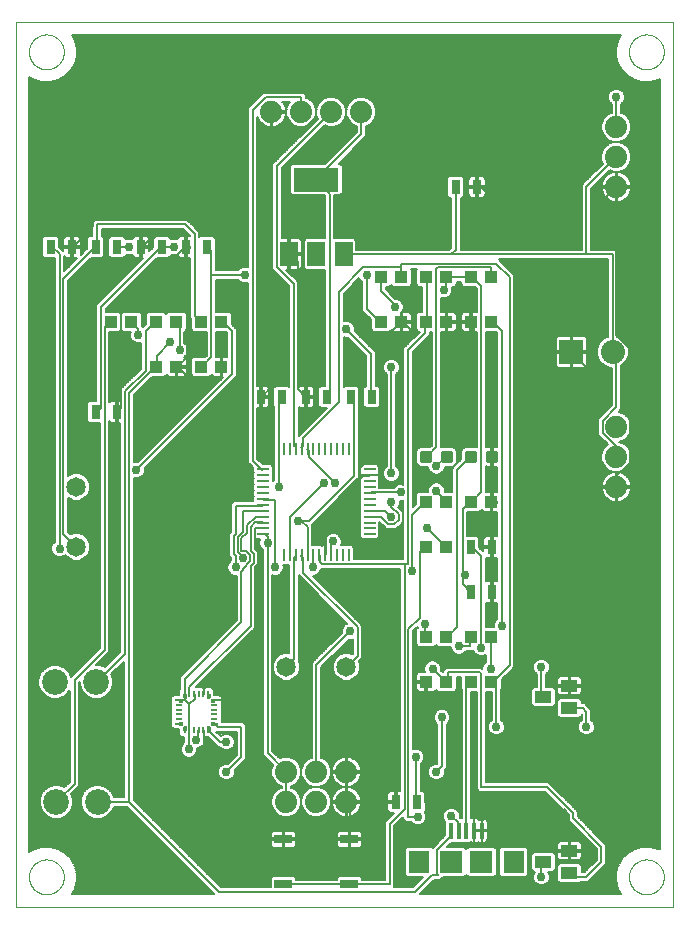
<source format=gtl>
G75*
%MOIN*%
%OFA0B0*%
%FSLAX25Y25*%
%IPPOS*%
%LPD*%
%AMOC8*
5,1,8,0,0,1.08239X$1,22.5*
%
%ADD10C,0.00000*%
%ADD11R,0.04331X0.03937*%
%ADD12R,0.03150X0.04724*%
%ADD13C,0.01181*%
%ADD14C,0.07400*%
%ADD15R,0.00787X0.03937*%
%ADD16R,0.03937X0.00787*%
%ADD17R,0.01378X0.05512*%
%ADD18R,0.07087X0.07480*%
%ADD19R,0.07480X0.07480*%
%ADD20C,0.08600*%
%ADD21R,0.08000X0.08000*%
%ADD22C,0.08000*%
%ADD23R,0.05512X0.03937*%
%ADD24R,0.01949X0.00984*%
%ADD25R,0.02362X0.00984*%
%ADD26R,0.00984X0.01949*%
%ADD27R,0.00984X0.02362*%
%ADD28C,0.00010*%
%ADD29C,0.06500*%
%ADD30R,0.05906X0.07874*%
%ADD31R,0.14961X0.07874*%
%ADD32R,0.06000X0.03000*%
%ADD33C,0.00600*%
%ADD34C,0.02978*%
D10*
X0031300Y0051300D02*
X0031300Y0346261D01*
X0250001Y0346261D01*
X0250001Y0051300D01*
X0031300Y0051300D01*
X0035493Y0061300D02*
X0035495Y0061452D01*
X0035501Y0061604D01*
X0035511Y0061756D01*
X0035525Y0061907D01*
X0035543Y0062058D01*
X0035564Y0062208D01*
X0035590Y0062358D01*
X0035620Y0062507D01*
X0035653Y0062656D01*
X0035691Y0062803D01*
X0035732Y0062949D01*
X0035777Y0063094D01*
X0035826Y0063238D01*
X0035879Y0063381D01*
X0035935Y0063522D01*
X0035995Y0063662D01*
X0036059Y0063800D01*
X0036126Y0063936D01*
X0036197Y0064071D01*
X0036271Y0064203D01*
X0036349Y0064334D01*
X0036430Y0064463D01*
X0036514Y0064589D01*
X0036602Y0064713D01*
X0036693Y0064835D01*
X0036787Y0064954D01*
X0036884Y0065071D01*
X0036985Y0065186D01*
X0037088Y0065297D01*
X0037194Y0065406D01*
X0037303Y0065512D01*
X0037414Y0065615D01*
X0037529Y0065716D01*
X0037646Y0065813D01*
X0037765Y0065907D01*
X0037887Y0065998D01*
X0038011Y0066086D01*
X0038137Y0066170D01*
X0038266Y0066251D01*
X0038396Y0066329D01*
X0038529Y0066403D01*
X0038664Y0066474D01*
X0038800Y0066541D01*
X0038938Y0066605D01*
X0039078Y0066665D01*
X0039219Y0066721D01*
X0039362Y0066774D01*
X0039506Y0066823D01*
X0039651Y0066868D01*
X0039797Y0066909D01*
X0039944Y0066947D01*
X0040093Y0066980D01*
X0040242Y0067010D01*
X0040392Y0067036D01*
X0040542Y0067057D01*
X0040693Y0067075D01*
X0040844Y0067089D01*
X0040996Y0067099D01*
X0041148Y0067105D01*
X0041300Y0067107D01*
X0041452Y0067105D01*
X0041604Y0067099D01*
X0041756Y0067089D01*
X0041907Y0067075D01*
X0042058Y0067057D01*
X0042208Y0067036D01*
X0042358Y0067010D01*
X0042507Y0066980D01*
X0042656Y0066947D01*
X0042803Y0066909D01*
X0042949Y0066868D01*
X0043094Y0066823D01*
X0043238Y0066774D01*
X0043381Y0066721D01*
X0043522Y0066665D01*
X0043662Y0066605D01*
X0043800Y0066541D01*
X0043936Y0066474D01*
X0044071Y0066403D01*
X0044203Y0066329D01*
X0044334Y0066251D01*
X0044463Y0066170D01*
X0044589Y0066086D01*
X0044713Y0065998D01*
X0044835Y0065907D01*
X0044954Y0065813D01*
X0045071Y0065716D01*
X0045186Y0065615D01*
X0045297Y0065512D01*
X0045406Y0065406D01*
X0045512Y0065297D01*
X0045615Y0065186D01*
X0045716Y0065071D01*
X0045813Y0064954D01*
X0045907Y0064835D01*
X0045998Y0064713D01*
X0046086Y0064589D01*
X0046170Y0064463D01*
X0046251Y0064334D01*
X0046329Y0064204D01*
X0046403Y0064071D01*
X0046474Y0063936D01*
X0046541Y0063800D01*
X0046605Y0063662D01*
X0046665Y0063522D01*
X0046721Y0063381D01*
X0046774Y0063238D01*
X0046823Y0063094D01*
X0046868Y0062949D01*
X0046909Y0062803D01*
X0046947Y0062656D01*
X0046980Y0062507D01*
X0047010Y0062358D01*
X0047036Y0062208D01*
X0047057Y0062058D01*
X0047075Y0061907D01*
X0047089Y0061756D01*
X0047099Y0061604D01*
X0047105Y0061452D01*
X0047107Y0061300D01*
X0047105Y0061148D01*
X0047099Y0060996D01*
X0047089Y0060844D01*
X0047075Y0060693D01*
X0047057Y0060542D01*
X0047036Y0060392D01*
X0047010Y0060242D01*
X0046980Y0060093D01*
X0046947Y0059944D01*
X0046909Y0059797D01*
X0046868Y0059651D01*
X0046823Y0059506D01*
X0046774Y0059362D01*
X0046721Y0059219D01*
X0046665Y0059078D01*
X0046605Y0058938D01*
X0046541Y0058800D01*
X0046474Y0058664D01*
X0046403Y0058529D01*
X0046329Y0058397D01*
X0046251Y0058266D01*
X0046170Y0058137D01*
X0046086Y0058011D01*
X0045998Y0057887D01*
X0045907Y0057765D01*
X0045813Y0057646D01*
X0045716Y0057529D01*
X0045615Y0057414D01*
X0045512Y0057303D01*
X0045406Y0057194D01*
X0045297Y0057088D01*
X0045186Y0056985D01*
X0045071Y0056884D01*
X0044954Y0056787D01*
X0044835Y0056693D01*
X0044713Y0056602D01*
X0044589Y0056514D01*
X0044463Y0056430D01*
X0044334Y0056349D01*
X0044204Y0056271D01*
X0044071Y0056197D01*
X0043936Y0056126D01*
X0043800Y0056059D01*
X0043662Y0055995D01*
X0043522Y0055935D01*
X0043381Y0055879D01*
X0043238Y0055826D01*
X0043094Y0055777D01*
X0042949Y0055732D01*
X0042803Y0055691D01*
X0042656Y0055653D01*
X0042507Y0055620D01*
X0042358Y0055590D01*
X0042208Y0055564D01*
X0042058Y0055543D01*
X0041907Y0055525D01*
X0041756Y0055511D01*
X0041604Y0055501D01*
X0041452Y0055495D01*
X0041300Y0055493D01*
X0041148Y0055495D01*
X0040996Y0055501D01*
X0040844Y0055511D01*
X0040693Y0055525D01*
X0040542Y0055543D01*
X0040392Y0055564D01*
X0040242Y0055590D01*
X0040093Y0055620D01*
X0039944Y0055653D01*
X0039797Y0055691D01*
X0039651Y0055732D01*
X0039506Y0055777D01*
X0039362Y0055826D01*
X0039219Y0055879D01*
X0039078Y0055935D01*
X0038938Y0055995D01*
X0038800Y0056059D01*
X0038664Y0056126D01*
X0038529Y0056197D01*
X0038397Y0056271D01*
X0038266Y0056349D01*
X0038137Y0056430D01*
X0038011Y0056514D01*
X0037887Y0056602D01*
X0037765Y0056693D01*
X0037646Y0056787D01*
X0037529Y0056884D01*
X0037414Y0056985D01*
X0037303Y0057088D01*
X0037194Y0057194D01*
X0037088Y0057303D01*
X0036985Y0057414D01*
X0036884Y0057529D01*
X0036787Y0057646D01*
X0036693Y0057765D01*
X0036602Y0057887D01*
X0036514Y0058011D01*
X0036430Y0058137D01*
X0036349Y0058266D01*
X0036271Y0058396D01*
X0036197Y0058529D01*
X0036126Y0058664D01*
X0036059Y0058800D01*
X0035995Y0058938D01*
X0035935Y0059078D01*
X0035879Y0059219D01*
X0035826Y0059362D01*
X0035777Y0059506D01*
X0035732Y0059651D01*
X0035691Y0059797D01*
X0035653Y0059944D01*
X0035620Y0060093D01*
X0035590Y0060242D01*
X0035564Y0060392D01*
X0035543Y0060542D01*
X0035525Y0060693D01*
X0035511Y0060844D01*
X0035501Y0060996D01*
X0035495Y0061148D01*
X0035493Y0061300D01*
X0235493Y0061300D02*
X0235495Y0061452D01*
X0235501Y0061604D01*
X0235511Y0061756D01*
X0235525Y0061907D01*
X0235543Y0062058D01*
X0235564Y0062208D01*
X0235590Y0062358D01*
X0235620Y0062507D01*
X0235653Y0062656D01*
X0235691Y0062803D01*
X0235732Y0062949D01*
X0235777Y0063094D01*
X0235826Y0063238D01*
X0235879Y0063381D01*
X0235935Y0063522D01*
X0235995Y0063662D01*
X0236059Y0063800D01*
X0236126Y0063936D01*
X0236197Y0064071D01*
X0236271Y0064203D01*
X0236349Y0064334D01*
X0236430Y0064463D01*
X0236514Y0064589D01*
X0236602Y0064713D01*
X0236693Y0064835D01*
X0236787Y0064954D01*
X0236884Y0065071D01*
X0236985Y0065186D01*
X0237088Y0065297D01*
X0237194Y0065406D01*
X0237303Y0065512D01*
X0237414Y0065615D01*
X0237529Y0065716D01*
X0237646Y0065813D01*
X0237765Y0065907D01*
X0237887Y0065998D01*
X0238011Y0066086D01*
X0238137Y0066170D01*
X0238266Y0066251D01*
X0238396Y0066329D01*
X0238529Y0066403D01*
X0238664Y0066474D01*
X0238800Y0066541D01*
X0238938Y0066605D01*
X0239078Y0066665D01*
X0239219Y0066721D01*
X0239362Y0066774D01*
X0239506Y0066823D01*
X0239651Y0066868D01*
X0239797Y0066909D01*
X0239944Y0066947D01*
X0240093Y0066980D01*
X0240242Y0067010D01*
X0240392Y0067036D01*
X0240542Y0067057D01*
X0240693Y0067075D01*
X0240844Y0067089D01*
X0240996Y0067099D01*
X0241148Y0067105D01*
X0241300Y0067107D01*
X0241452Y0067105D01*
X0241604Y0067099D01*
X0241756Y0067089D01*
X0241907Y0067075D01*
X0242058Y0067057D01*
X0242208Y0067036D01*
X0242358Y0067010D01*
X0242507Y0066980D01*
X0242656Y0066947D01*
X0242803Y0066909D01*
X0242949Y0066868D01*
X0243094Y0066823D01*
X0243238Y0066774D01*
X0243381Y0066721D01*
X0243522Y0066665D01*
X0243662Y0066605D01*
X0243800Y0066541D01*
X0243936Y0066474D01*
X0244071Y0066403D01*
X0244203Y0066329D01*
X0244334Y0066251D01*
X0244463Y0066170D01*
X0244589Y0066086D01*
X0244713Y0065998D01*
X0244835Y0065907D01*
X0244954Y0065813D01*
X0245071Y0065716D01*
X0245186Y0065615D01*
X0245297Y0065512D01*
X0245406Y0065406D01*
X0245512Y0065297D01*
X0245615Y0065186D01*
X0245716Y0065071D01*
X0245813Y0064954D01*
X0245907Y0064835D01*
X0245998Y0064713D01*
X0246086Y0064589D01*
X0246170Y0064463D01*
X0246251Y0064334D01*
X0246329Y0064204D01*
X0246403Y0064071D01*
X0246474Y0063936D01*
X0246541Y0063800D01*
X0246605Y0063662D01*
X0246665Y0063522D01*
X0246721Y0063381D01*
X0246774Y0063238D01*
X0246823Y0063094D01*
X0246868Y0062949D01*
X0246909Y0062803D01*
X0246947Y0062656D01*
X0246980Y0062507D01*
X0247010Y0062358D01*
X0247036Y0062208D01*
X0247057Y0062058D01*
X0247075Y0061907D01*
X0247089Y0061756D01*
X0247099Y0061604D01*
X0247105Y0061452D01*
X0247107Y0061300D01*
X0247105Y0061148D01*
X0247099Y0060996D01*
X0247089Y0060844D01*
X0247075Y0060693D01*
X0247057Y0060542D01*
X0247036Y0060392D01*
X0247010Y0060242D01*
X0246980Y0060093D01*
X0246947Y0059944D01*
X0246909Y0059797D01*
X0246868Y0059651D01*
X0246823Y0059506D01*
X0246774Y0059362D01*
X0246721Y0059219D01*
X0246665Y0059078D01*
X0246605Y0058938D01*
X0246541Y0058800D01*
X0246474Y0058664D01*
X0246403Y0058529D01*
X0246329Y0058397D01*
X0246251Y0058266D01*
X0246170Y0058137D01*
X0246086Y0058011D01*
X0245998Y0057887D01*
X0245907Y0057765D01*
X0245813Y0057646D01*
X0245716Y0057529D01*
X0245615Y0057414D01*
X0245512Y0057303D01*
X0245406Y0057194D01*
X0245297Y0057088D01*
X0245186Y0056985D01*
X0245071Y0056884D01*
X0244954Y0056787D01*
X0244835Y0056693D01*
X0244713Y0056602D01*
X0244589Y0056514D01*
X0244463Y0056430D01*
X0244334Y0056349D01*
X0244204Y0056271D01*
X0244071Y0056197D01*
X0243936Y0056126D01*
X0243800Y0056059D01*
X0243662Y0055995D01*
X0243522Y0055935D01*
X0243381Y0055879D01*
X0243238Y0055826D01*
X0243094Y0055777D01*
X0242949Y0055732D01*
X0242803Y0055691D01*
X0242656Y0055653D01*
X0242507Y0055620D01*
X0242358Y0055590D01*
X0242208Y0055564D01*
X0242058Y0055543D01*
X0241907Y0055525D01*
X0241756Y0055511D01*
X0241604Y0055501D01*
X0241452Y0055495D01*
X0241300Y0055493D01*
X0241148Y0055495D01*
X0240996Y0055501D01*
X0240844Y0055511D01*
X0240693Y0055525D01*
X0240542Y0055543D01*
X0240392Y0055564D01*
X0240242Y0055590D01*
X0240093Y0055620D01*
X0239944Y0055653D01*
X0239797Y0055691D01*
X0239651Y0055732D01*
X0239506Y0055777D01*
X0239362Y0055826D01*
X0239219Y0055879D01*
X0239078Y0055935D01*
X0238938Y0055995D01*
X0238800Y0056059D01*
X0238664Y0056126D01*
X0238529Y0056197D01*
X0238397Y0056271D01*
X0238266Y0056349D01*
X0238137Y0056430D01*
X0238011Y0056514D01*
X0237887Y0056602D01*
X0237765Y0056693D01*
X0237646Y0056787D01*
X0237529Y0056884D01*
X0237414Y0056985D01*
X0237303Y0057088D01*
X0237194Y0057194D01*
X0237088Y0057303D01*
X0236985Y0057414D01*
X0236884Y0057529D01*
X0236787Y0057646D01*
X0236693Y0057765D01*
X0236602Y0057887D01*
X0236514Y0058011D01*
X0236430Y0058137D01*
X0236349Y0058266D01*
X0236271Y0058396D01*
X0236197Y0058529D01*
X0236126Y0058664D01*
X0236059Y0058800D01*
X0235995Y0058938D01*
X0235935Y0059078D01*
X0235879Y0059219D01*
X0235826Y0059362D01*
X0235777Y0059506D01*
X0235732Y0059651D01*
X0235691Y0059797D01*
X0235653Y0059944D01*
X0235620Y0060093D01*
X0235590Y0060242D01*
X0235564Y0060392D01*
X0235543Y0060542D01*
X0235525Y0060693D01*
X0235511Y0060844D01*
X0235501Y0060996D01*
X0235495Y0061148D01*
X0235493Y0061300D01*
X0235493Y0336300D02*
X0235495Y0336452D01*
X0235501Y0336604D01*
X0235511Y0336756D01*
X0235525Y0336907D01*
X0235543Y0337058D01*
X0235564Y0337208D01*
X0235590Y0337358D01*
X0235620Y0337507D01*
X0235653Y0337656D01*
X0235691Y0337803D01*
X0235732Y0337949D01*
X0235777Y0338094D01*
X0235826Y0338238D01*
X0235879Y0338381D01*
X0235935Y0338522D01*
X0235995Y0338662D01*
X0236059Y0338800D01*
X0236126Y0338936D01*
X0236197Y0339071D01*
X0236271Y0339203D01*
X0236349Y0339334D01*
X0236430Y0339463D01*
X0236514Y0339589D01*
X0236602Y0339713D01*
X0236693Y0339835D01*
X0236787Y0339954D01*
X0236884Y0340071D01*
X0236985Y0340186D01*
X0237088Y0340297D01*
X0237194Y0340406D01*
X0237303Y0340512D01*
X0237414Y0340615D01*
X0237529Y0340716D01*
X0237646Y0340813D01*
X0237765Y0340907D01*
X0237887Y0340998D01*
X0238011Y0341086D01*
X0238137Y0341170D01*
X0238266Y0341251D01*
X0238396Y0341329D01*
X0238529Y0341403D01*
X0238664Y0341474D01*
X0238800Y0341541D01*
X0238938Y0341605D01*
X0239078Y0341665D01*
X0239219Y0341721D01*
X0239362Y0341774D01*
X0239506Y0341823D01*
X0239651Y0341868D01*
X0239797Y0341909D01*
X0239944Y0341947D01*
X0240093Y0341980D01*
X0240242Y0342010D01*
X0240392Y0342036D01*
X0240542Y0342057D01*
X0240693Y0342075D01*
X0240844Y0342089D01*
X0240996Y0342099D01*
X0241148Y0342105D01*
X0241300Y0342107D01*
X0241452Y0342105D01*
X0241604Y0342099D01*
X0241756Y0342089D01*
X0241907Y0342075D01*
X0242058Y0342057D01*
X0242208Y0342036D01*
X0242358Y0342010D01*
X0242507Y0341980D01*
X0242656Y0341947D01*
X0242803Y0341909D01*
X0242949Y0341868D01*
X0243094Y0341823D01*
X0243238Y0341774D01*
X0243381Y0341721D01*
X0243522Y0341665D01*
X0243662Y0341605D01*
X0243800Y0341541D01*
X0243936Y0341474D01*
X0244071Y0341403D01*
X0244203Y0341329D01*
X0244334Y0341251D01*
X0244463Y0341170D01*
X0244589Y0341086D01*
X0244713Y0340998D01*
X0244835Y0340907D01*
X0244954Y0340813D01*
X0245071Y0340716D01*
X0245186Y0340615D01*
X0245297Y0340512D01*
X0245406Y0340406D01*
X0245512Y0340297D01*
X0245615Y0340186D01*
X0245716Y0340071D01*
X0245813Y0339954D01*
X0245907Y0339835D01*
X0245998Y0339713D01*
X0246086Y0339589D01*
X0246170Y0339463D01*
X0246251Y0339334D01*
X0246329Y0339204D01*
X0246403Y0339071D01*
X0246474Y0338936D01*
X0246541Y0338800D01*
X0246605Y0338662D01*
X0246665Y0338522D01*
X0246721Y0338381D01*
X0246774Y0338238D01*
X0246823Y0338094D01*
X0246868Y0337949D01*
X0246909Y0337803D01*
X0246947Y0337656D01*
X0246980Y0337507D01*
X0247010Y0337358D01*
X0247036Y0337208D01*
X0247057Y0337058D01*
X0247075Y0336907D01*
X0247089Y0336756D01*
X0247099Y0336604D01*
X0247105Y0336452D01*
X0247107Y0336300D01*
X0247105Y0336148D01*
X0247099Y0335996D01*
X0247089Y0335844D01*
X0247075Y0335693D01*
X0247057Y0335542D01*
X0247036Y0335392D01*
X0247010Y0335242D01*
X0246980Y0335093D01*
X0246947Y0334944D01*
X0246909Y0334797D01*
X0246868Y0334651D01*
X0246823Y0334506D01*
X0246774Y0334362D01*
X0246721Y0334219D01*
X0246665Y0334078D01*
X0246605Y0333938D01*
X0246541Y0333800D01*
X0246474Y0333664D01*
X0246403Y0333529D01*
X0246329Y0333397D01*
X0246251Y0333266D01*
X0246170Y0333137D01*
X0246086Y0333011D01*
X0245998Y0332887D01*
X0245907Y0332765D01*
X0245813Y0332646D01*
X0245716Y0332529D01*
X0245615Y0332414D01*
X0245512Y0332303D01*
X0245406Y0332194D01*
X0245297Y0332088D01*
X0245186Y0331985D01*
X0245071Y0331884D01*
X0244954Y0331787D01*
X0244835Y0331693D01*
X0244713Y0331602D01*
X0244589Y0331514D01*
X0244463Y0331430D01*
X0244334Y0331349D01*
X0244204Y0331271D01*
X0244071Y0331197D01*
X0243936Y0331126D01*
X0243800Y0331059D01*
X0243662Y0330995D01*
X0243522Y0330935D01*
X0243381Y0330879D01*
X0243238Y0330826D01*
X0243094Y0330777D01*
X0242949Y0330732D01*
X0242803Y0330691D01*
X0242656Y0330653D01*
X0242507Y0330620D01*
X0242358Y0330590D01*
X0242208Y0330564D01*
X0242058Y0330543D01*
X0241907Y0330525D01*
X0241756Y0330511D01*
X0241604Y0330501D01*
X0241452Y0330495D01*
X0241300Y0330493D01*
X0241148Y0330495D01*
X0240996Y0330501D01*
X0240844Y0330511D01*
X0240693Y0330525D01*
X0240542Y0330543D01*
X0240392Y0330564D01*
X0240242Y0330590D01*
X0240093Y0330620D01*
X0239944Y0330653D01*
X0239797Y0330691D01*
X0239651Y0330732D01*
X0239506Y0330777D01*
X0239362Y0330826D01*
X0239219Y0330879D01*
X0239078Y0330935D01*
X0238938Y0330995D01*
X0238800Y0331059D01*
X0238664Y0331126D01*
X0238529Y0331197D01*
X0238397Y0331271D01*
X0238266Y0331349D01*
X0238137Y0331430D01*
X0238011Y0331514D01*
X0237887Y0331602D01*
X0237765Y0331693D01*
X0237646Y0331787D01*
X0237529Y0331884D01*
X0237414Y0331985D01*
X0237303Y0332088D01*
X0237194Y0332194D01*
X0237088Y0332303D01*
X0236985Y0332414D01*
X0236884Y0332529D01*
X0236787Y0332646D01*
X0236693Y0332765D01*
X0236602Y0332887D01*
X0236514Y0333011D01*
X0236430Y0333137D01*
X0236349Y0333266D01*
X0236271Y0333396D01*
X0236197Y0333529D01*
X0236126Y0333664D01*
X0236059Y0333800D01*
X0235995Y0333938D01*
X0235935Y0334078D01*
X0235879Y0334219D01*
X0235826Y0334362D01*
X0235777Y0334506D01*
X0235732Y0334651D01*
X0235691Y0334797D01*
X0235653Y0334944D01*
X0235620Y0335093D01*
X0235590Y0335242D01*
X0235564Y0335392D01*
X0235543Y0335542D01*
X0235525Y0335693D01*
X0235511Y0335844D01*
X0235501Y0335996D01*
X0235495Y0336148D01*
X0235493Y0336300D01*
X0035493Y0336300D02*
X0035495Y0336452D01*
X0035501Y0336604D01*
X0035511Y0336756D01*
X0035525Y0336907D01*
X0035543Y0337058D01*
X0035564Y0337208D01*
X0035590Y0337358D01*
X0035620Y0337507D01*
X0035653Y0337656D01*
X0035691Y0337803D01*
X0035732Y0337949D01*
X0035777Y0338094D01*
X0035826Y0338238D01*
X0035879Y0338381D01*
X0035935Y0338522D01*
X0035995Y0338662D01*
X0036059Y0338800D01*
X0036126Y0338936D01*
X0036197Y0339071D01*
X0036271Y0339203D01*
X0036349Y0339334D01*
X0036430Y0339463D01*
X0036514Y0339589D01*
X0036602Y0339713D01*
X0036693Y0339835D01*
X0036787Y0339954D01*
X0036884Y0340071D01*
X0036985Y0340186D01*
X0037088Y0340297D01*
X0037194Y0340406D01*
X0037303Y0340512D01*
X0037414Y0340615D01*
X0037529Y0340716D01*
X0037646Y0340813D01*
X0037765Y0340907D01*
X0037887Y0340998D01*
X0038011Y0341086D01*
X0038137Y0341170D01*
X0038266Y0341251D01*
X0038396Y0341329D01*
X0038529Y0341403D01*
X0038664Y0341474D01*
X0038800Y0341541D01*
X0038938Y0341605D01*
X0039078Y0341665D01*
X0039219Y0341721D01*
X0039362Y0341774D01*
X0039506Y0341823D01*
X0039651Y0341868D01*
X0039797Y0341909D01*
X0039944Y0341947D01*
X0040093Y0341980D01*
X0040242Y0342010D01*
X0040392Y0342036D01*
X0040542Y0342057D01*
X0040693Y0342075D01*
X0040844Y0342089D01*
X0040996Y0342099D01*
X0041148Y0342105D01*
X0041300Y0342107D01*
X0041452Y0342105D01*
X0041604Y0342099D01*
X0041756Y0342089D01*
X0041907Y0342075D01*
X0042058Y0342057D01*
X0042208Y0342036D01*
X0042358Y0342010D01*
X0042507Y0341980D01*
X0042656Y0341947D01*
X0042803Y0341909D01*
X0042949Y0341868D01*
X0043094Y0341823D01*
X0043238Y0341774D01*
X0043381Y0341721D01*
X0043522Y0341665D01*
X0043662Y0341605D01*
X0043800Y0341541D01*
X0043936Y0341474D01*
X0044071Y0341403D01*
X0044203Y0341329D01*
X0044334Y0341251D01*
X0044463Y0341170D01*
X0044589Y0341086D01*
X0044713Y0340998D01*
X0044835Y0340907D01*
X0044954Y0340813D01*
X0045071Y0340716D01*
X0045186Y0340615D01*
X0045297Y0340512D01*
X0045406Y0340406D01*
X0045512Y0340297D01*
X0045615Y0340186D01*
X0045716Y0340071D01*
X0045813Y0339954D01*
X0045907Y0339835D01*
X0045998Y0339713D01*
X0046086Y0339589D01*
X0046170Y0339463D01*
X0046251Y0339334D01*
X0046329Y0339204D01*
X0046403Y0339071D01*
X0046474Y0338936D01*
X0046541Y0338800D01*
X0046605Y0338662D01*
X0046665Y0338522D01*
X0046721Y0338381D01*
X0046774Y0338238D01*
X0046823Y0338094D01*
X0046868Y0337949D01*
X0046909Y0337803D01*
X0046947Y0337656D01*
X0046980Y0337507D01*
X0047010Y0337358D01*
X0047036Y0337208D01*
X0047057Y0337058D01*
X0047075Y0336907D01*
X0047089Y0336756D01*
X0047099Y0336604D01*
X0047105Y0336452D01*
X0047107Y0336300D01*
X0047105Y0336148D01*
X0047099Y0335996D01*
X0047089Y0335844D01*
X0047075Y0335693D01*
X0047057Y0335542D01*
X0047036Y0335392D01*
X0047010Y0335242D01*
X0046980Y0335093D01*
X0046947Y0334944D01*
X0046909Y0334797D01*
X0046868Y0334651D01*
X0046823Y0334506D01*
X0046774Y0334362D01*
X0046721Y0334219D01*
X0046665Y0334078D01*
X0046605Y0333938D01*
X0046541Y0333800D01*
X0046474Y0333664D01*
X0046403Y0333529D01*
X0046329Y0333397D01*
X0046251Y0333266D01*
X0046170Y0333137D01*
X0046086Y0333011D01*
X0045998Y0332887D01*
X0045907Y0332765D01*
X0045813Y0332646D01*
X0045716Y0332529D01*
X0045615Y0332414D01*
X0045512Y0332303D01*
X0045406Y0332194D01*
X0045297Y0332088D01*
X0045186Y0331985D01*
X0045071Y0331884D01*
X0044954Y0331787D01*
X0044835Y0331693D01*
X0044713Y0331602D01*
X0044589Y0331514D01*
X0044463Y0331430D01*
X0044334Y0331349D01*
X0044204Y0331271D01*
X0044071Y0331197D01*
X0043936Y0331126D01*
X0043800Y0331059D01*
X0043662Y0330995D01*
X0043522Y0330935D01*
X0043381Y0330879D01*
X0043238Y0330826D01*
X0043094Y0330777D01*
X0042949Y0330732D01*
X0042803Y0330691D01*
X0042656Y0330653D01*
X0042507Y0330620D01*
X0042358Y0330590D01*
X0042208Y0330564D01*
X0042058Y0330543D01*
X0041907Y0330525D01*
X0041756Y0330511D01*
X0041604Y0330501D01*
X0041452Y0330495D01*
X0041300Y0330493D01*
X0041148Y0330495D01*
X0040996Y0330501D01*
X0040844Y0330511D01*
X0040693Y0330525D01*
X0040542Y0330543D01*
X0040392Y0330564D01*
X0040242Y0330590D01*
X0040093Y0330620D01*
X0039944Y0330653D01*
X0039797Y0330691D01*
X0039651Y0330732D01*
X0039506Y0330777D01*
X0039362Y0330826D01*
X0039219Y0330879D01*
X0039078Y0330935D01*
X0038938Y0330995D01*
X0038800Y0331059D01*
X0038664Y0331126D01*
X0038529Y0331197D01*
X0038397Y0331271D01*
X0038266Y0331349D01*
X0038137Y0331430D01*
X0038011Y0331514D01*
X0037887Y0331602D01*
X0037765Y0331693D01*
X0037646Y0331787D01*
X0037529Y0331884D01*
X0037414Y0331985D01*
X0037303Y0332088D01*
X0037194Y0332194D01*
X0037088Y0332303D01*
X0036985Y0332414D01*
X0036884Y0332529D01*
X0036787Y0332646D01*
X0036693Y0332765D01*
X0036602Y0332887D01*
X0036514Y0333011D01*
X0036430Y0333137D01*
X0036349Y0333266D01*
X0036271Y0333396D01*
X0036197Y0333529D01*
X0036126Y0333664D01*
X0036059Y0333800D01*
X0035995Y0333938D01*
X0035935Y0334078D01*
X0035879Y0334219D01*
X0035826Y0334362D01*
X0035777Y0334506D01*
X0035732Y0334651D01*
X0035691Y0334797D01*
X0035653Y0334944D01*
X0035620Y0335093D01*
X0035590Y0335242D01*
X0035564Y0335392D01*
X0035543Y0335542D01*
X0035525Y0335693D01*
X0035511Y0335844D01*
X0035501Y0335996D01*
X0035495Y0336148D01*
X0035493Y0336300D01*
D11*
X0062954Y0246300D03*
X0069646Y0246300D03*
X0077954Y0246300D03*
X0084646Y0246300D03*
X0092954Y0246300D03*
X0099646Y0246300D03*
X0099646Y0231300D03*
X0092954Y0231300D03*
X0084646Y0231300D03*
X0077954Y0231300D03*
X0152954Y0246300D03*
X0159646Y0246300D03*
X0167954Y0246300D03*
X0174646Y0246300D03*
X0182954Y0246300D03*
X0189646Y0246300D03*
X0189646Y0261300D03*
X0182954Y0261300D03*
X0174646Y0261300D03*
X0167954Y0261300D03*
X0159646Y0261300D03*
X0152954Y0261300D03*
X0167954Y0186300D03*
X0174646Y0186300D03*
X0182954Y0186300D03*
X0189646Y0186300D03*
X0174646Y0171300D03*
X0167954Y0171300D03*
X0167954Y0141300D03*
X0174646Y0141300D03*
X0182954Y0141300D03*
X0189646Y0141300D03*
X0189646Y0126300D03*
X0182954Y0126300D03*
X0174646Y0126300D03*
X0167954Y0126300D03*
D12*
X0182757Y0156300D03*
X0189843Y0156300D03*
X0189843Y0171300D03*
X0182757Y0171300D03*
X0149843Y0221300D03*
X0142757Y0221300D03*
X0134843Y0221300D03*
X0127757Y0221300D03*
X0119843Y0221300D03*
X0112757Y0221300D03*
X0094843Y0271300D03*
X0087757Y0271300D03*
X0079843Y0271300D03*
X0072757Y0271300D03*
X0064843Y0271300D03*
X0057757Y0271300D03*
X0049843Y0271300D03*
X0042757Y0271300D03*
X0057757Y0216300D03*
X0064843Y0216300D03*
X0157757Y0086300D03*
X0164843Y0086300D03*
X0177757Y0291300D03*
X0184843Y0291300D03*
D13*
X0181469Y0202678D02*
X0181469Y0199922D01*
X0181469Y0202678D02*
X0184225Y0202678D01*
X0184225Y0199922D01*
X0181469Y0199922D01*
X0181469Y0201044D02*
X0184225Y0201044D01*
X0184225Y0202166D02*
X0181469Y0202166D01*
X0173375Y0202678D02*
X0173375Y0199922D01*
X0173375Y0202678D02*
X0176131Y0202678D01*
X0176131Y0199922D01*
X0173375Y0199922D01*
X0173375Y0201044D02*
X0176131Y0201044D01*
X0176131Y0202166D02*
X0173375Y0202166D01*
X0166469Y0202678D02*
X0166469Y0199922D01*
X0166469Y0202678D02*
X0169225Y0202678D01*
X0169225Y0199922D01*
X0166469Y0199922D01*
X0166469Y0201044D02*
X0169225Y0201044D01*
X0169225Y0202166D02*
X0166469Y0202166D01*
X0188375Y0202678D02*
X0188375Y0199922D01*
X0188375Y0202678D02*
X0191131Y0202678D01*
X0191131Y0199922D01*
X0188375Y0199922D01*
X0188375Y0201044D02*
X0191131Y0201044D01*
X0191131Y0202166D02*
X0188375Y0202166D01*
D14*
X0231300Y0201300D03*
X0231300Y0191300D03*
X0231300Y0211300D03*
X0231300Y0291300D03*
X0231300Y0301300D03*
X0231300Y0311300D03*
X0146300Y0316300D03*
X0136300Y0316300D03*
X0126300Y0316300D03*
X0116300Y0316300D03*
X0121300Y0096300D03*
X0121300Y0086300D03*
X0131300Y0086300D03*
X0131300Y0096300D03*
X0141300Y0096300D03*
X0141300Y0086300D03*
D15*
X0142127Y0168583D03*
X0140158Y0168583D03*
X0138190Y0168583D03*
X0136221Y0168583D03*
X0134253Y0168583D03*
X0132284Y0168583D03*
X0130316Y0168583D03*
X0128347Y0168583D03*
X0126379Y0168583D03*
X0124410Y0168583D03*
X0122442Y0168583D03*
X0120473Y0168583D03*
X0120473Y0204017D03*
X0122442Y0204017D03*
X0124410Y0204017D03*
X0126379Y0204017D03*
X0128347Y0204017D03*
X0130316Y0204017D03*
X0132284Y0204017D03*
X0134253Y0204017D03*
X0136221Y0204017D03*
X0138190Y0204017D03*
X0140158Y0204017D03*
X0142127Y0204017D03*
D16*
X0149017Y0197127D03*
X0149017Y0195158D03*
X0149017Y0193190D03*
X0149017Y0191221D03*
X0149017Y0189253D03*
X0149017Y0187284D03*
X0149017Y0185316D03*
X0149017Y0183347D03*
X0149017Y0181379D03*
X0149017Y0179410D03*
X0149017Y0177442D03*
X0149017Y0175473D03*
X0113583Y0175473D03*
X0113583Y0177442D03*
X0113583Y0179410D03*
X0113583Y0181379D03*
X0113583Y0183347D03*
X0113583Y0185316D03*
X0113583Y0187284D03*
X0113583Y0189253D03*
X0113583Y0191221D03*
X0113583Y0193190D03*
X0113583Y0195158D03*
X0113583Y0197127D03*
D17*
X0176182Y0076733D03*
X0178741Y0076733D03*
X0181300Y0076733D03*
X0183859Y0076733D03*
X0186418Y0076733D03*
D18*
X0197048Y0066300D03*
X0165552Y0066300D03*
D19*
X0176300Y0066300D03*
X0186300Y0066300D03*
D20*
X0058387Y0086300D03*
X0044607Y0086300D03*
X0044213Y0126300D03*
X0057993Y0126300D03*
D21*
X0216300Y0236300D03*
D22*
X0230080Y0236300D03*
D23*
X0215631Y0125040D03*
X0215631Y0117560D03*
X0206969Y0121300D03*
X0215631Y0070040D03*
X0215631Y0062560D03*
X0206969Y0066300D03*
D24*
X0097412Y0112363D03*
X0097412Y0120237D03*
X0085188Y0120237D03*
X0085188Y0112363D03*
D25*
X0085394Y0113938D03*
X0085394Y0115513D03*
X0085394Y0117087D03*
X0085394Y0118662D03*
X0097206Y0118662D03*
X0097206Y0117087D03*
X0097206Y0115513D03*
X0097206Y0113938D03*
D26*
X0095237Y0110188D03*
X0087363Y0110188D03*
X0087363Y0122412D03*
X0095237Y0122412D03*
D27*
X0093662Y0122206D03*
X0092087Y0122206D03*
X0090513Y0122206D03*
X0088938Y0122206D03*
X0088938Y0110394D03*
X0090513Y0110394D03*
X0092087Y0110394D03*
X0093662Y0110394D03*
D28*
X0094745Y0110394D02*
X0095729Y0110394D01*
X0095729Y0111162D01*
X0095316Y0111576D01*
X0094745Y0111576D01*
X0094745Y0110394D01*
X0094745Y0110402D02*
X0095729Y0110402D01*
X0095729Y0110410D02*
X0094745Y0110410D01*
X0094745Y0110419D02*
X0095729Y0110419D01*
X0095729Y0110427D02*
X0094745Y0110427D01*
X0094745Y0110436D02*
X0095729Y0110436D01*
X0095729Y0110444D02*
X0094745Y0110444D01*
X0094745Y0110453D02*
X0095729Y0110453D01*
X0095729Y0110461D02*
X0094745Y0110461D01*
X0094745Y0110470D02*
X0095729Y0110470D01*
X0095729Y0110478D02*
X0094745Y0110478D01*
X0094745Y0110487D02*
X0095729Y0110487D01*
X0095729Y0110495D02*
X0094745Y0110495D01*
X0094745Y0110504D02*
X0095729Y0110504D01*
X0095729Y0110512D02*
X0094745Y0110512D01*
X0094745Y0110521D02*
X0095729Y0110521D01*
X0095729Y0110529D02*
X0094745Y0110529D01*
X0094745Y0110538D02*
X0095729Y0110538D01*
X0095729Y0110546D02*
X0094745Y0110546D01*
X0094745Y0110555D02*
X0095729Y0110555D01*
X0095729Y0110563D02*
X0094745Y0110563D01*
X0094745Y0110572D02*
X0095729Y0110572D01*
X0095729Y0110580D02*
X0094745Y0110580D01*
X0094745Y0110589D02*
X0095729Y0110589D01*
X0095729Y0110597D02*
X0094745Y0110597D01*
X0094745Y0110606D02*
X0095729Y0110606D01*
X0095729Y0110614D02*
X0094745Y0110614D01*
X0094745Y0110623D02*
X0095729Y0110623D01*
X0095729Y0110631D02*
X0094745Y0110631D01*
X0094745Y0110640D02*
X0095729Y0110640D01*
X0095729Y0110648D02*
X0094745Y0110648D01*
X0094745Y0110657D02*
X0095729Y0110657D01*
X0095729Y0110665D02*
X0094745Y0110665D01*
X0094745Y0110674D02*
X0095729Y0110674D01*
X0095729Y0110682D02*
X0094745Y0110682D01*
X0094745Y0110691D02*
X0095729Y0110691D01*
X0095729Y0110700D02*
X0094745Y0110700D01*
X0094745Y0110708D02*
X0095729Y0110708D01*
X0095729Y0110717D02*
X0094745Y0110717D01*
X0094745Y0110725D02*
X0095729Y0110725D01*
X0095729Y0110734D02*
X0094745Y0110734D01*
X0094745Y0110742D02*
X0095729Y0110742D01*
X0095729Y0110751D02*
X0094745Y0110751D01*
X0094745Y0110759D02*
X0095729Y0110759D01*
X0095729Y0110768D02*
X0094745Y0110768D01*
X0094745Y0110776D02*
X0095729Y0110776D01*
X0095729Y0110785D02*
X0094745Y0110785D01*
X0094745Y0110793D02*
X0095729Y0110793D01*
X0095729Y0110802D02*
X0094745Y0110802D01*
X0094745Y0110810D02*
X0095729Y0110810D01*
X0095729Y0110819D02*
X0094745Y0110819D01*
X0094745Y0110827D02*
X0095729Y0110827D01*
X0095729Y0110836D02*
X0094745Y0110836D01*
X0094745Y0110844D02*
X0095729Y0110844D01*
X0095729Y0110853D02*
X0094745Y0110853D01*
X0094745Y0110861D02*
X0095729Y0110861D01*
X0095729Y0110870D02*
X0094745Y0110870D01*
X0094745Y0110878D02*
X0095729Y0110878D01*
X0095729Y0110887D02*
X0094745Y0110887D01*
X0094745Y0110895D02*
X0095729Y0110895D01*
X0095729Y0110904D02*
X0094745Y0110904D01*
X0094745Y0110912D02*
X0095729Y0110912D01*
X0095729Y0110921D02*
X0094745Y0110921D01*
X0094745Y0110929D02*
X0095729Y0110929D01*
X0095729Y0110938D02*
X0094745Y0110938D01*
X0094745Y0110946D02*
X0095729Y0110946D01*
X0095729Y0110955D02*
X0094745Y0110955D01*
X0094745Y0110963D02*
X0095729Y0110963D01*
X0095729Y0110972D02*
X0094745Y0110972D01*
X0094745Y0110980D02*
X0095729Y0110980D01*
X0095729Y0110989D02*
X0094745Y0110989D01*
X0094745Y0110997D02*
X0095729Y0110997D01*
X0095729Y0111006D02*
X0094745Y0111006D01*
X0094745Y0111015D02*
X0095729Y0111015D01*
X0095729Y0111023D02*
X0094745Y0111023D01*
X0094745Y0111032D02*
X0095729Y0111032D01*
X0095729Y0111040D02*
X0094745Y0111040D01*
X0094745Y0111049D02*
X0095729Y0111049D01*
X0095729Y0111057D02*
X0094745Y0111057D01*
X0094745Y0111066D02*
X0095729Y0111066D01*
X0095729Y0111074D02*
X0094745Y0111074D01*
X0094745Y0111083D02*
X0095729Y0111083D01*
X0095729Y0111091D02*
X0094745Y0111091D01*
X0094745Y0111100D02*
X0095729Y0111100D01*
X0095729Y0111108D02*
X0094745Y0111108D01*
X0094745Y0111117D02*
X0095729Y0111117D01*
X0095729Y0111125D02*
X0094745Y0111125D01*
X0094745Y0111134D02*
X0095729Y0111134D01*
X0095729Y0111142D02*
X0094745Y0111142D01*
X0094745Y0111151D02*
X0095729Y0111151D01*
X0095729Y0111159D02*
X0094745Y0111159D01*
X0094745Y0111168D02*
X0095724Y0111168D01*
X0095715Y0111176D02*
X0094745Y0111176D01*
X0094745Y0111185D02*
X0095707Y0111185D01*
X0095698Y0111193D02*
X0094745Y0111193D01*
X0094745Y0111202D02*
X0095690Y0111202D01*
X0095681Y0111210D02*
X0094745Y0111210D01*
X0094745Y0111219D02*
X0095672Y0111219D01*
X0095664Y0111227D02*
X0094745Y0111227D01*
X0094745Y0111236D02*
X0095655Y0111236D01*
X0095647Y0111244D02*
X0094745Y0111244D01*
X0094745Y0111253D02*
X0095638Y0111253D01*
X0095630Y0111261D02*
X0094745Y0111261D01*
X0094745Y0111270D02*
X0095621Y0111270D01*
X0095613Y0111278D02*
X0094745Y0111278D01*
X0094745Y0111287D02*
X0095604Y0111287D01*
X0095596Y0111295D02*
X0094745Y0111295D01*
X0094745Y0111304D02*
X0095587Y0111304D01*
X0095579Y0111312D02*
X0094745Y0111312D01*
X0094745Y0111321D02*
X0095570Y0111321D01*
X0095562Y0111330D02*
X0094745Y0111330D01*
X0094745Y0111338D02*
X0095553Y0111338D01*
X0095545Y0111347D02*
X0094745Y0111347D01*
X0094745Y0111355D02*
X0095536Y0111355D01*
X0095528Y0111364D02*
X0094745Y0111364D01*
X0094745Y0111372D02*
X0095519Y0111372D01*
X0095511Y0111381D02*
X0094745Y0111381D01*
X0094745Y0111389D02*
X0095502Y0111389D01*
X0095494Y0111398D02*
X0094745Y0111398D01*
X0094745Y0111406D02*
X0095485Y0111406D01*
X0095477Y0111415D02*
X0094745Y0111415D01*
X0094745Y0111423D02*
X0095468Y0111423D01*
X0095460Y0111432D02*
X0094745Y0111432D01*
X0094745Y0111440D02*
X0095451Y0111440D01*
X0095443Y0111449D02*
X0094745Y0111449D01*
X0094745Y0111457D02*
X0095434Y0111457D01*
X0095426Y0111466D02*
X0094745Y0111466D01*
X0094745Y0111474D02*
X0095417Y0111474D01*
X0095409Y0111483D02*
X0094745Y0111483D01*
X0094745Y0111491D02*
X0095400Y0111491D01*
X0095392Y0111500D02*
X0094745Y0111500D01*
X0094745Y0111508D02*
X0095383Y0111508D01*
X0095375Y0111517D02*
X0094745Y0111517D01*
X0094745Y0111525D02*
X0095366Y0111525D01*
X0095357Y0111534D02*
X0094745Y0111534D01*
X0094745Y0111542D02*
X0095349Y0111542D01*
X0095340Y0111551D02*
X0094745Y0111551D01*
X0094745Y0111559D02*
X0095332Y0111559D01*
X0095323Y0111568D02*
X0094745Y0111568D01*
X0096024Y0112284D02*
X0096024Y0112855D01*
X0097206Y0112855D01*
X0097206Y0111871D01*
X0096438Y0111871D01*
X0096024Y0112284D01*
X0096026Y0112283D02*
X0097206Y0112283D01*
X0097206Y0112275D02*
X0096034Y0112275D01*
X0096043Y0112266D02*
X0097206Y0112266D01*
X0097206Y0112258D02*
X0096051Y0112258D01*
X0096060Y0112249D02*
X0097206Y0112249D01*
X0097206Y0112241D02*
X0096068Y0112241D01*
X0096077Y0112232D02*
X0097206Y0112232D01*
X0097206Y0112223D02*
X0096085Y0112223D01*
X0096094Y0112215D02*
X0097206Y0112215D01*
X0097206Y0112206D02*
X0096102Y0112206D01*
X0096111Y0112198D02*
X0097206Y0112198D01*
X0097206Y0112189D02*
X0096119Y0112189D01*
X0096128Y0112181D02*
X0097206Y0112181D01*
X0097206Y0112172D02*
X0096136Y0112172D01*
X0096145Y0112164D02*
X0097206Y0112164D01*
X0097206Y0112155D02*
X0096153Y0112155D01*
X0096162Y0112147D02*
X0097206Y0112147D01*
X0097206Y0112138D02*
X0096170Y0112138D01*
X0096179Y0112130D02*
X0097206Y0112130D01*
X0097206Y0112121D02*
X0096187Y0112121D01*
X0096196Y0112113D02*
X0097206Y0112113D01*
X0097206Y0112104D02*
X0096204Y0112104D01*
X0096213Y0112096D02*
X0097206Y0112096D01*
X0097206Y0112087D02*
X0096221Y0112087D01*
X0096230Y0112079D02*
X0097206Y0112079D01*
X0097206Y0112070D02*
X0096238Y0112070D01*
X0096247Y0112062D02*
X0097206Y0112062D01*
X0097206Y0112053D02*
X0096255Y0112053D01*
X0096264Y0112045D02*
X0097206Y0112045D01*
X0097206Y0112036D02*
X0096272Y0112036D01*
X0096281Y0112028D02*
X0097206Y0112028D01*
X0097206Y0112019D02*
X0096290Y0112019D01*
X0096298Y0112011D02*
X0097206Y0112011D01*
X0097206Y0112002D02*
X0096307Y0112002D01*
X0096315Y0111994D02*
X0097206Y0111994D01*
X0097206Y0111985D02*
X0096324Y0111985D01*
X0096332Y0111977D02*
X0097206Y0111977D01*
X0097206Y0111968D02*
X0096341Y0111968D01*
X0096349Y0111960D02*
X0097206Y0111960D01*
X0097206Y0111951D02*
X0096358Y0111951D01*
X0096366Y0111943D02*
X0097206Y0111943D01*
X0097206Y0111934D02*
X0096375Y0111934D01*
X0096383Y0111925D02*
X0097206Y0111925D01*
X0097206Y0111917D02*
X0096392Y0111917D01*
X0096400Y0111908D02*
X0097206Y0111908D01*
X0097206Y0111900D02*
X0096409Y0111900D01*
X0096417Y0111891D02*
X0097206Y0111891D01*
X0097206Y0111883D02*
X0096426Y0111883D01*
X0096434Y0111874D02*
X0097206Y0111874D01*
X0097206Y0112292D02*
X0096024Y0112292D01*
X0096024Y0112300D02*
X0097206Y0112300D01*
X0097206Y0112309D02*
X0096024Y0112309D01*
X0096024Y0112317D02*
X0097206Y0112317D01*
X0097206Y0112326D02*
X0096024Y0112326D01*
X0096024Y0112334D02*
X0097206Y0112334D01*
X0097206Y0112343D02*
X0096024Y0112343D01*
X0096024Y0112351D02*
X0097206Y0112351D01*
X0097206Y0112360D02*
X0096024Y0112360D01*
X0096024Y0112368D02*
X0097206Y0112368D01*
X0097206Y0112377D02*
X0096024Y0112377D01*
X0096024Y0112385D02*
X0097206Y0112385D01*
X0097206Y0112394D02*
X0096024Y0112394D01*
X0096024Y0112402D02*
X0097206Y0112402D01*
X0097206Y0112411D02*
X0096024Y0112411D01*
X0096024Y0112419D02*
X0097206Y0112419D01*
X0097206Y0112428D02*
X0096024Y0112428D01*
X0096024Y0112436D02*
X0097206Y0112436D01*
X0097206Y0112445D02*
X0096024Y0112445D01*
X0096024Y0112453D02*
X0097206Y0112453D01*
X0097206Y0112462D02*
X0096024Y0112462D01*
X0096024Y0112470D02*
X0097206Y0112470D01*
X0097206Y0112479D02*
X0096024Y0112479D01*
X0096024Y0112487D02*
X0097206Y0112487D01*
X0097206Y0112496D02*
X0096024Y0112496D01*
X0096024Y0112504D02*
X0097206Y0112504D01*
X0097206Y0112513D02*
X0096024Y0112513D01*
X0096024Y0112521D02*
X0097206Y0112521D01*
X0097206Y0112530D02*
X0096024Y0112530D01*
X0096024Y0112538D02*
X0097206Y0112538D01*
X0097206Y0112547D02*
X0096024Y0112547D01*
X0096024Y0112556D02*
X0097206Y0112556D01*
X0097206Y0112564D02*
X0096024Y0112564D01*
X0096024Y0112573D02*
X0097206Y0112573D01*
X0097206Y0112581D02*
X0096024Y0112581D01*
X0096024Y0112590D02*
X0097206Y0112590D01*
X0097206Y0112598D02*
X0096024Y0112598D01*
X0096024Y0112607D02*
X0097206Y0112607D01*
X0097206Y0112615D02*
X0096024Y0112615D01*
X0096024Y0112624D02*
X0097206Y0112624D01*
X0097206Y0112632D02*
X0096024Y0112632D01*
X0096024Y0112641D02*
X0097206Y0112641D01*
X0097206Y0112649D02*
X0096024Y0112649D01*
X0096024Y0112658D02*
X0097206Y0112658D01*
X0097206Y0112666D02*
X0096024Y0112666D01*
X0096024Y0112675D02*
X0097206Y0112675D01*
X0097206Y0112683D02*
X0096024Y0112683D01*
X0096024Y0112692D02*
X0097206Y0112692D01*
X0097206Y0112700D02*
X0096024Y0112700D01*
X0096024Y0112709D02*
X0097206Y0112709D01*
X0097206Y0112717D02*
X0096024Y0112717D01*
X0096024Y0112726D02*
X0097206Y0112726D01*
X0097206Y0112734D02*
X0096024Y0112734D01*
X0096024Y0112743D02*
X0097206Y0112743D01*
X0097206Y0112751D02*
X0096024Y0112751D01*
X0096024Y0112760D02*
X0097206Y0112760D01*
X0097206Y0112768D02*
X0096024Y0112768D01*
X0096024Y0112777D02*
X0097206Y0112777D01*
X0097206Y0112785D02*
X0096024Y0112785D01*
X0096024Y0112794D02*
X0097206Y0112794D01*
X0097206Y0112802D02*
X0096024Y0112802D01*
X0096024Y0112811D02*
X0097206Y0112811D01*
X0097206Y0112819D02*
X0096024Y0112819D01*
X0096024Y0112828D02*
X0097206Y0112828D01*
X0097206Y0112836D02*
X0096024Y0112836D01*
X0096024Y0112845D02*
X0097206Y0112845D01*
X0097206Y0112853D02*
X0096024Y0112853D01*
X0096024Y0119745D02*
X0097206Y0119745D01*
X0097206Y0120729D01*
X0096438Y0120729D01*
X0096024Y0120316D01*
X0096024Y0119745D01*
X0096024Y0119750D02*
X0097206Y0119750D01*
X0097206Y0119758D02*
X0096024Y0119758D01*
X0096024Y0119767D02*
X0097206Y0119767D01*
X0097206Y0119775D02*
X0096024Y0119775D01*
X0096024Y0119784D02*
X0097206Y0119784D01*
X0097206Y0119792D02*
X0096024Y0119792D01*
X0096024Y0119801D02*
X0097206Y0119801D01*
X0097206Y0119809D02*
X0096024Y0119809D01*
X0096024Y0119818D02*
X0097206Y0119818D01*
X0097206Y0119826D02*
X0096024Y0119826D01*
X0096024Y0119835D02*
X0097206Y0119835D01*
X0097206Y0119843D02*
X0096024Y0119843D01*
X0096024Y0119852D02*
X0097206Y0119852D01*
X0097206Y0119860D02*
X0096024Y0119860D01*
X0096024Y0119869D02*
X0097206Y0119869D01*
X0097206Y0119877D02*
X0096024Y0119877D01*
X0096024Y0119886D02*
X0097206Y0119886D01*
X0097206Y0119894D02*
X0096024Y0119894D01*
X0096024Y0119903D02*
X0097206Y0119903D01*
X0097206Y0119911D02*
X0096024Y0119911D01*
X0096024Y0119920D02*
X0097206Y0119920D01*
X0097206Y0119928D02*
X0096024Y0119928D01*
X0096024Y0119937D02*
X0097206Y0119937D01*
X0097206Y0119945D02*
X0096024Y0119945D01*
X0096024Y0119954D02*
X0097206Y0119954D01*
X0097206Y0119962D02*
X0096024Y0119962D01*
X0096024Y0119971D02*
X0097206Y0119971D01*
X0097206Y0119980D02*
X0096024Y0119980D01*
X0096024Y0119988D02*
X0097206Y0119988D01*
X0097206Y0119997D02*
X0096024Y0119997D01*
X0096024Y0120005D02*
X0097206Y0120005D01*
X0097206Y0120014D02*
X0096024Y0120014D01*
X0096024Y0120022D02*
X0097206Y0120022D01*
X0097206Y0120031D02*
X0096024Y0120031D01*
X0096024Y0120039D02*
X0097206Y0120039D01*
X0097206Y0120048D02*
X0096024Y0120048D01*
X0096024Y0120056D02*
X0097206Y0120056D01*
X0097206Y0120065D02*
X0096024Y0120065D01*
X0096024Y0120073D02*
X0097206Y0120073D01*
X0097206Y0120082D02*
X0096024Y0120082D01*
X0096024Y0120090D02*
X0097206Y0120090D01*
X0097206Y0120099D02*
X0096024Y0120099D01*
X0096024Y0120107D02*
X0097206Y0120107D01*
X0097206Y0120116D02*
X0096024Y0120116D01*
X0096024Y0120124D02*
X0097206Y0120124D01*
X0097206Y0120133D02*
X0096024Y0120133D01*
X0096024Y0120141D02*
X0097206Y0120141D01*
X0097206Y0120150D02*
X0096024Y0120150D01*
X0096024Y0120158D02*
X0097206Y0120158D01*
X0097206Y0120167D02*
X0096024Y0120167D01*
X0096024Y0120175D02*
X0097206Y0120175D01*
X0097206Y0120184D02*
X0096024Y0120184D01*
X0096024Y0120192D02*
X0097206Y0120192D01*
X0097206Y0120201D02*
X0096024Y0120201D01*
X0096024Y0120209D02*
X0097206Y0120209D01*
X0097206Y0120218D02*
X0096024Y0120218D01*
X0096024Y0120226D02*
X0097206Y0120226D01*
X0097206Y0120235D02*
X0096024Y0120235D01*
X0096024Y0120243D02*
X0097206Y0120243D01*
X0097206Y0120252D02*
X0096024Y0120252D01*
X0096024Y0120260D02*
X0097206Y0120260D01*
X0097206Y0120269D02*
X0096024Y0120269D01*
X0096024Y0120278D02*
X0097206Y0120278D01*
X0097206Y0120286D02*
X0096024Y0120286D01*
X0096024Y0120295D02*
X0097206Y0120295D01*
X0097206Y0120303D02*
X0096024Y0120303D01*
X0096024Y0120312D02*
X0097206Y0120312D01*
X0097206Y0120320D02*
X0096029Y0120320D01*
X0096037Y0120329D02*
X0097206Y0120329D01*
X0097206Y0120337D02*
X0096046Y0120337D01*
X0096054Y0120346D02*
X0097206Y0120346D01*
X0097206Y0120354D02*
X0096063Y0120354D01*
X0096071Y0120363D02*
X0097206Y0120363D01*
X0097206Y0120371D02*
X0096080Y0120371D01*
X0096088Y0120380D02*
X0097206Y0120380D01*
X0097206Y0120388D02*
X0096097Y0120388D01*
X0096105Y0120397D02*
X0097206Y0120397D01*
X0097206Y0120405D02*
X0096114Y0120405D01*
X0096122Y0120414D02*
X0097206Y0120414D01*
X0097206Y0120422D02*
X0096131Y0120422D01*
X0096139Y0120431D02*
X0097206Y0120431D01*
X0097206Y0120439D02*
X0096148Y0120439D01*
X0096156Y0120448D02*
X0097206Y0120448D01*
X0097206Y0120456D02*
X0096165Y0120456D01*
X0096173Y0120465D02*
X0097206Y0120465D01*
X0097206Y0120473D02*
X0096182Y0120473D01*
X0096191Y0120482D02*
X0097206Y0120482D01*
X0097206Y0120490D02*
X0096199Y0120490D01*
X0096208Y0120499D02*
X0097206Y0120499D01*
X0097206Y0120507D02*
X0096216Y0120507D01*
X0096225Y0120516D02*
X0097206Y0120516D01*
X0097206Y0120524D02*
X0096233Y0120524D01*
X0096242Y0120533D02*
X0097206Y0120533D01*
X0097206Y0120541D02*
X0096250Y0120541D01*
X0096259Y0120550D02*
X0097206Y0120550D01*
X0097206Y0120558D02*
X0096267Y0120558D01*
X0096276Y0120567D02*
X0097206Y0120567D01*
X0097206Y0120575D02*
X0096284Y0120575D01*
X0096293Y0120584D02*
X0097206Y0120584D01*
X0097206Y0120593D02*
X0096301Y0120593D01*
X0096310Y0120601D02*
X0097206Y0120601D01*
X0097206Y0120610D02*
X0096318Y0120610D01*
X0096327Y0120618D02*
X0097206Y0120618D01*
X0097206Y0120627D02*
X0096335Y0120627D01*
X0096344Y0120635D02*
X0097206Y0120635D01*
X0097206Y0120644D02*
X0096352Y0120644D01*
X0096361Y0120652D02*
X0097206Y0120652D01*
X0097206Y0120661D02*
X0096369Y0120661D01*
X0096378Y0120669D02*
X0097206Y0120669D01*
X0097206Y0120678D02*
X0096386Y0120678D01*
X0096395Y0120686D02*
X0097206Y0120686D01*
X0097206Y0120695D02*
X0096403Y0120695D01*
X0096412Y0120703D02*
X0097206Y0120703D01*
X0097206Y0120712D02*
X0096420Y0120712D01*
X0096429Y0120720D02*
X0097206Y0120720D01*
X0097206Y0120729D02*
X0096437Y0120729D01*
X0095727Y0121435D02*
X0094745Y0121435D01*
X0094745Y0121427D02*
X0095718Y0121427D01*
X0095710Y0121418D02*
X0094745Y0121418D01*
X0094745Y0121410D02*
X0095701Y0121410D01*
X0095693Y0121401D02*
X0094745Y0121401D01*
X0094745Y0121393D02*
X0095684Y0121393D01*
X0095676Y0121384D02*
X0094745Y0121384D01*
X0094745Y0121376D02*
X0095667Y0121376D01*
X0095659Y0121367D02*
X0094745Y0121367D01*
X0094745Y0121359D02*
X0095650Y0121359D01*
X0095642Y0121350D02*
X0094745Y0121350D01*
X0094745Y0121342D02*
X0095633Y0121342D01*
X0095625Y0121333D02*
X0094745Y0121333D01*
X0094745Y0121325D02*
X0095616Y0121325D01*
X0095608Y0121316D02*
X0094745Y0121316D01*
X0094745Y0121308D02*
X0095599Y0121308D01*
X0095591Y0121299D02*
X0094745Y0121299D01*
X0094745Y0121291D02*
X0095582Y0121291D01*
X0095573Y0121282D02*
X0094745Y0121282D01*
X0094745Y0121274D02*
X0095565Y0121274D01*
X0095556Y0121265D02*
X0094745Y0121265D01*
X0094745Y0121257D02*
X0095548Y0121257D01*
X0095539Y0121248D02*
X0094745Y0121248D01*
X0094745Y0121240D02*
X0095531Y0121240D01*
X0095522Y0121231D02*
X0094745Y0121231D01*
X0094745Y0121223D02*
X0095514Y0121223D01*
X0095505Y0121214D02*
X0094745Y0121214D01*
X0094745Y0121206D02*
X0095497Y0121206D01*
X0095488Y0121197D02*
X0094745Y0121197D01*
X0094745Y0121188D02*
X0095480Y0121188D01*
X0095471Y0121180D02*
X0094745Y0121180D01*
X0094745Y0121171D02*
X0095463Y0121171D01*
X0095454Y0121163D02*
X0094745Y0121163D01*
X0094745Y0121154D02*
X0095446Y0121154D01*
X0095437Y0121146D02*
X0094745Y0121146D01*
X0094745Y0121137D02*
X0095429Y0121137D01*
X0095420Y0121129D02*
X0094745Y0121129D01*
X0094745Y0121120D02*
X0095412Y0121120D01*
X0095403Y0121112D02*
X0094745Y0121112D01*
X0094745Y0121103D02*
X0095395Y0121103D01*
X0095386Y0121095D02*
X0094745Y0121095D01*
X0094745Y0121086D02*
X0095378Y0121086D01*
X0095369Y0121078D02*
X0094745Y0121078D01*
X0094745Y0121069D02*
X0095361Y0121069D01*
X0095352Y0121061D02*
X0094745Y0121061D01*
X0094745Y0121052D02*
X0095344Y0121052D01*
X0095335Y0121044D02*
X0094745Y0121044D01*
X0094745Y0121035D02*
X0095327Y0121035D01*
X0095318Y0121027D02*
X0094745Y0121027D01*
X0094745Y0121024D02*
X0094745Y0122206D01*
X0095729Y0122206D01*
X0095729Y0121438D01*
X0095316Y0121024D01*
X0094745Y0121024D01*
X0094745Y0121444D02*
X0095729Y0121444D01*
X0095729Y0121452D02*
X0094745Y0121452D01*
X0094745Y0121461D02*
X0095729Y0121461D01*
X0095729Y0121469D02*
X0094745Y0121469D01*
X0094745Y0121478D02*
X0095729Y0121478D01*
X0095729Y0121486D02*
X0094745Y0121486D01*
X0094745Y0121495D02*
X0095729Y0121495D01*
X0095729Y0121503D02*
X0094745Y0121503D01*
X0094745Y0121512D02*
X0095729Y0121512D01*
X0095729Y0121521D02*
X0094745Y0121521D01*
X0094745Y0121529D02*
X0095729Y0121529D01*
X0095729Y0121538D02*
X0094745Y0121538D01*
X0094745Y0121546D02*
X0095729Y0121546D01*
X0095729Y0121555D02*
X0094745Y0121555D01*
X0094745Y0121563D02*
X0095729Y0121563D01*
X0095729Y0121572D02*
X0094745Y0121572D01*
X0094745Y0121580D02*
X0095729Y0121580D01*
X0095729Y0121589D02*
X0094745Y0121589D01*
X0094745Y0121597D02*
X0095729Y0121597D01*
X0095729Y0121606D02*
X0094745Y0121606D01*
X0094745Y0121614D02*
X0095729Y0121614D01*
X0095729Y0121623D02*
X0094745Y0121623D01*
X0094745Y0121631D02*
X0095729Y0121631D01*
X0095729Y0121640D02*
X0094745Y0121640D01*
X0094745Y0121648D02*
X0095729Y0121648D01*
X0095729Y0121657D02*
X0094745Y0121657D01*
X0094745Y0121665D02*
X0095729Y0121665D01*
X0095729Y0121674D02*
X0094745Y0121674D01*
X0094745Y0121682D02*
X0095729Y0121682D01*
X0095729Y0121691D02*
X0094745Y0121691D01*
X0094745Y0121699D02*
X0095729Y0121699D01*
X0095729Y0121708D02*
X0094745Y0121708D01*
X0094745Y0121716D02*
X0095729Y0121716D01*
X0095729Y0121725D02*
X0094745Y0121725D01*
X0094745Y0121733D02*
X0095729Y0121733D01*
X0095729Y0121742D02*
X0094745Y0121742D01*
X0094745Y0121750D02*
X0095729Y0121750D01*
X0095729Y0121759D02*
X0094745Y0121759D01*
X0094745Y0121767D02*
X0095729Y0121767D01*
X0095729Y0121776D02*
X0094745Y0121776D01*
X0094745Y0121784D02*
X0095729Y0121784D01*
X0095729Y0121793D02*
X0094745Y0121793D01*
X0094745Y0121801D02*
X0095729Y0121801D01*
X0095729Y0121810D02*
X0094745Y0121810D01*
X0094745Y0121819D02*
X0095729Y0121819D01*
X0095729Y0121827D02*
X0094745Y0121827D01*
X0094745Y0121836D02*
X0095729Y0121836D01*
X0095729Y0121844D02*
X0094745Y0121844D01*
X0094745Y0121853D02*
X0095729Y0121853D01*
X0095729Y0121861D02*
X0094745Y0121861D01*
X0094745Y0121870D02*
X0095729Y0121870D01*
X0095729Y0121878D02*
X0094745Y0121878D01*
X0094745Y0121887D02*
X0095729Y0121887D01*
X0095729Y0121895D02*
X0094745Y0121895D01*
X0094745Y0121904D02*
X0095729Y0121904D01*
X0095729Y0121912D02*
X0094745Y0121912D01*
X0094745Y0121921D02*
X0095729Y0121921D01*
X0095729Y0121929D02*
X0094745Y0121929D01*
X0094745Y0121938D02*
X0095729Y0121938D01*
X0095729Y0121946D02*
X0094745Y0121946D01*
X0094745Y0121955D02*
X0095729Y0121955D01*
X0095729Y0121963D02*
X0094745Y0121963D01*
X0094745Y0121972D02*
X0095729Y0121972D01*
X0095729Y0121980D02*
X0094745Y0121980D01*
X0094745Y0121989D02*
X0095729Y0121989D01*
X0095729Y0121997D02*
X0094745Y0121997D01*
X0094745Y0122006D02*
X0095729Y0122006D01*
X0095729Y0122014D02*
X0094745Y0122014D01*
X0094745Y0122023D02*
X0095729Y0122023D01*
X0095729Y0122031D02*
X0094745Y0122031D01*
X0094745Y0122040D02*
X0095729Y0122040D01*
X0095729Y0122048D02*
X0094745Y0122048D01*
X0094745Y0122057D02*
X0095729Y0122057D01*
X0095729Y0122065D02*
X0094745Y0122065D01*
X0094745Y0122074D02*
X0095729Y0122074D01*
X0095729Y0122082D02*
X0094745Y0122082D01*
X0094745Y0122091D02*
X0095729Y0122091D01*
X0095729Y0122099D02*
X0094745Y0122099D01*
X0094745Y0122108D02*
X0095729Y0122108D01*
X0095729Y0122116D02*
X0094745Y0122116D01*
X0094745Y0122125D02*
X0095729Y0122125D01*
X0095729Y0122134D02*
X0094745Y0122134D01*
X0094745Y0122142D02*
X0095729Y0122142D01*
X0095729Y0122151D02*
X0094745Y0122151D01*
X0094745Y0122159D02*
X0095729Y0122159D01*
X0095729Y0122168D02*
X0094745Y0122168D01*
X0094745Y0122176D02*
X0095729Y0122176D01*
X0095729Y0122185D02*
X0094745Y0122185D01*
X0094745Y0122193D02*
X0095729Y0122193D01*
X0095729Y0122202D02*
X0094745Y0122202D01*
X0087855Y0122206D02*
X0087855Y0121024D01*
X0087284Y0121024D01*
X0086871Y0121438D01*
X0086871Y0122206D01*
X0087855Y0122206D01*
X0087855Y0122202D02*
X0086871Y0122202D01*
X0086871Y0122193D02*
X0087855Y0122193D01*
X0087855Y0122185D02*
X0086871Y0122185D01*
X0086871Y0122176D02*
X0087855Y0122176D01*
X0087855Y0122168D02*
X0086871Y0122168D01*
X0086871Y0122159D02*
X0087855Y0122159D01*
X0087855Y0122151D02*
X0086871Y0122151D01*
X0086871Y0122142D02*
X0087855Y0122142D01*
X0087855Y0122134D02*
X0086871Y0122134D01*
X0086871Y0122125D02*
X0087855Y0122125D01*
X0087855Y0122116D02*
X0086871Y0122116D01*
X0086871Y0122108D02*
X0087855Y0122108D01*
X0087855Y0122099D02*
X0086871Y0122099D01*
X0086871Y0122091D02*
X0087855Y0122091D01*
X0087855Y0122082D02*
X0086871Y0122082D01*
X0086871Y0122074D02*
X0087855Y0122074D01*
X0087855Y0122065D02*
X0086871Y0122065D01*
X0086871Y0122057D02*
X0087855Y0122057D01*
X0087855Y0122048D02*
X0086871Y0122048D01*
X0086871Y0122040D02*
X0087855Y0122040D01*
X0087855Y0122031D02*
X0086871Y0122031D01*
X0086871Y0122023D02*
X0087855Y0122023D01*
X0087855Y0122014D02*
X0086871Y0122014D01*
X0086871Y0122006D02*
X0087855Y0122006D01*
X0087855Y0121997D02*
X0086871Y0121997D01*
X0086871Y0121989D02*
X0087855Y0121989D01*
X0087855Y0121980D02*
X0086871Y0121980D01*
X0086871Y0121972D02*
X0087855Y0121972D01*
X0087855Y0121963D02*
X0086871Y0121963D01*
X0086871Y0121955D02*
X0087855Y0121955D01*
X0087855Y0121946D02*
X0086871Y0121946D01*
X0086871Y0121938D02*
X0087855Y0121938D01*
X0087855Y0121929D02*
X0086871Y0121929D01*
X0086871Y0121921D02*
X0087855Y0121921D01*
X0087855Y0121912D02*
X0086871Y0121912D01*
X0086871Y0121904D02*
X0087855Y0121904D01*
X0087855Y0121895D02*
X0086871Y0121895D01*
X0086871Y0121887D02*
X0087855Y0121887D01*
X0087855Y0121878D02*
X0086871Y0121878D01*
X0086871Y0121870D02*
X0087855Y0121870D01*
X0087855Y0121861D02*
X0086871Y0121861D01*
X0086871Y0121853D02*
X0087855Y0121853D01*
X0087855Y0121844D02*
X0086871Y0121844D01*
X0086871Y0121836D02*
X0087855Y0121836D01*
X0087855Y0121827D02*
X0086871Y0121827D01*
X0086871Y0121819D02*
X0087855Y0121819D01*
X0087855Y0121810D02*
X0086871Y0121810D01*
X0086871Y0121801D02*
X0087855Y0121801D01*
X0087855Y0121793D02*
X0086871Y0121793D01*
X0086871Y0121784D02*
X0087855Y0121784D01*
X0087855Y0121776D02*
X0086871Y0121776D01*
X0086871Y0121767D02*
X0087855Y0121767D01*
X0087855Y0121759D02*
X0086871Y0121759D01*
X0086871Y0121750D02*
X0087855Y0121750D01*
X0087855Y0121742D02*
X0086871Y0121742D01*
X0086871Y0121733D02*
X0087855Y0121733D01*
X0087855Y0121725D02*
X0086871Y0121725D01*
X0086871Y0121716D02*
X0087855Y0121716D01*
X0087855Y0121708D02*
X0086871Y0121708D01*
X0086871Y0121699D02*
X0087855Y0121699D01*
X0087855Y0121691D02*
X0086871Y0121691D01*
X0086871Y0121682D02*
X0087855Y0121682D01*
X0087855Y0121674D02*
X0086871Y0121674D01*
X0086871Y0121665D02*
X0087855Y0121665D01*
X0087855Y0121657D02*
X0086871Y0121657D01*
X0086871Y0121648D02*
X0087855Y0121648D01*
X0087855Y0121640D02*
X0086871Y0121640D01*
X0086871Y0121631D02*
X0087855Y0121631D01*
X0087855Y0121623D02*
X0086871Y0121623D01*
X0086871Y0121614D02*
X0087855Y0121614D01*
X0087855Y0121606D02*
X0086871Y0121606D01*
X0086871Y0121597D02*
X0087855Y0121597D01*
X0087855Y0121589D02*
X0086871Y0121589D01*
X0086871Y0121580D02*
X0087855Y0121580D01*
X0087855Y0121572D02*
X0086871Y0121572D01*
X0086871Y0121563D02*
X0087855Y0121563D01*
X0087855Y0121555D02*
X0086871Y0121555D01*
X0086871Y0121546D02*
X0087855Y0121546D01*
X0087855Y0121538D02*
X0086871Y0121538D01*
X0086871Y0121529D02*
X0087855Y0121529D01*
X0087855Y0121521D02*
X0086871Y0121521D01*
X0086871Y0121512D02*
X0087855Y0121512D01*
X0087855Y0121503D02*
X0086871Y0121503D01*
X0086871Y0121495D02*
X0087855Y0121495D01*
X0087855Y0121486D02*
X0086871Y0121486D01*
X0086871Y0121478D02*
X0087855Y0121478D01*
X0087855Y0121469D02*
X0086871Y0121469D01*
X0086871Y0121461D02*
X0087855Y0121461D01*
X0087855Y0121452D02*
X0086871Y0121452D01*
X0086871Y0121444D02*
X0087855Y0121444D01*
X0087855Y0121435D02*
X0086873Y0121435D01*
X0086882Y0121427D02*
X0087855Y0121427D01*
X0087855Y0121418D02*
X0086890Y0121418D01*
X0086899Y0121410D02*
X0087855Y0121410D01*
X0087855Y0121401D02*
X0086907Y0121401D01*
X0086916Y0121393D02*
X0087855Y0121393D01*
X0087855Y0121384D02*
X0086924Y0121384D01*
X0086933Y0121376D02*
X0087855Y0121376D01*
X0087855Y0121367D02*
X0086941Y0121367D01*
X0086950Y0121359D02*
X0087855Y0121359D01*
X0087855Y0121350D02*
X0086958Y0121350D01*
X0086967Y0121342D02*
X0087855Y0121342D01*
X0087855Y0121333D02*
X0086975Y0121333D01*
X0086984Y0121325D02*
X0087855Y0121325D01*
X0087855Y0121316D02*
X0086992Y0121316D01*
X0087001Y0121308D02*
X0087855Y0121308D01*
X0087855Y0121299D02*
X0087009Y0121299D01*
X0087018Y0121291D02*
X0087855Y0121291D01*
X0087855Y0121282D02*
X0087027Y0121282D01*
X0087035Y0121274D02*
X0087855Y0121274D01*
X0087855Y0121265D02*
X0087044Y0121265D01*
X0087052Y0121257D02*
X0087855Y0121257D01*
X0087855Y0121248D02*
X0087061Y0121248D01*
X0087069Y0121240D02*
X0087855Y0121240D01*
X0087855Y0121231D02*
X0087078Y0121231D01*
X0087086Y0121223D02*
X0087855Y0121223D01*
X0087855Y0121214D02*
X0087095Y0121214D01*
X0087103Y0121206D02*
X0087855Y0121206D01*
X0087855Y0121197D02*
X0087112Y0121197D01*
X0087120Y0121188D02*
X0087855Y0121188D01*
X0087855Y0121180D02*
X0087129Y0121180D01*
X0087137Y0121171D02*
X0087855Y0121171D01*
X0087855Y0121163D02*
X0087146Y0121163D01*
X0087154Y0121154D02*
X0087855Y0121154D01*
X0087855Y0121146D02*
X0087163Y0121146D01*
X0087171Y0121137D02*
X0087855Y0121137D01*
X0087855Y0121129D02*
X0087180Y0121129D01*
X0087188Y0121120D02*
X0087855Y0121120D01*
X0087855Y0121112D02*
X0087197Y0121112D01*
X0087205Y0121103D02*
X0087855Y0121103D01*
X0087855Y0121095D02*
X0087214Y0121095D01*
X0087222Y0121086D02*
X0087855Y0121086D01*
X0087855Y0121078D02*
X0087231Y0121078D01*
X0087239Y0121069D02*
X0087855Y0121069D01*
X0087855Y0121061D02*
X0087248Y0121061D01*
X0087256Y0121052D02*
X0087855Y0121052D01*
X0087855Y0121044D02*
X0087265Y0121044D01*
X0087273Y0121035D02*
X0087855Y0121035D01*
X0087855Y0121027D02*
X0087282Y0121027D01*
X0086571Y0120320D02*
X0085394Y0120320D01*
X0085394Y0120312D02*
X0086576Y0120312D01*
X0086576Y0120316D02*
X0086576Y0119745D01*
X0085394Y0119745D01*
X0085394Y0120729D01*
X0086162Y0120729D01*
X0086576Y0120316D01*
X0086576Y0120303D02*
X0085394Y0120303D01*
X0085394Y0120295D02*
X0086576Y0120295D01*
X0086576Y0120286D02*
X0085394Y0120286D01*
X0085394Y0120278D02*
X0086576Y0120278D01*
X0086576Y0120269D02*
X0085394Y0120269D01*
X0085394Y0120260D02*
X0086576Y0120260D01*
X0086576Y0120252D02*
X0085394Y0120252D01*
X0085394Y0120243D02*
X0086576Y0120243D01*
X0086576Y0120235D02*
X0085394Y0120235D01*
X0085394Y0120226D02*
X0086576Y0120226D01*
X0086576Y0120218D02*
X0085394Y0120218D01*
X0085394Y0120209D02*
X0086576Y0120209D01*
X0086576Y0120201D02*
X0085394Y0120201D01*
X0085394Y0120192D02*
X0086576Y0120192D01*
X0086576Y0120184D02*
X0085394Y0120184D01*
X0085394Y0120175D02*
X0086576Y0120175D01*
X0086576Y0120167D02*
X0085394Y0120167D01*
X0085394Y0120158D02*
X0086576Y0120158D01*
X0086576Y0120150D02*
X0085394Y0120150D01*
X0085394Y0120141D02*
X0086576Y0120141D01*
X0086576Y0120133D02*
X0085394Y0120133D01*
X0085394Y0120124D02*
X0086576Y0120124D01*
X0086576Y0120116D02*
X0085394Y0120116D01*
X0085394Y0120107D02*
X0086576Y0120107D01*
X0086576Y0120099D02*
X0085394Y0120099D01*
X0085394Y0120090D02*
X0086576Y0120090D01*
X0086576Y0120082D02*
X0085394Y0120082D01*
X0085394Y0120073D02*
X0086576Y0120073D01*
X0086576Y0120065D02*
X0085394Y0120065D01*
X0085394Y0120056D02*
X0086576Y0120056D01*
X0086576Y0120048D02*
X0085394Y0120048D01*
X0085394Y0120039D02*
X0086576Y0120039D01*
X0086576Y0120031D02*
X0085394Y0120031D01*
X0085394Y0120022D02*
X0086576Y0120022D01*
X0086576Y0120014D02*
X0085394Y0120014D01*
X0085394Y0120005D02*
X0086576Y0120005D01*
X0086576Y0119997D02*
X0085394Y0119997D01*
X0085394Y0119988D02*
X0086576Y0119988D01*
X0086576Y0119980D02*
X0085394Y0119980D01*
X0085394Y0119971D02*
X0086576Y0119971D01*
X0086576Y0119962D02*
X0085394Y0119962D01*
X0085394Y0119954D02*
X0086576Y0119954D01*
X0086576Y0119945D02*
X0085394Y0119945D01*
X0085394Y0119937D02*
X0086576Y0119937D01*
X0086576Y0119928D02*
X0085394Y0119928D01*
X0085394Y0119920D02*
X0086576Y0119920D01*
X0086576Y0119911D02*
X0085394Y0119911D01*
X0085394Y0119903D02*
X0086576Y0119903D01*
X0086576Y0119894D02*
X0085394Y0119894D01*
X0085394Y0119886D02*
X0086576Y0119886D01*
X0086576Y0119877D02*
X0085394Y0119877D01*
X0085394Y0119869D02*
X0086576Y0119869D01*
X0086576Y0119860D02*
X0085394Y0119860D01*
X0085394Y0119852D02*
X0086576Y0119852D01*
X0086576Y0119843D02*
X0085394Y0119843D01*
X0085394Y0119835D02*
X0086576Y0119835D01*
X0086576Y0119826D02*
X0085394Y0119826D01*
X0085394Y0119818D02*
X0086576Y0119818D01*
X0086576Y0119809D02*
X0085394Y0119809D01*
X0085394Y0119801D02*
X0086576Y0119801D01*
X0086576Y0119792D02*
X0085394Y0119792D01*
X0085394Y0119784D02*
X0086576Y0119784D01*
X0086576Y0119775D02*
X0085394Y0119775D01*
X0085394Y0119767D02*
X0086576Y0119767D01*
X0086576Y0119758D02*
X0085394Y0119758D01*
X0085394Y0119750D02*
X0086576Y0119750D01*
X0086563Y0120329D02*
X0085394Y0120329D01*
X0085394Y0120337D02*
X0086554Y0120337D01*
X0086546Y0120346D02*
X0085394Y0120346D01*
X0085394Y0120354D02*
X0086537Y0120354D01*
X0086529Y0120363D02*
X0085394Y0120363D01*
X0085394Y0120371D02*
X0086520Y0120371D01*
X0086512Y0120380D02*
X0085394Y0120380D01*
X0085394Y0120388D02*
X0086503Y0120388D01*
X0086495Y0120397D02*
X0085394Y0120397D01*
X0085394Y0120405D02*
X0086486Y0120405D01*
X0086478Y0120414D02*
X0085394Y0120414D01*
X0085394Y0120422D02*
X0086469Y0120422D01*
X0086461Y0120431D02*
X0085394Y0120431D01*
X0085394Y0120439D02*
X0086452Y0120439D01*
X0086444Y0120448D02*
X0085394Y0120448D01*
X0085394Y0120456D02*
X0086435Y0120456D01*
X0086427Y0120465D02*
X0085394Y0120465D01*
X0085394Y0120473D02*
X0086418Y0120473D01*
X0086409Y0120482D02*
X0085394Y0120482D01*
X0085394Y0120490D02*
X0086401Y0120490D01*
X0086392Y0120499D02*
X0085394Y0120499D01*
X0085394Y0120507D02*
X0086384Y0120507D01*
X0086375Y0120516D02*
X0085394Y0120516D01*
X0085394Y0120524D02*
X0086367Y0120524D01*
X0086358Y0120533D02*
X0085394Y0120533D01*
X0085394Y0120541D02*
X0086350Y0120541D01*
X0086341Y0120550D02*
X0085394Y0120550D01*
X0085394Y0120558D02*
X0086333Y0120558D01*
X0086324Y0120567D02*
X0085394Y0120567D01*
X0085394Y0120575D02*
X0086316Y0120575D01*
X0086307Y0120584D02*
X0085394Y0120584D01*
X0085394Y0120593D02*
X0086299Y0120593D01*
X0086290Y0120601D02*
X0085394Y0120601D01*
X0085394Y0120610D02*
X0086282Y0120610D01*
X0086273Y0120618D02*
X0085394Y0120618D01*
X0085394Y0120627D02*
X0086265Y0120627D01*
X0086256Y0120635D02*
X0085394Y0120635D01*
X0085394Y0120644D02*
X0086248Y0120644D01*
X0086239Y0120652D02*
X0085394Y0120652D01*
X0085394Y0120661D02*
X0086231Y0120661D01*
X0086222Y0120669D02*
X0085394Y0120669D01*
X0085394Y0120678D02*
X0086214Y0120678D01*
X0086205Y0120686D02*
X0085394Y0120686D01*
X0085394Y0120695D02*
X0086197Y0120695D01*
X0086188Y0120703D02*
X0085394Y0120703D01*
X0085394Y0120712D02*
X0086180Y0120712D01*
X0086171Y0120720D02*
X0085394Y0120720D01*
X0085394Y0120729D02*
X0086163Y0120729D01*
X0086576Y0112855D02*
X0085394Y0112855D01*
X0085394Y0111871D01*
X0086162Y0111871D01*
X0086576Y0112284D01*
X0086576Y0112855D01*
X0086576Y0112853D02*
X0085394Y0112853D01*
X0085394Y0112845D02*
X0086576Y0112845D01*
X0086576Y0112836D02*
X0085394Y0112836D01*
X0085394Y0112828D02*
X0086576Y0112828D01*
X0086576Y0112819D02*
X0085394Y0112819D01*
X0085394Y0112811D02*
X0086576Y0112811D01*
X0086576Y0112802D02*
X0085394Y0112802D01*
X0085394Y0112794D02*
X0086576Y0112794D01*
X0086576Y0112785D02*
X0085394Y0112785D01*
X0085394Y0112777D02*
X0086576Y0112777D01*
X0086576Y0112768D02*
X0085394Y0112768D01*
X0085394Y0112760D02*
X0086576Y0112760D01*
X0086576Y0112751D02*
X0085394Y0112751D01*
X0085394Y0112743D02*
X0086576Y0112743D01*
X0086576Y0112734D02*
X0085394Y0112734D01*
X0085394Y0112726D02*
X0086576Y0112726D01*
X0086576Y0112717D02*
X0085394Y0112717D01*
X0085394Y0112709D02*
X0086576Y0112709D01*
X0086576Y0112700D02*
X0085394Y0112700D01*
X0085394Y0112692D02*
X0086576Y0112692D01*
X0086576Y0112683D02*
X0085394Y0112683D01*
X0085394Y0112675D02*
X0086576Y0112675D01*
X0086576Y0112666D02*
X0085394Y0112666D01*
X0085394Y0112658D02*
X0086576Y0112658D01*
X0086576Y0112649D02*
X0085394Y0112649D01*
X0085394Y0112641D02*
X0086576Y0112641D01*
X0086576Y0112632D02*
X0085394Y0112632D01*
X0085394Y0112624D02*
X0086576Y0112624D01*
X0086576Y0112615D02*
X0085394Y0112615D01*
X0085394Y0112607D02*
X0086576Y0112607D01*
X0086576Y0112598D02*
X0085394Y0112598D01*
X0085394Y0112590D02*
X0086576Y0112590D01*
X0086576Y0112581D02*
X0085394Y0112581D01*
X0085394Y0112573D02*
X0086576Y0112573D01*
X0086576Y0112564D02*
X0085394Y0112564D01*
X0085394Y0112556D02*
X0086576Y0112556D01*
X0086576Y0112547D02*
X0085394Y0112547D01*
X0085394Y0112538D02*
X0086576Y0112538D01*
X0086576Y0112530D02*
X0085394Y0112530D01*
X0085394Y0112521D02*
X0086576Y0112521D01*
X0086576Y0112513D02*
X0085394Y0112513D01*
X0085394Y0112504D02*
X0086576Y0112504D01*
X0086576Y0112496D02*
X0085394Y0112496D01*
X0085394Y0112487D02*
X0086576Y0112487D01*
X0086576Y0112479D02*
X0085394Y0112479D01*
X0085394Y0112470D02*
X0086576Y0112470D01*
X0086576Y0112462D02*
X0085394Y0112462D01*
X0085394Y0112453D02*
X0086576Y0112453D01*
X0086576Y0112445D02*
X0085394Y0112445D01*
X0085394Y0112436D02*
X0086576Y0112436D01*
X0086576Y0112428D02*
X0085394Y0112428D01*
X0085394Y0112419D02*
X0086576Y0112419D01*
X0086576Y0112411D02*
X0085394Y0112411D01*
X0085394Y0112402D02*
X0086576Y0112402D01*
X0086576Y0112394D02*
X0085394Y0112394D01*
X0085394Y0112385D02*
X0086576Y0112385D01*
X0086576Y0112377D02*
X0085394Y0112377D01*
X0085394Y0112368D02*
X0086576Y0112368D01*
X0086576Y0112360D02*
X0085394Y0112360D01*
X0085394Y0112351D02*
X0086576Y0112351D01*
X0086576Y0112343D02*
X0085394Y0112343D01*
X0085394Y0112334D02*
X0086576Y0112334D01*
X0086576Y0112326D02*
X0085394Y0112326D01*
X0085394Y0112317D02*
X0086576Y0112317D01*
X0086576Y0112309D02*
X0085394Y0112309D01*
X0085394Y0112300D02*
X0086576Y0112300D01*
X0086576Y0112292D02*
X0085394Y0112292D01*
X0085394Y0112283D02*
X0086574Y0112283D01*
X0086566Y0112275D02*
X0085394Y0112275D01*
X0085394Y0112266D02*
X0086557Y0112266D01*
X0086549Y0112258D02*
X0085394Y0112258D01*
X0085394Y0112249D02*
X0086540Y0112249D01*
X0086532Y0112241D02*
X0085394Y0112241D01*
X0085394Y0112232D02*
X0086523Y0112232D01*
X0086515Y0112223D02*
X0085394Y0112223D01*
X0085394Y0112215D02*
X0086506Y0112215D01*
X0086498Y0112206D02*
X0085394Y0112206D01*
X0085394Y0112198D02*
X0086489Y0112198D01*
X0086481Y0112189D02*
X0085394Y0112189D01*
X0085394Y0112181D02*
X0086472Y0112181D01*
X0086464Y0112172D02*
X0085394Y0112172D01*
X0085394Y0112164D02*
X0086455Y0112164D01*
X0086447Y0112155D02*
X0085394Y0112155D01*
X0085394Y0112147D02*
X0086438Y0112147D01*
X0086430Y0112138D02*
X0085394Y0112138D01*
X0085394Y0112130D02*
X0086421Y0112130D01*
X0086413Y0112121D02*
X0085394Y0112121D01*
X0085394Y0112113D02*
X0086404Y0112113D01*
X0086396Y0112104D02*
X0085394Y0112104D01*
X0085394Y0112096D02*
X0086387Y0112096D01*
X0086379Y0112087D02*
X0085394Y0112087D01*
X0085394Y0112079D02*
X0086370Y0112079D01*
X0086362Y0112070D02*
X0085394Y0112070D01*
X0085394Y0112062D02*
X0086353Y0112062D01*
X0086345Y0112053D02*
X0085394Y0112053D01*
X0085394Y0112045D02*
X0086336Y0112045D01*
X0086328Y0112036D02*
X0085394Y0112036D01*
X0085394Y0112028D02*
X0086319Y0112028D01*
X0086310Y0112019D02*
X0085394Y0112019D01*
X0085394Y0112011D02*
X0086302Y0112011D01*
X0086293Y0112002D02*
X0085394Y0112002D01*
X0085394Y0111994D02*
X0086285Y0111994D01*
X0086276Y0111985D02*
X0085394Y0111985D01*
X0085394Y0111977D02*
X0086268Y0111977D01*
X0086259Y0111968D02*
X0085394Y0111968D01*
X0085394Y0111960D02*
X0086251Y0111960D01*
X0086242Y0111951D02*
X0085394Y0111951D01*
X0085394Y0111943D02*
X0086234Y0111943D01*
X0086225Y0111934D02*
X0085394Y0111934D01*
X0085394Y0111925D02*
X0086217Y0111925D01*
X0086208Y0111917D02*
X0085394Y0111917D01*
X0085394Y0111908D02*
X0086200Y0111908D01*
X0086191Y0111900D02*
X0085394Y0111900D01*
X0085394Y0111891D02*
X0086183Y0111891D01*
X0086174Y0111883D02*
X0085394Y0111883D01*
X0085394Y0111874D02*
X0086166Y0111874D01*
X0086876Y0111168D02*
X0087855Y0111168D01*
X0087855Y0111176D02*
X0086885Y0111176D01*
X0086893Y0111185D02*
X0087855Y0111185D01*
X0087855Y0111193D02*
X0086902Y0111193D01*
X0086910Y0111202D02*
X0087855Y0111202D01*
X0087855Y0111210D02*
X0086919Y0111210D01*
X0086928Y0111219D02*
X0087855Y0111219D01*
X0087855Y0111227D02*
X0086936Y0111227D01*
X0086945Y0111236D02*
X0087855Y0111236D01*
X0087855Y0111244D02*
X0086953Y0111244D01*
X0086962Y0111253D02*
X0087855Y0111253D01*
X0087855Y0111261D02*
X0086970Y0111261D01*
X0086979Y0111270D02*
X0087855Y0111270D01*
X0087855Y0111278D02*
X0086987Y0111278D01*
X0086996Y0111287D02*
X0087855Y0111287D01*
X0087855Y0111295D02*
X0087004Y0111295D01*
X0087013Y0111304D02*
X0087855Y0111304D01*
X0087855Y0111312D02*
X0087021Y0111312D01*
X0087030Y0111321D02*
X0087855Y0111321D01*
X0087855Y0111330D02*
X0087038Y0111330D01*
X0087047Y0111338D02*
X0087855Y0111338D01*
X0087855Y0111347D02*
X0087055Y0111347D01*
X0087064Y0111355D02*
X0087855Y0111355D01*
X0087855Y0111364D02*
X0087072Y0111364D01*
X0087081Y0111372D02*
X0087855Y0111372D01*
X0087855Y0111381D02*
X0087089Y0111381D01*
X0087098Y0111389D02*
X0087855Y0111389D01*
X0087855Y0111398D02*
X0087106Y0111398D01*
X0087115Y0111406D02*
X0087855Y0111406D01*
X0087855Y0111415D02*
X0087123Y0111415D01*
X0087132Y0111423D02*
X0087855Y0111423D01*
X0087855Y0111432D02*
X0087140Y0111432D01*
X0087149Y0111440D02*
X0087855Y0111440D01*
X0087855Y0111449D02*
X0087157Y0111449D01*
X0087166Y0111457D02*
X0087855Y0111457D01*
X0087855Y0111466D02*
X0087174Y0111466D01*
X0087183Y0111474D02*
X0087855Y0111474D01*
X0087855Y0111483D02*
X0087191Y0111483D01*
X0087200Y0111491D02*
X0087855Y0111491D01*
X0087855Y0111500D02*
X0087208Y0111500D01*
X0087217Y0111508D02*
X0087855Y0111508D01*
X0087855Y0111517D02*
X0087225Y0111517D01*
X0087234Y0111525D02*
X0087855Y0111525D01*
X0087855Y0111534D02*
X0087243Y0111534D01*
X0087251Y0111542D02*
X0087855Y0111542D01*
X0087855Y0111551D02*
X0087260Y0111551D01*
X0087268Y0111559D02*
X0087855Y0111559D01*
X0087855Y0111568D02*
X0087277Y0111568D01*
X0087284Y0111576D02*
X0087855Y0111576D01*
X0087855Y0110394D01*
X0086871Y0110394D01*
X0086871Y0111162D01*
X0087284Y0111576D01*
X0086871Y0111159D02*
X0087855Y0111159D01*
X0087855Y0111151D02*
X0086871Y0111151D01*
X0086871Y0111142D02*
X0087855Y0111142D01*
X0087855Y0111134D02*
X0086871Y0111134D01*
X0086871Y0111125D02*
X0087855Y0111125D01*
X0087855Y0111117D02*
X0086871Y0111117D01*
X0086871Y0111108D02*
X0087855Y0111108D01*
X0087855Y0111100D02*
X0086871Y0111100D01*
X0086871Y0111091D02*
X0087855Y0111091D01*
X0087855Y0111083D02*
X0086871Y0111083D01*
X0086871Y0111074D02*
X0087855Y0111074D01*
X0087855Y0111066D02*
X0086871Y0111066D01*
X0086871Y0111057D02*
X0087855Y0111057D01*
X0087855Y0111049D02*
X0086871Y0111049D01*
X0086871Y0111040D02*
X0087855Y0111040D01*
X0087855Y0111032D02*
X0086871Y0111032D01*
X0086871Y0111023D02*
X0087855Y0111023D01*
X0087855Y0111015D02*
X0086871Y0111015D01*
X0086871Y0111006D02*
X0087855Y0111006D01*
X0087855Y0110997D02*
X0086871Y0110997D01*
X0086871Y0110989D02*
X0087855Y0110989D01*
X0087855Y0110980D02*
X0086871Y0110980D01*
X0086871Y0110972D02*
X0087855Y0110972D01*
X0087855Y0110963D02*
X0086871Y0110963D01*
X0086871Y0110955D02*
X0087855Y0110955D01*
X0087855Y0110946D02*
X0086871Y0110946D01*
X0086871Y0110938D02*
X0087855Y0110938D01*
X0087855Y0110929D02*
X0086871Y0110929D01*
X0086871Y0110921D02*
X0087855Y0110921D01*
X0087855Y0110912D02*
X0086871Y0110912D01*
X0086871Y0110904D02*
X0087855Y0110904D01*
X0087855Y0110895D02*
X0086871Y0110895D01*
X0086871Y0110887D02*
X0087855Y0110887D01*
X0087855Y0110878D02*
X0086871Y0110878D01*
X0086871Y0110870D02*
X0087855Y0110870D01*
X0087855Y0110861D02*
X0086871Y0110861D01*
X0086871Y0110853D02*
X0087855Y0110853D01*
X0087855Y0110844D02*
X0086871Y0110844D01*
X0086871Y0110836D02*
X0087855Y0110836D01*
X0087855Y0110827D02*
X0086871Y0110827D01*
X0086871Y0110819D02*
X0087855Y0110819D01*
X0087855Y0110810D02*
X0086871Y0110810D01*
X0086871Y0110802D02*
X0087855Y0110802D01*
X0087855Y0110793D02*
X0086871Y0110793D01*
X0086871Y0110785D02*
X0087855Y0110785D01*
X0087855Y0110776D02*
X0086871Y0110776D01*
X0086871Y0110768D02*
X0087855Y0110768D01*
X0087855Y0110759D02*
X0086871Y0110759D01*
X0086871Y0110751D02*
X0087855Y0110751D01*
X0087855Y0110742D02*
X0086871Y0110742D01*
X0086871Y0110734D02*
X0087855Y0110734D01*
X0087855Y0110725D02*
X0086871Y0110725D01*
X0086871Y0110717D02*
X0087855Y0110717D01*
X0087855Y0110708D02*
X0086871Y0110708D01*
X0086871Y0110700D02*
X0087855Y0110700D01*
X0087855Y0110691D02*
X0086871Y0110691D01*
X0086871Y0110682D02*
X0087855Y0110682D01*
X0087855Y0110674D02*
X0086871Y0110674D01*
X0086871Y0110665D02*
X0087855Y0110665D01*
X0087855Y0110657D02*
X0086871Y0110657D01*
X0086871Y0110648D02*
X0087855Y0110648D01*
X0087855Y0110640D02*
X0086871Y0110640D01*
X0086871Y0110631D02*
X0087855Y0110631D01*
X0087855Y0110623D02*
X0086871Y0110623D01*
X0086871Y0110614D02*
X0087855Y0110614D01*
X0087855Y0110606D02*
X0086871Y0110606D01*
X0086871Y0110597D02*
X0087855Y0110597D01*
X0087855Y0110589D02*
X0086871Y0110589D01*
X0086871Y0110580D02*
X0087855Y0110580D01*
X0087855Y0110572D02*
X0086871Y0110572D01*
X0086871Y0110563D02*
X0087855Y0110563D01*
X0087855Y0110555D02*
X0086871Y0110555D01*
X0086871Y0110546D02*
X0087855Y0110546D01*
X0087855Y0110538D02*
X0086871Y0110538D01*
X0086871Y0110529D02*
X0087855Y0110529D01*
X0087855Y0110521D02*
X0086871Y0110521D01*
X0086871Y0110512D02*
X0087855Y0110512D01*
X0087855Y0110504D02*
X0086871Y0110504D01*
X0086871Y0110495D02*
X0087855Y0110495D01*
X0087855Y0110487D02*
X0086871Y0110487D01*
X0086871Y0110478D02*
X0087855Y0110478D01*
X0087855Y0110470D02*
X0086871Y0110470D01*
X0086871Y0110461D02*
X0087855Y0110461D01*
X0087855Y0110453D02*
X0086871Y0110453D01*
X0086871Y0110444D02*
X0087855Y0110444D01*
X0087855Y0110436D02*
X0086871Y0110436D01*
X0086871Y0110427D02*
X0087855Y0110427D01*
X0087855Y0110419D02*
X0086871Y0110419D01*
X0086871Y0110410D02*
X0087855Y0110410D01*
X0087855Y0110402D02*
X0086871Y0110402D01*
D29*
X0121300Y0131300D03*
X0141300Y0131300D03*
X0051300Y0171300D03*
X0051300Y0191300D03*
D30*
X0122245Y0268898D03*
X0131300Y0268898D03*
X0140355Y0268898D03*
D31*
X0131300Y0293702D03*
D32*
X0120300Y0073800D03*
X0120300Y0058800D03*
X0142300Y0058800D03*
X0142300Y0073800D03*
D33*
X0142550Y0073800D01*
X0142550Y0086300D01*
X0141300Y0086300D01*
X0141300Y0096300D01*
X0141600Y0096538D02*
X0159075Y0096538D01*
X0159075Y0097136D02*
X0146230Y0097136D01*
X0146177Y0097471D02*
X0145934Y0098219D01*
X0145576Y0098921D01*
X0145114Y0099557D01*
X0144557Y0100114D01*
X0143921Y0100576D01*
X0143219Y0100934D01*
X0142471Y0101177D01*
X0141694Y0101300D01*
X0141600Y0101300D01*
X0141600Y0096600D01*
X0146300Y0096600D01*
X0146300Y0096694D01*
X0146177Y0097471D01*
X0146091Y0097735D02*
X0159075Y0097735D01*
X0159075Y0098333D02*
X0145876Y0098333D01*
X0145568Y0098932D02*
X0159075Y0098932D01*
X0159075Y0099530D02*
X0145133Y0099530D01*
X0144537Y0100129D02*
X0159075Y0100129D01*
X0159075Y0100727D02*
X0143624Y0100727D01*
X0141600Y0100727D02*
X0141000Y0100727D01*
X0141000Y0101300D02*
X0140906Y0101300D01*
X0140129Y0101177D01*
X0139381Y0100934D01*
X0138679Y0100576D01*
X0138043Y0100114D01*
X0137486Y0099557D01*
X0137024Y0098921D01*
X0136666Y0098219D01*
X0136423Y0097471D01*
X0136300Y0096694D01*
X0136300Y0096600D01*
X0141000Y0096600D01*
X0141000Y0101300D01*
X0141000Y0100129D02*
X0141600Y0100129D01*
X0141600Y0099530D02*
X0141000Y0099530D01*
X0141000Y0098932D02*
X0141600Y0098932D01*
X0141600Y0098333D02*
X0141000Y0098333D01*
X0141000Y0097735D02*
X0141600Y0097735D01*
X0141600Y0097136D02*
X0141000Y0097136D01*
X0141000Y0096600D02*
X0141600Y0096600D01*
X0141600Y0096000D01*
X0146300Y0096000D01*
X0146300Y0095906D01*
X0146177Y0095129D01*
X0145934Y0094381D01*
X0145576Y0093679D01*
X0145114Y0093043D01*
X0144557Y0092486D01*
X0143921Y0092024D01*
X0143219Y0091666D01*
X0142471Y0091423D01*
X0141694Y0091300D01*
X0141600Y0091300D01*
X0141600Y0086600D01*
X0146300Y0086600D01*
X0146300Y0086694D01*
X0146177Y0087471D01*
X0145934Y0088219D01*
X0145576Y0088921D01*
X0145114Y0089557D01*
X0144557Y0090114D01*
X0143921Y0090576D01*
X0143219Y0090934D01*
X0142471Y0091177D01*
X0141694Y0091300D01*
X0141600Y0091300D01*
X0141600Y0096000D01*
X0141000Y0096000D01*
X0141000Y0091300D01*
X0140906Y0091300D01*
X0140129Y0091177D01*
X0139381Y0090934D01*
X0138679Y0090576D01*
X0138043Y0090114D01*
X0137486Y0089557D01*
X0137024Y0088921D01*
X0136666Y0088219D01*
X0136423Y0087471D01*
X0136300Y0086694D01*
X0136300Y0086600D01*
X0141000Y0086600D01*
X0141000Y0091300D01*
X0140906Y0091300D01*
X0140129Y0091423D01*
X0139381Y0091666D01*
X0138679Y0092024D01*
X0138043Y0092486D01*
X0137486Y0093043D01*
X0137024Y0093679D01*
X0136666Y0094381D01*
X0136423Y0095129D01*
X0136300Y0095906D01*
X0136300Y0096000D01*
X0141000Y0096000D01*
X0141000Y0096600D01*
X0141000Y0096538D02*
X0136300Y0096538D01*
X0136300Y0097136D02*
X0136370Y0097136D01*
X0136300Y0097295D02*
X0135539Y0099132D01*
X0134132Y0100539D01*
X0132900Y0101049D01*
X0132900Y0131262D01*
X0142024Y0140386D01*
X0143105Y0140386D01*
X0143450Y0140529D01*
X0143450Y0135713D01*
X0143182Y0135445D01*
X0142205Y0135850D01*
X0140395Y0135850D01*
X0138723Y0135157D01*
X0137443Y0133877D01*
X0136750Y0132205D01*
X0136750Y0130395D01*
X0137443Y0128723D01*
X0138723Y0127443D01*
X0140395Y0126750D01*
X0142205Y0126750D01*
X0143877Y0127443D01*
X0145157Y0128723D01*
X0145850Y0130395D01*
X0145850Y0132205D01*
X0145445Y0133182D01*
X0146650Y0134387D01*
X0146650Y0145088D01*
X0145713Y0146025D01*
X0130102Y0161636D01*
X0130605Y0161636D01*
X0131630Y0162061D01*
X0132414Y0162845D01*
X0132839Y0163870D01*
X0132839Y0164075D01*
X0159075Y0164075D01*
X0159075Y0089962D01*
X0158057Y0089962D01*
X0158057Y0086600D01*
X0157457Y0086600D01*
X0157457Y0089962D01*
X0156011Y0089962D01*
X0155680Y0089874D01*
X0155384Y0089702D01*
X0155142Y0089460D01*
X0154970Y0089164D01*
X0154882Y0088833D01*
X0154882Y0086600D01*
X0157457Y0086600D01*
X0157457Y0086000D01*
X0154882Y0086000D01*
X0154882Y0083767D01*
X0154970Y0083436D01*
X0155142Y0083140D01*
X0155384Y0082898D01*
X0155680Y0082726D01*
X0156011Y0082638D01*
X0157250Y0082638D01*
X0154075Y0079463D01*
X0154075Y0060400D01*
X0146600Y0060400D01*
X0146600Y0060838D01*
X0145838Y0061600D01*
X0138762Y0061600D01*
X0138000Y0060838D01*
X0138000Y0060400D01*
X0124600Y0060400D01*
X0124600Y0060838D01*
X0123838Y0061600D01*
X0116762Y0061600D01*
X0116000Y0060838D01*
X0116000Y0058000D01*
X0099363Y0058000D01*
X0070400Y0086963D01*
X0070400Y0194279D01*
X0070745Y0194136D01*
X0071855Y0194136D01*
X0072880Y0194561D01*
X0073664Y0195345D01*
X0074089Y0196370D01*
X0074089Y0197451D01*
X0104775Y0228137D01*
X0104775Y0243838D01*
X0103838Y0244775D01*
X0103112Y0245501D01*
X0103112Y0248807D01*
X0102350Y0249568D01*
X0097900Y0249568D01*
X0097900Y0260325D01*
X0105206Y0260325D01*
X0105970Y0259561D01*
X0106995Y0259136D01*
X0108105Y0259136D01*
X0108450Y0259279D01*
X0108450Y0199387D01*
X0109387Y0198450D01*
X0110315Y0197522D01*
X0110315Y0196195D01*
X0110367Y0196143D01*
X0110315Y0196090D01*
X0110315Y0194226D01*
X0110367Y0194174D01*
X0110315Y0194122D01*
X0110315Y0192258D01*
X0110367Y0192206D01*
X0110315Y0192153D01*
X0110315Y0190289D01*
X0110367Y0190237D01*
X0110315Y0190185D01*
X0110315Y0188321D01*
X0110367Y0188269D01*
X0110315Y0188216D01*
X0110315Y0186650D01*
X0103762Y0186650D01*
X0102825Y0185713D01*
X0102825Y0176277D01*
X0102300Y0175752D01*
X0102300Y0168282D01*
X0102825Y0167757D01*
X0102825Y0166769D01*
X0102061Y0166005D01*
X0101636Y0164980D01*
X0101636Y0163870D01*
X0102061Y0162845D01*
X0102845Y0162061D01*
X0103870Y0161636D01*
X0104700Y0161636D01*
X0104700Y0146963D01*
X0086700Y0128963D01*
X0085763Y0128026D01*
X0085763Y0124137D01*
X0085551Y0123925D01*
X0085551Y0122049D01*
X0083675Y0122049D01*
X0082913Y0121287D01*
X0082913Y0120210D01*
X0082913Y0119693D01*
X0082913Y0111313D01*
X0083675Y0110551D01*
X0085551Y0110551D01*
X0085551Y0108675D01*
X0086313Y0107913D01*
X0087200Y0107913D01*
X0087200Y0106144D01*
X0086436Y0105380D01*
X0086011Y0104355D01*
X0086011Y0103245D01*
X0086436Y0102220D01*
X0087220Y0101436D01*
X0088245Y0101011D01*
X0089355Y0101011D01*
X0090380Y0101436D01*
X0091164Y0102220D01*
X0091589Y0103245D01*
X0091589Y0104136D01*
X0091855Y0104136D01*
X0092880Y0104561D01*
X0093664Y0105345D01*
X0094089Y0106370D01*
X0094089Y0107480D01*
X0093909Y0107913D01*
X0095249Y0107913D01*
X0097525Y0105637D01*
X0098462Y0104700D01*
X0098956Y0104700D01*
X0099720Y0103936D01*
X0100745Y0103511D01*
X0101855Y0103511D01*
X0102880Y0103936D01*
X0103664Y0104720D01*
X0104089Y0105745D01*
X0104089Y0106855D01*
X0103664Y0107880D01*
X0102880Y0108664D01*
X0101855Y0109089D01*
X0100745Y0109089D01*
X0099720Y0108664D01*
X0099372Y0108316D01*
X0097988Y0109700D01*
X0104700Y0109700D01*
X0104700Y0101963D01*
X0101826Y0099089D01*
X0100745Y0099089D01*
X0099720Y0098664D01*
X0098936Y0097880D01*
X0098511Y0096855D01*
X0098511Y0095745D01*
X0098936Y0094720D01*
X0099720Y0093936D01*
X0100745Y0093511D01*
X0101855Y0093511D01*
X0102880Y0093936D01*
X0103664Y0094720D01*
X0104089Y0095745D01*
X0104089Y0096826D01*
X0107900Y0100637D01*
X0107900Y0111963D01*
X0106963Y0112900D01*
X0099687Y0112900D01*
X0099687Y0121287D01*
X0098925Y0122049D01*
X0097049Y0122049D01*
X0097049Y0123925D01*
X0096287Y0124687D01*
X0093662Y0124687D01*
X0091324Y0124687D01*
X0110088Y0143450D01*
X0111025Y0144387D01*
X0111025Y0164312D01*
X0112114Y0165401D01*
X0112114Y0169699D01*
X0111075Y0170738D01*
X0111075Y0173781D01*
X0111076Y0173780D01*
X0112541Y0173780D01*
X0112261Y0173105D01*
X0112261Y0171995D01*
X0112686Y0170970D01*
X0113450Y0170206D01*
X0113450Y0101887D01*
X0116810Y0098527D01*
X0116300Y0097295D01*
X0116300Y0095305D01*
X0117061Y0093468D01*
X0118468Y0092061D01*
X0119700Y0091551D01*
X0119700Y0091049D01*
X0118468Y0090539D01*
X0117061Y0089132D01*
X0116300Y0087295D01*
X0116300Y0085305D01*
X0117061Y0083468D01*
X0118468Y0082061D01*
X0120305Y0081300D01*
X0122295Y0081300D01*
X0124132Y0082061D01*
X0125539Y0083468D01*
X0126300Y0085305D01*
X0127061Y0083468D01*
X0128468Y0082061D01*
X0130305Y0081300D01*
X0132295Y0081300D01*
X0134132Y0082061D01*
X0135539Y0083468D01*
X0136300Y0085305D01*
X0136300Y0087295D01*
X0135539Y0089132D01*
X0134132Y0090539D01*
X0132295Y0091300D01*
X0130305Y0091300D01*
X0128468Y0090539D01*
X0127061Y0089132D01*
X0126300Y0087295D01*
X0126300Y0085305D01*
X0126300Y0087295D01*
X0125539Y0089132D01*
X0124132Y0090539D01*
X0122900Y0091049D01*
X0122900Y0091551D01*
X0124132Y0092061D01*
X0125539Y0093468D01*
X0126300Y0095305D01*
X0127061Y0093468D01*
X0128468Y0092061D01*
X0130305Y0091300D01*
X0132295Y0091300D01*
X0134132Y0092061D01*
X0135539Y0093468D01*
X0136300Y0095305D01*
X0136300Y0097295D01*
X0136118Y0097735D02*
X0136509Y0097735D01*
X0136724Y0098333D02*
X0135870Y0098333D01*
X0135622Y0098932D02*
X0137032Y0098932D01*
X0137467Y0099530D02*
X0135141Y0099530D01*
X0134542Y0100129D02*
X0138063Y0100129D01*
X0138976Y0100727D02*
X0133677Y0100727D01*
X0132900Y0101326D02*
X0159075Y0101326D01*
X0159075Y0101924D02*
X0132900Y0101924D01*
X0132900Y0102523D02*
X0159075Y0102523D01*
X0159075Y0103121D02*
X0132900Y0103121D01*
X0132900Y0103720D02*
X0159075Y0103720D01*
X0159075Y0104318D02*
X0132900Y0104318D01*
X0132900Y0104917D02*
X0159075Y0104917D01*
X0159075Y0105515D02*
X0132900Y0105515D01*
X0132900Y0106114D02*
X0159075Y0106114D01*
X0159075Y0106712D02*
X0132900Y0106712D01*
X0132900Y0107311D02*
X0159075Y0107311D01*
X0159075Y0107909D02*
X0132900Y0107909D01*
X0132900Y0108508D02*
X0159075Y0108508D01*
X0159075Y0109106D02*
X0132900Y0109106D01*
X0132900Y0109705D02*
X0159075Y0109705D01*
X0159075Y0110303D02*
X0132900Y0110303D01*
X0132900Y0110902D02*
X0159075Y0110902D01*
X0159075Y0111501D02*
X0132900Y0111501D01*
X0132900Y0112099D02*
X0159075Y0112099D01*
X0159075Y0112698D02*
X0132900Y0112698D01*
X0132900Y0113296D02*
X0159075Y0113296D01*
X0159075Y0113895D02*
X0132900Y0113895D01*
X0132900Y0114493D02*
X0159075Y0114493D01*
X0159075Y0115092D02*
X0132900Y0115092D01*
X0132900Y0115690D02*
X0159075Y0115690D01*
X0159075Y0116289D02*
X0132900Y0116289D01*
X0132900Y0116887D02*
X0159075Y0116887D01*
X0159075Y0117486D02*
X0132900Y0117486D01*
X0132900Y0118084D02*
X0159075Y0118084D01*
X0159075Y0118683D02*
X0132900Y0118683D01*
X0132900Y0119281D02*
X0159075Y0119281D01*
X0159075Y0119880D02*
X0132900Y0119880D01*
X0132900Y0120478D02*
X0159075Y0120478D01*
X0159075Y0121077D02*
X0132900Y0121077D01*
X0132900Y0121675D02*
X0159075Y0121675D01*
X0159075Y0122274D02*
X0132900Y0122274D01*
X0132900Y0122872D02*
X0159075Y0122872D01*
X0159075Y0123471D02*
X0132900Y0123471D01*
X0132900Y0124069D02*
X0159075Y0124069D01*
X0159075Y0124668D02*
X0132900Y0124668D01*
X0132900Y0125266D02*
X0159075Y0125266D01*
X0159075Y0125865D02*
X0132900Y0125865D01*
X0132900Y0126463D02*
X0159075Y0126463D01*
X0159075Y0127062D02*
X0142958Y0127062D01*
X0144095Y0127660D02*
X0159075Y0127660D01*
X0159075Y0128259D02*
X0144694Y0128259D01*
X0145213Y0128857D02*
X0159075Y0128857D01*
X0159075Y0129456D02*
X0145461Y0129456D01*
X0145709Y0130054D02*
X0159075Y0130054D01*
X0159075Y0130653D02*
X0145850Y0130653D01*
X0145850Y0131251D02*
X0159075Y0131251D01*
X0159075Y0131850D02*
X0145850Y0131850D01*
X0145749Y0132448D02*
X0159075Y0132448D01*
X0159075Y0133047D02*
X0145501Y0133047D01*
X0145908Y0133645D02*
X0159075Y0133645D01*
X0159075Y0134244D02*
X0146507Y0134244D01*
X0146650Y0134842D02*
X0159075Y0134842D01*
X0159075Y0135441D02*
X0146650Y0135441D01*
X0146650Y0136039D02*
X0159075Y0136039D01*
X0159075Y0136638D02*
X0146650Y0136638D01*
X0146650Y0137237D02*
X0159075Y0137237D01*
X0159075Y0137835D02*
X0146650Y0137835D01*
X0146650Y0138434D02*
X0159075Y0138434D01*
X0159075Y0139032D02*
X0146650Y0139032D01*
X0146650Y0139631D02*
X0159075Y0139631D01*
X0159075Y0140229D02*
X0146650Y0140229D01*
X0146650Y0140828D02*
X0159075Y0140828D01*
X0159075Y0141426D02*
X0146650Y0141426D01*
X0146650Y0142025D02*
X0159075Y0142025D01*
X0159075Y0142623D02*
X0146650Y0142623D01*
X0146650Y0143222D02*
X0159075Y0143222D01*
X0159075Y0143820D02*
X0146650Y0143820D01*
X0146650Y0144419D02*
X0159075Y0144419D01*
X0159075Y0145017D02*
X0146650Y0145017D01*
X0146122Y0145616D02*
X0159075Y0145616D01*
X0159075Y0146214D02*
X0145524Y0146214D01*
X0144925Y0146813D02*
X0159075Y0146813D01*
X0159075Y0147411D02*
X0144327Y0147411D01*
X0143728Y0148010D02*
X0159075Y0148010D01*
X0159075Y0148608D02*
X0143130Y0148608D01*
X0142531Y0149207D02*
X0159075Y0149207D01*
X0159075Y0149805D02*
X0141932Y0149805D01*
X0141334Y0150404D02*
X0159075Y0150404D01*
X0159075Y0151002D02*
X0140735Y0151002D01*
X0140137Y0151601D02*
X0159075Y0151601D01*
X0159075Y0152199D02*
X0139538Y0152199D01*
X0138940Y0152798D02*
X0159075Y0152798D01*
X0159075Y0153396D02*
X0138341Y0153396D01*
X0137743Y0153995D02*
X0159075Y0153995D01*
X0159075Y0154593D02*
X0137144Y0154593D01*
X0136546Y0155192D02*
X0159075Y0155192D01*
X0159075Y0155790D02*
X0135947Y0155790D01*
X0135349Y0156389D02*
X0159075Y0156389D01*
X0159075Y0156987D02*
X0134750Y0156987D01*
X0134152Y0157586D02*
X0159075Y0157586D01*
X0159075Y0158184D02*
X0133553Y0158184D01*
X0132955Y0158783D02*
X0159075Y0158783D01*
X0159075Y0159381D02*
X0132356Y0159381D01*
X0131758Y0159980D02*
X0159075Y0159980D01*
X0159075Y0160578D02*
X0131159Y0160578D01*
X0130561Y0161177D02*
X0159075Y0161177D01*
X0159075Y0161775D02*
X0130941Y0161775D01*
X0131943Y0162374D02*
X0159075Y0162374D01*
X0159075Y0162972D02*
X0132467Y0162972D01*
X0132715Y0163571D02*
X0159075Y0163571D01*
X0160675Y0165675D02*
X0160675Y0083800D01*
X0155675Y0078800D01*
X0155675Y0058800D01*
X0142300Y0058800D01*
X0120300Y0058800D01*
X0124213Y0061226D02*
X0138387Y0061226D01*
X0138000Y0060627D02*
X0124600Y0060627D01*
X0116387Y0061226D02*
X0096137Y0061226D01*
X0095539Y0061824D02*
X0154075Y0061824D01*
X0154075Y0061226D02*
X0146213Y0061226D01*
X0146600Y0060627D02*
X0154075Y0060627D01*
X0154075Y0062423D02*
X0094940Y0062423D01*
X0094342Y0063021D02*
X0154075Y0063021D01*
X0154075Y0063620D02*
X0093743Y0063620D01*
X0093145Y0064218D02*
X0154075Y0064218D01*
X0154075Y0064817D02*
X0092546Y0064817D01*
X0091948Y0065415D02*
X0154075Y0065415D01*
X0154075Y0066014D02*
X0091349Y0066014D01*
X0090751Y0066612D02*
X0154075Y0066612D01*
X0154075Y0067211D02*
X0090152Y0067211D01*
X0089554Y0067809D02*
X0154075Y0067809D01*
X0154075Y0068408D02*
X0088955Y0068408D01*
X0088357Y0069006D02*
X0154075Y0069006D01*
X0154075Y0069605D02*
X0087758Y0069605D01*
X0087159Y0070203D02*
X0154075Y0070203D01*
X0154075Y0070802D02*
X0086561Y0070802D01*
X0085962Y0071400D02*
X0116361Y0071400D01*
X0116260Y0071502D02*
X0116502Y0071260D01*
X0116798Y0071089D01*
X0117129Y0071000D01*
X0120000Y0071000D01*
X0120000Y0073500D01*
X0120600Y0073500D01*
X0120600Y0074100D01*
X0120000Y0074100D01*
X0120000Y0076600D01*
X0117129Y0076600D01*
X0116798Y0076511D01*
X0116502Y0076340D01*
X0116260Y0076098D01*
X0116089Y0075802D01*
X0116000Y0075471D01*
X0116000Y0074100D01*
X0120000Y0074100D01*
X0120000Y0073500D01*
X0116000Y0073500D01*
X0116000Y0072129D01*
X0116089Y0071798D01*
X0116260Y0071502D01*
X0116035Y0071999D02*
X0085364Y0071999D01*
X0084765Y0072597D02*
X0116000Y0072597D01*
X0116000Y0073196D02*
X0084167Y0073196D01*
X0083568Y0073794D02*
X0120000Y0073794D01*
X0120300Y0073800D02*
X0105050Y0073800D01*
X0093800Y0085050D01*
X0093800Y0110050D01*
X0093662Y0110394D01*
X0093800Y0110675D01*
X0095237Y0110188D02*
X0099125Y0106300D01*
X0101300Y0106300D01*
X0102359Y0103720D02*
X0104700Y0103720D01*
X0104700Y0104318D02*
X0103263Y0104318D01*
X0103746Y0104917D02*
X0104700Y0104917D01*
X0104700Y0105515D02*
X0103994Y0105515D01*
X0104089Y0106114D02*
X0104700Y0106114D01*
X0104700Y0106712D02*
X0104089Y0106712D01*
X0103900Y0107311D02*
X0104700Y0107311D01*
X0104700Y0107909D02*
X0103635Y0107909D01*
X0103036Y0108508D02*
X0104700Y0108508D01*
X0104700Y0109106D02*
X0098581Y0109106D01*
X0099180Y0108508D02*
X0099564Y0108508D01*
X0098475Y0111300D02*
X0097412Y0112363D01*
X0098475Y0111300D02*
X0106300Y0111300D01*
X0106300Y0101300D01*
X0101300Y0096300D01*
X0099389Y0098333D02*
X0070400Y0098333D01*
X0070400Y0097735D02*
X0098876Y0097735D01*
X0098628Y0097136D02*
X0070400Y0097136D01*
X0070400Y0096538D02*
X0098511Y0096538D01*
X0098511Y0095939D02*
X0070400Y0095939D01*
X0070400Y0095341D02*
X0098679Y0095341D01*
X0098926Y0094742D02*
X0070400Y0094742D01*
X0070400Y0094144D02*
X0099512Y0094144D01*
X0100663Y0093545D02*
X0070400Y0093545D01*
X0070400Y0092947D02*
X0117582Y0092947D01*
X0117029Y0093545D02*
X0101937Y0093545D01*
X0103088Y0094144D02*
X0116781Y0094144D01*
X0116533Y0094742D02*
X0103673Y0094742D01*
X0103921Y0095341D02*
X0116300Y0095341D01*
X0116300Y0095939D02*
X0104089Y0095939D01*
X0104089Y0096538D02*
X0116300Y0096538D01*
X0116300Y0097136D02*
X0104399Y0097136D01*
X0104997Y0097735D02*
X0116482Y0097735D01*
X0116730Y0098333D02*
X0105596Y0098333D01*
X0106195Y0098932D02*
X0116405Y0098932D01*
X0115807Y0099530D02*
X0106793Y0099530D01*
X0107392Y0100129D02*
X0115208Y0100129D01*
X0114610Y0100727D02*
X0107900Y0100727D01*
X0107900Y0101326D02*
X0114011Y0101326D01*
X0113450Y0101924D02*
X0107900Y0101924D01*
X0107900Y0102523D02*
X0113450Y0102523D01*
X0113450Y0103121D02*
X0107900Y0103121D01*
X0107900Y0103720D02*
X0113450Y0103720D01*
X0113450Y0104318D02*
X0107900Y0104318D01*
X0107900Y0104917D02*
X0113450Y0104917D01*
X0113450Y0105515D02*
X0107900Y0105515D01*
X0107900Y0106114D02*
X0113450Y0106114D01*
X0113450Y0106712D02*
X0107900Y0106712D01*
X0107900Y0107311D02*
X0113450Y0107311D01*
X0113450Y0107909D02*
X0107900Y0107909D01*
X0107900Y0108508D02*
X0113450Y0108508D01*
X0113450Y0109106D02*
X0107900Y0109106D01*
X0107900Y0109705D02*
X0113450Y0109705D01*
X0113450Y0110303D02*
X0107900Y0110303D01*
X0107900Y0110902D02*
X0113450Y0110902D01*
X0113450Y0111501D02*
X0107900Y0111501D01*
X0107764Y0112099D02*
X0113450Y0112099D01*
X0113450Y0112698D02*
X0107165Y0112698D01*
X0113450Y0113296D02*
X0099687Y0113296D01*
X0099687Y0113895D02*
X0113450Y0113895D01*
X0113450Y0114493D02*
X0099687Y0114493D01*
X0099687Y0115092D02*
X0113450Y0115092D01*
X0113450Y0115690D02*
X0099687Y0115690D01*
X0099687Y0116289D02*
X0113450Y0116289D01*
X0113450Y0116887D02*
X0099687Y0116887D01*
X0099687Y0117486D02*
X0113450Y0117486D01*
X0113450Y0118084D02*
X0099687Y0118084D01*
X0099687Y0118683D02*
X0113450Y0118683D01*
X0113450Y0119281D02*
X0099687Y0119281D01*
X0099687Y0119880D02*
X0113450Y0119880D01*
X0113450Y0120478D02*
X0099687Y0120478D01*
X0099687Y0121077D02*
X0113450Y0121077D01*
X0113450Y0121675D02*
X0099299Y0121675D01*
X0100237Y0120237D02*
X0097412Y0120237D01*
X0097049Y0122274D02*
X0113450Y0122274D01*
X0113450Y0122872D02*
X0097049Y0122872D01*
X0097049Y0123471D02*
X0113450Y0123471D01*
X0113450Y0124069D02*
X0096905Y0124069D01*
X0096306Y0124668D02*
X0113450Y0124668D01*
X0113450Y0125266D02*
X0091904Y0125266D01*
X0092503Y0125865D02*
X0113450Y0125865D01*
X0113450Y0126463D02*
X0093101Y0126463D01*
X0093700Y0127062D02*
X0113450Y0127062D01*
X0113450Y0127660D02*
X0094298Y0127660D01*
X0094897Y0128259D02*
X0113450Y0128259D01*
X0113450Y0128857D02*
X0095495Y0128857D01*
X0096094Y0129456D02*
X0113450Y0129456D01*
X0113450Y0130054D02*
X0096692Y0130054D01*
X0097291Y0130653D02*
X0113450Y0130653D01*
X0113450Y0131251D02*
X0097889Y0131251D01*
X0098488Y0131850D02*
X0113450Y0131850D01*
X0113450Y0132448D02*
X0099086Y0132448D01*
X0099685Y0133047D02*
X0113450Y0133047D01*
X0113450Y0133645D02*
X0100283Y0133645D01*
X0100882Y0134244D02*
X0113450Y0134244D01*
X0113450Y0134842D02*
X0101480Y0134842D01*
X0102079Y0135441D02*
X0113450Y0135441D01*
X0113450Y0136039D02*
X0102677Y0136039D01*
X0103276Y0136638D02*
X0113450Y0136638D01*
X0113450Y0137237D02*
X0103874Y0137237D01*
X0104473Y0137835D02*
X0113450Y0137835D01*
X0113450Y0138434D02*
X0105071Y0138434D01*
X0105670Y0139032D02*
X0113450Y0139032D01*
X0113450Y0139631D02*
X0106268Y0139631D01*
X0106867Y0140229D02*
X0113450Y0140229D01*
X0113450Y0140828D02*
X0107465Y0140828D01*
X0108064Y0141426D02*
X0113450Y0141426D01*
X0113450Y0142025D02*
X0108662Y0142025D01*
X0109261Y0142623D02*
X0113450Y0142623D01*
X0113450Y0143222D02*
X0109859Y0143222D01*
X0110458Y0143820D02*
X0113450Y0143820D01*
X0113450Y0144419D02*
X0111025Y0144419D01*
X0111025Y0145017D02*
X0113450Y0145017D01*
X0113450Y0145616D02*
X0111025Y0145616D01*
X0111025Y0146214D02*
X0113450Y0146214D01*
X0113450Y0146813D02*
X0111025Y0146813D01*
X0111025Y0147411D02*
X0113450Y0147411D01*
X0113450Y0148010D02*
X0111025Y0148010D01*
X0111025Y0148608D02*
X0113450Y0148608D01*
X0113450Y0149207D02*
X0111025Y0149207D01*
X0111025Y0149805D02*
X0113450Y0149805D01*
X0113450Y0150404D02*
X0111025Y0150404D01*
X0111025Y0151002D02*
X0113450Y0151002D01*
X0113450Y0151601D02*
X0111025Y0151601D01*
X0111025Y0152199D02*
X0113450Y0152199D01*
X0113450Y0152798D02*
X0111025Y0152798D01*
X0111025Y0153396D02*
X0113450Y0153396D01*
X0113450Y0153995D02*
X0111025Y0153995D01*
X0111025Y0154593D02*
X0113450Y0154593D01*
X0113450Y0155192D02*
X0111025Y0155192D01*
X0111025Y0155790D02*
X0113450Y0155790D01*
X0113450Y0156389D02*
X0111025Y0156389D01*
X0111025Y0156987D02*
X0113450Y0156987D01*
X0113450Y0157586D02*
X0111025Y0157586D01*
X0111025Y0158184D02*
X0113450Y0158184D01*
X0113450Y0158783D02*
X0111025Y0158783D01*
X0111025Y0159381D02*
X0113450Y0159381D01*
X0113450Y0159980D02*
X0111025Y0159980D01*
X0111025Y0160578D02*
X0113450Y0160578D01*
X0113450Y0161177D02*
X0111025Y0161177D01*
X0111025Y0161775D02*
X0113450Y0161775D01*
X0113450Y0162374D02*
X0111025Y0162374D01*
X0111025Y0162972D02*
X0113450Y0162972D01*
X0113450Y0163571D02*
X0111025Y0163571D01*
X0111025Y0164170D02*
X0113450Y0164170D01*
X0113450Y0164768D02*
X0111481Y0164768D01*
X0111714Y0165566D02*
X0110675Y0164527D01*
X0110675Y0140675D01*
X0093800Y0123800D01*
X0093800Y0122550D01*
X0093662Y0122206D01*
X0093800Y0121925D01*
X0093662Y0124142D02*
X0093662Y0124142D01*
X0093662Y0124142D01*
X0093662Y0124687D01*
X0093662Y0124142D01*
X0093662Y0124668D02*
X0093662Y0124668D01*
X0090513Y0122206D02*
X0090675Y0121925D01*
X0090675Y0120675D01*
X0088800Y0118800D01*
X0087363Y0120237D01*
X0085188Y0120237D01*
X0085551Y0122274D02*
X0070400Y0122274D01*
X0070400Y0122872D02*
X0085551Y0122872D01*
X0085551Y0123471D02*
X0070400Y0123471D01*
X0070400Y0124069D02*
X0085695Y0124069D01*
X0085763Y0124668D02*
X0070400Y0124668D01*
X0070400Y0125266D02*
X0085763Y0125266D01*
X0085763Y0125865D02*
X0070400Y0125865D01*
X0070400Y0126463D02*
X0085763Y0126463D01*
X0085763Y0127062D02*
X0070400Y0127062D01*
X0070400Y0127660D02*
X0085763Y0127660D01*
X0085996Y0128259D02*
X0070400Y0128259D01*
X0070400Y0128857D02*
X0086595Y0128857D01*
X0087193Y0129456D02*
X0070400Y0129456D01*
X0070400Y0130054D02*
X0087792Y0130054D01*
X0088390Y0130653D02*
X0070400Y0130653D01*
X0070400Y0131251D02*
X0088989Y0131251D01*
X0089587Y0131850D02*
X0070400Y0131850D01*
X0070400Y0132448D02*
X0090186Y0132448D01*
X0090784Y0133047D02*
X0070400Y0133047D01*
X0070400Y0133645D02*
X0091383Y0133645D01*
X0091981Y0134244D02*
X0070400Y0134244D01*
X0070400Y0134842D02*
X0092580Y0134842D01*
X0093178Y0135441D02*
X0070400Y0135441D01*
X0070400Y0136039D02*
X0093777Y0136039D01*
X0094375Y0136638D02*
X0070400Y0136638D01*
X0070400Y0137237D02*
X0094974Y0137237D01*
X0095572Y0137835D02*
X0070400Y0137835D01*
X0070400Y0138434D02*
X0096171Y0138434D01*
X0096769Y0139032D02*
X0070400Y0139032D01*
X0070400Y0139631D02*
X0097368Y0139631D01*
X0097966Y0140229D02*
X0070400Y0140229D01*
X0070400Y0140828D02*
X0098565Y0140828D01*
X0099163Y0141426D02*
X0070400Y0141426D01*
X0070400Y0142025D02*
X0099762Y0142025D01*
X0100360Y0142623D02*
X0070400Y0142623D01*
X0070400Y0143222D02*
X0100959Y0143222D01*
X0101557Y0143820D02*
X0070400Y0143820D01*
X0070400Y0144419D02*
X0102156Y0144419D01*
X0102754Y0145017D02*
X0070400Y0145017D01*
X0070400Y0145616D02*
X0103353Y0145616D01*
X0103951Y0146214D02*
X0070400Y0146214D01*
X0070400Y0146813D02*
X0104550Y0146813D01*
X0104700Y0147411D02*
X0070400Y0147411D01*
X0070400Y0148010D02*
X0104700Y0148010D01*
X0104700Y0148608D02*
X0070400Y0148608D01*
X0070400Y0149207D02*
X0104700Y0149207D01*
X0104700Y0149805D02*
X0070400Y0149805D01*
X0070400Y0150404D02*
X0104700Y0150404D01*
X0104700Y0151002D02*
X0070400Y0151002D01*
X0070400Y0151601D02*
X0104700Y0151601D01*
X0104700Y0152199D02*
X0070400Y0152199D01*
X0070400Y0152798D02*
X0104700Y0152798D01*
X0104700Y0153396D02*
X0070400Y0153396D01*
X0070400Y0153995D02*
X0104700Y0153995D01*
X0104700Y0154593D02*
X0070400Y0154593D01*
X0070400Y0155192D02*
X0104700Y0155192D01*
X0104700Y0155790D02*
X0070400Y0155790D01*
X0070400Y0156389D02*
X0104700Y0156389D01*
X0104700Y0156987D02*
X0070400Y0156987D01*
X0070400Y0157586D02*
X0104700Y0157586D01*
X0104700Y0158184D02*
X0070400Y0158184D01*
X0070400Y0158783D02*
X0104700Y0158783D01*
X0104700Y0159381D02*
X0070400Y0159381D01*
X0070400Y0159980D02*
X0104700Y0159980D01*
X0104700Y0160578D02*
X0070400Y0160578D01*
X0070400Y0161177D02*
X0104700Y0161177D01*
X0103534Y0161775D02*
X0070400Y0161775D01*
X0070400Y0162374D02*
X0102532Y0162374D01*
X0102008Y0162972D02*
X0070400Y0162972D01*
X0070400Y0163571D02*
X0101760Y0163571D01*
X0101636Y0164170D02*
X0070400Y0164170D01*
X0070400Y0164768D02*
X0101636Y0164768D01*
X0101796Y0165367D02*
X0070400Y0165367D01*
X0070400Y0165965D02*
X0102044Y0165965D01*
X0102619Y0166564D02*
X0070400Y0166564D01*
X0070400Y0167162D02*
X0102825Y0167162D01*
X0102822Y0167761D02*
X0070400Y0167761D01*
X0070400Y0168359D02*
X0102300Y0168359D01*
X0102300Y0168958D02*
X0070400Y0168958D01*
X0070400Y0169556D02*
X0102300Y0169556D01*
X0102300Y0170155D02*
X0070400Y0170155D01*
X0070400Y0170753D02*
X0102300Y0170753D01*
X0102300Y0171352D02*
X0070400Y0171352D01*
X0070400Y0171950D02*
X0102300Y0171950D01*
X0102300Y0172549D02*
X0070400Y0172549D01*
X0070400Y0173147D02*
X0102300Y0173147D01*
X0102300Y0173746D02*
X0070400Y0173746D01*
X0070400Y0174344D02*
X0102300Y0174344D01*
X0102300Y0174943D02*
X0070400Y0174943D01*
X0070400Y0175541D02*
X0102300Y0175541D01*
X0102688Y0176140D02*
X0070400Y0176140D01*
X0070400Y0176738D02*
X0102825Y0176738D01*
X0102825Y0177337D02*
X0070400Y0177337D01*
X0070400Y0177935D02*
X0102825Y0177935D01*
X0102825Y0178534D02*
X0070400Y0178534D01*
X0070400Y0179132D02*
X0102825Y0179132D01*
X0102825Y0179731D02*
X0070400Y0179731D01*
X0070400Y0180329D02*
X0102825Y0180329D01*
X0102825Y0180928D02*
X0070400Y0180928D01*
X0070400Y0181526D02*
X0102825Y0181526D01*
X0102825Y0182125D02*
X0070400Y0182125D01*
X0070400Y0182723D02*
X0102825Y0182723D01*
X0102825Y0183322D02*
X0070400Y0183322D01*
X0070400Y0183920D02*
X0102825Y0183920D01*
X0102825Y0184519D02*
X0070400Y0184519D01*
X0070400Y0185117D02*
X0102825Y0185117D01*
X0102828Y0185716D02*
X0070400Y0185716D01*
X0070400Y0186314D02*
X0103427Y0186314D01*
X0104425Y0185050D02*
X0104425Y0175614D01*
X0103900Y0175089D01*
X0103900Y0168945D01*
X0104425Y0168420D01*
X0104425Y0164425D01*
X0106300Y0162921D02*
X0106300Y0146300D01*
X0087363Y0127363D01*
X0087363Y0122412D01*
X0088800Y0122550D02*
X0088938Y0122206D01*
X0088800Y0122550D02*
X0088800Y0124425D01*
X0109425Y0145050D01*
X0109425Y0164974D01*
X0110514Y0166063D01*
X0110514Y0169037D01*
X0109475Y0170076D01*
X0109475Y0178047D01*
X0110853Y0179425D01*
X0113175Y0179425D01*
X0113583Y0179410D01*
X0113175Y0177550D02*
X0113583Y0177442D01*
X0113175Y0177550D02*
X0110675Y0177550D01*
X0110675Y0170573D01*
X0111714Y0169534D01*
X0111714Y0165566D01*
X0112080Y0165367D02*
X0113450Y0165367D01*
X0113450Y0165965D02*
X0112114Y0165965D01*
X0112114Y0166564D02*
X0113450Y0166564D01*
X0113450Y0167162D02*
X0112114Y0167162D01*
X0112114Y0167761D02*
X0113450Y0167761D01*
X0113450Y0168359D02*
X0112114Y0168359D01*
X0112114Y0168958D02*
X0113450Y0168958D01*
X0113450Y0169556D02*
X0112114Y0169556D01*
X0111659Y0170155D02*
X0113450Y0170155D01*
X0112903Y0170753D02*
X0111075Y0170753D01*
X0111075Y0171352D02*
X0112528Y0171352D01*
X0112280Y0171950D02*
X0111075Y0171950D01*
X0111075Y0172549D02*
X0112261Y0172549D01*
X0112279Y0173147D02*
X0111075Y0173147D01*
X0111075Y0173746D02*
X0112527Y0173746D01*
X0113583Y0175473D02*
X0114002Y0175473D01*
X0115050Y0174425D01*
X0115050Y0172550D01*
X0115050Y0102550D01*
X0121300Y0096300D01*
X0121300Y0086300D01*
X0124843Y0082772D02*
X0127757Y0082772D01*
X0128355Y0082173D02*
X0124245Y0082173D01*
X0122958Y0081575D02*
X0129642Y0081575D01*
X0127158Y0083370D02*
X0125442Y0083370D01*
X0125746Y0083969D02*
X0126854Y0083969D01*
X0126606Y0084568D02*
X0125994Y0084568D01*
X0126242Y0085166D02*
X0126358Y0085166D01*
X0126300Y0085765D02*
X0126300Y0085765D01*
X0126300Y0086363D02*
X0126300Y0086363D01*
X0126300Y0086962D02*
X0126300Y0086962D01*
X0126190Y0087560D02*
X0126410Y0087560D01*
X0126658Y0088159D02*
X0125942Y0088159D01*
X0125694Y0088757D02*
X0126906Y0088757D01*
X0127285Y0089356D02*
X0125315Y0089356D01*
X0124717Y0089954D02*
X0127883Y0089954D01*
X0128501Y0090553D02*
X0124099Y0090553D01*
X0122900Y0091151D02*
X0129946Y0091151D01*
X0129220Y0091750D02*
X0123380Y0091750D01*
X0124419Y0092348D02*
X0128181Y0092348D01*
X0127582Y0092947D02*
X0125018Y0092947D01*
X0125571Y0093545D02*
X0127029Y0093545D01*
X0126781Y0094144D02*
X0125819Y0094144D01*
X0126067Y0094742D02*
X0126533Y0094742D01*
X0126300Y0095305D02*
X0126300Y0097295D01*
X0127061Y0099132D01*
X0128468Y0100539D01*
X0129700Y0101049D01*
X0129700Y0132588D01*
X0130637Y0133525D01*
X0139761Y0142649D01*
X0139761Y0143730D01*
X0140186Y0144755D01*
X0140970Y0145539D01*
X0141467Y0145745D01*
X0125400Y0161812D01*
X0125400Y0133291D01*
X0125850Y0132205D01*
X0125850Y0130395D01*
X0125157Y0128723D01*
X0123877Y0127443D01*
X0122205Y0126750D01*
X0120395Y0126750D01*
X0118723Y0127443D01*
X0117443Y0128723D01*
X0116750Y0130395D01*
X0116750Y0132205D01*
X0117443Y0133877D01*
X0118723Y0135157D01*
X0120395Y0135850D01*
X0122200Y0135850D01*
X0122200Y0165315D01*
X0121510Y0165315D01*
X0121457Y0165367D01*
X0121458Y0165367D01*
X0121457Y0165367D02*
X0121405Y0165315D01*
X0120200Y0165315D01*
X0120339Y0164980D01*
X0120339Y0163870D01*
X0119914Y0162845D01*
X0119130Y0162061D01*
X0118105Y0161636D01*
X0116995Y0161636D01*
X0116650Y0161779D01*
X0116650Y0103213D01*
X0119073Y0100790D01*
X0120305Y0101300D01*
X0122295Y0101300D01*
X0124132Y0100539D01*
X0125539Y0099132D01*
X0126300Y0097295D01*
X0126300Y0095305D01*
X0126300Y0095341D02*
X0126300Y0095341D01*
X0126300Y0095939D02*
X0126300Y0095939D01*
X0126300Y0096538D02*
X0126300Y0096538D01*
X0126300Y0097136D02*
X0126300Y0097136D01*
X0126118Y0097735D02*
X0126482Y0097735D01*
X0126730Y0098333D02*
X0125870Y0098333D01*
X0125622Y0098932D02*
X0126978Y0098932D01*
X0127459Y0099530D02*
X0125141Y0099530D01*
X0124542Y0100129D02*
X0128058Y0100129D01*
X0128923Y0100727D02*
X0123677Y0100727D01*
X0118537Y0101326D02*
X0129700Y0101326D01*
X0129700Y0101924D02*
X0117938Y0101924D01*
X0117340Y0102523D02*
X0129700Y0102523D01*
X0129700Y0103121D02*
X0116741Y0103121D01*
X0116650Y0103720D02*
X0129700Y0103720D01*
X0129700Y0104318D02*
X0116650Y0104318D01*
X0116650Y0104917D02*
X0129700Y0104917D01*
X0129700Y0105515D02*
X0116650Y0105515D01*
X0116650Y0106114D02*
X0129700Y0106114D01*
X0129700Y0106712D02*
X0116650Y0106712D01*
X0116650Y0107311D02*
X0129700Y0107311D01*
X0129700Y0107909D02*
X0116650Y0107909D01*
X0116650Y0108508D02*
X0129700Y0108508D01*
X0129700Y0109106D02*
X0116650Y0109106D01*
X0116650Y0109705D02*
X0129700Y0109705D01*
X0129700Y0110303D02*
X0116650Y0110303D01*
X0116650Y0110902D02*
X0129700Y0110902D01*
X0129700Y0111501D02*
X0116650Y0111501D01*
X0116650Y0112099D02*
X0129700Y0112099D01*
X0129700Y0112698D02*
X0116650Y0112698D01*
X0116650Y0113296D02*
X0129700Y0113296D01*
X0129700Y0113895D02*
X0116650Y0113895D01*
X0116650Y0114493D02*
X0129700Y0114493D01*
X0129700Y0115092D02*
X0116650Y0115092D01*
X0116650Y0115690D02*
X0129700Y0115690D01*
X0129700Y0116289D02*
X0116650Y0116289D01*
X0116650Y0116887D02*
X0129700Y0116887D01*
X0129700Y0117486D02*
X0116650Y0117486D01*
X0116650Y0118084D02*
X0129700Y0118084D01*
X0129700Y0118683D02*
X0116650Y0118683D01*
X0116650Y0119281D02*
X0129700Y0119281D01*
X0129700Y0119880D02*
X0116650Y0119880D01*
X0116650Y0120478D02*
X0129700Y0120478D01*
X0129700Y0121077D02*
X0116650Y0121077D01*
X0116650Y0121675D02*
X0129700Y0121675D01*
X0129700Y0122274D02*
X0116650Y0122274D01*
X0116650Y0122872D02*
X0129700Y0122872D01*
X0129700Y0123471D02*
X0116650Y0123471D01*
X0116650Y0124069D02*
X0129700Y0124069D01*
X0129700Y0124668D02*
X0116650Y0124668D01*
X0116650Y0125266D02*
X0129700Y0125266D01*
X0129700Y0125865D02*
X0116650Y0125865D01*
X0116650Y0126463D02*
X0129700Y0126463D01*
X0129700Y0127062D02*
X0122958Y0127062D01*
X0124095Y0127660D02*
X0129700Y0127660D01*
X0129700Y0128259D02*
X0124694Y0128259D01*
X0125213Y0128857D02*
X0129700Y0128857D01*
X0129700Y0129456D02*
X0125461Y0129456D01*
X0125709Y0130054D02*
X0129700Y0130054D01*
X0129700Y0130653D02*
X0125850Y0130653D01*
X0125850Y0131251D02*
X0129700Y0131251D01*
X0129700Y0131850D02*
X0125850Y0131850D01*
X0125749Y0132448D02*
X0129700Y0132448D01*
X0130159Y0133047D02*
X0125501Y0133047D01*
X0125400Y0133645D02*
X0130758Y0133645D01*
X0131356Y0134244D02*
X0125400Y0134244D01*
X0125400Y0134842D02*
X0131955Y0134842D01*
X0132553Y0135441D02*
X0125400Y0135441D01*
X0125400Y0136039D02*
X0133152Y0136039D01*
X0133750Y0136638D02*
X0125400Y0136638D01*
X0125400Y0137237D02*
X0134349Y0137237D01*
X0134947Y0137835D02*
X0125400Y0137835D01*
X0125400Y0138434D02*
X0135546Y0138434D01*
X0136144Y0139032D02*
X0125400Y0139032D01*
X0125400Y0139631D02*
X0136743Y0139631D01*
X0137341Y0140229D02*
X0125400Y0140229D01*
X0125400Y0140828D02*
X0137940Y0140828D01*
X0138538Y0141426D02*
X0125400Y0141426D01*
X0125400Y0142025D02*
X0139137Y0142025D01*
X0139735Y0142623D02*
X0125400Y0142623D01*
X0125400Y0143222D02*
X0139761Y0143222D01*
X0139798Y0143820D02*
X0125400Y0143820D01*
X0125400Y0144419D02*
X0140046Y0144419D01*
X0140448Y0145017D02*
X0125400Y0145017D01*
X0125400Y0145616D02*
X0141154Y0145616D01*
X0140998Y0146214D02*
X0125400Y0146214D01*
X0125400Y0146813D02*
X0140400Y0146813D01*
X0139801Y0147411D02*
X0125400Y0147411D01*
X0125400Y0148010D02*
X0139203Y0148010D01*
X0138604Y0148608D02*
X0125400Y0148608D01*
X0125400Y0149207D02*
X0138006Y0149207D01*
X0137407Y0149805D02*
X0125400Y0149805D01*
X0125400Y0150404D02*
X0136809Y0150404D01*
X0136210Y0151002D02*
X0125400Y0151002D01*
X0125400Y0151601D02*
X0135611Y0151601D01*
X0135013Y0152199D02*
X0125400Y0152199D01*
X0125400Y0152798D02*
X0134414Y0152798D01*
X0133816Y0153396D02*
X0125400Y0153396D01*
X0125400Y0153995D02*
X0133217Y0153995D01*
X0132619Y0154593D02*
X0125400Y0154593D01*
X0125400Y0155192D02*
X0132020Y0155192D01*
X0131422Y0155790D02*
X0125400Y0155790D01*
X0125400Y0156389D02*
X0130823Y0156389D01*
X0130225Y0156987D02*
X0125400Y0156987D01*
X0125400Y0157586D02*
X0129626Y0157586D01*
X0129028Y0158184D02*
X0125400Y0158184D01*
X0125400Y0158783D02*
X0128429Y0158783D01*
X0127831Y0159381D02*
X0125400Y0159381D01*
X0125400Y0159980D02*
X0127232Y0159980D01*
X0126634Y0160578D02*
X0125400Y0160578D01*
X0125400Y0161177D02*
X0126035Y0161177D01*
X0125437Y0161775D02*
X0125400Y0161775D01*
X0126925Y0162550D02*
X0145050Y0144425D01*
X0145050Y0135050D01*
X0141300Y0131300D01*
X0137099Y0133047D02*
X0134685Y0133047D01*
X0135283Y0133645D02*
X0137347Y0133645D01*
X0137809Y0134244D02*
X0135882Y0134244D01*
X0136480Y0134842D02*
X0138408Y0134842D01*
X0139407Y0135441D02*
X0137079Y0135441D01*
X0137677Y0136039D02*
X0143450Y0136039D01*
X0143450Y0136638D02*
X0138276Y0136638D01*
X0138874Y0137237D02*
X0143450Y0137237D01*
X0143450Y0137835D02*
X0139473Y0137835D01*
X0140071Y0138434D02*
X0143450Y0138434D01*
X0143450Y0139032D02*
X0140670Y0139032D01*
X0141268Y0139631D02*
X0143450Y0139631D01*
X0143450Y0140229D02*
X0141867Y0140229D01*
X0142550Y0143175D02*
X0131300Y0131925D01*
X0131300Y0096300D01*
X0135018Y0092947D02*
X0137582Y0092947D01*
X0137121Y0093545D02*
X0135571Y0093545D01*
X0135819Y0094144D02*
X0136787Y0094144D01*
X0136549Y0094742D02*
X0136067Y0094742D01*
X0136300Y0095341D02*
X0136390Y0095341D01*
X0136300Y0095939D02*
X0136300Y0095939D01*
X0134419Y0092348D02*
X0138233Y0092348D01*
X0139217Y0091750D02*
X0133380Y0091750D01*
X0132654Y0091151D02*
X0140050Y0091151D01*
X0141000Y0091151D02*
X0141600Y0091151D01*
X0141600Y0090553D02*
X0141000Y0090553D01*
X0141000Y0089954D02*
X0141600Y0089954D01*
X0141600Y0089356D02*
X0141000Y0089356D01*
X0141000Y0088757D02*
X0141600Y0088757D01*
X0141600Y0088159D02*
X0141000Y0088159D01*
X0141000Y0087560D02*
X0141600Y0087560D01*
X0141600Y0086962D02*
X0141000Y0086962D01*
X0141000Y0086600D02*
X0141600Y0086600D01*
X0141600Y0086000D01*
X0146300Y0086000D01*
X0146300Y0085906D01*
X0146177Y0085129D01*
X0145934Y0084381D01*
X0145576Y0083679D01*
X0145114Y0083043D01*
X0144557Y0082486D01*
X0143921Y0082024D01*
X0143219Y0081666D01*
X0142471Y0081423D01*
X0141694Y0081300D01*
X0141600Y0081300D01*
X0141600Y0086000D01*
X0141000Y0086000D01*
X0141000Y0081300D01*
X0140906Y0081300D01*
X0140129Y0081423D01*
X0139381Y0081666D01*
X0138679Y0082024D01*
X0138043Y0082486D01*
X0137486Y0083043D01*
X0137024Y0083679D01*
X0136666Y0084381D01*
X0136423Y0085129D01*
X0136300Y0085906D01*
X0136300Y0086000D01*
X0141000Y0086000D01*
X0141000Y0086600D01*
X0141000Y0086363D02*
X0136300Y0086363D01*
X0136300Y0085765D02*
X0136322Y0085765D01*
X0136242Y0085166D02*
X0136417Y0085166D01*
X0136606Y0084568D02*
X0135994Y0084568D01*
X0135746Y0083969D02*
X0136876Y0083969D01*
X0137248Y0083370D02*
X0135442Y0083370D01*
X0134843Y0082772D02*
X0137757Y0082772D01*
X0138473Y0082173D02*
X0134245Y0082173D01*
X0132958Y0081575D02*
X0139662Y0081575D01*
X0141000Y0081575D02*
X0141600Y0081575D01*
X0141600Y0082173D02*
X0141000Y0082173D01*
X0141000Y0082772D02*
X0141600Y0082772D01*
X0141600Y0083370D02*
X0141000Y0083370D01*
X0141000Y0083969D02*
X0141600Y0083969D01*
X0141600Y0084568D02*
X0141000Y0084568D01*
X0141000Y0085166D02*
X0141600Y0085166D01*
X0141600Y0085765D02*
X0141000Y0085765D01*
X0141600Y0086363D02*
X0157457Y0086363D01*
X0157757Y0086300D02*
X0142550Y0086300D01*
X0146277Y0085765D02*
X0154882Y0085765D01*
X0154882Y0085166D02*
X0146183Y0085166D01*
X0145994Y0084568D02*
X0154882Y0084568D01*
X0154882Y0083969D02*
X0145724Y0083969D01*
X0145352Y0083370D02*
X0155008Y0083370D01*
X0155601Y0082772D02*
X0144843Y0082772D01*
X0144127Y0082173D02*
X0156786Y0082173D01*
X0156187Y0081575D02*
X0142938Y0081575D01*
X0146258Y0086962D02*
X0154882Y0086962D01*
X0154882Y0087560D02*
X0146148Y0087560D01*
X0145953Y0088159D02*
X0154882Y0088159D01*
X0154882Y0088757D02*
X0145660Y0088757D01*
X0145260Y0089356D02*
X0155081Y0089356D01*
X0155981Y0089954D02*
X0144717Y0089954D01*
X0143953Y0090553D02*
X0159075Y0090553D01*
X0159075Y0091151D02*
X0142550Y0091151D01*
X0143383Y0091750D02*
X0159075Y0091750D01*
X0159075Y0092348D02*
X0144367Y0092348D01*
X0145018Y0092947D02*
X0159075Y0092947D01*
X0159075Y0093545D02*
X0145479Y0093545D01*
X0145813Y0094144D02*
X0159075Y0094144D01*
X0159075Y0094742D02*
X0146051Y0094742D01*
X0146210Y0095341D02*
X0159075Y0095341D01*
X0159075Y0095939D02*
X0146300Y0095939D01*
X0141600Y0095939D02*
X0141000Y0095939D01*
X0141000Y0095341D02*
X0141600Y0095341D01*
X0141600Y0094742D02*
X0141000Y0094742D01*
X0141000Y0094144D02*
X0141600Y0094144D01*
X0141600Y0093545D02*
X0141000Y0093545D01*
X0141000Y0092947D02*
X0141600Y0092947D01*
X0141600Y0092348D02*
X0141000Y0092348D01*
X0141000Y0091750D02*
X0141600Y0091750D01*
X0138647Y0090553D02*
X0134099Y0090553D01*
X0134717Y0089954D02*
X0137883Y0089954D01*
X0137340Y0089356D02*
X0135315Y0089356D01*
X0135694Y0088757D02*
X0136940Y0088757D01*
X0136647Y0088159D02*
X0135942Y0088159D01*
X0136190Y0087560D02*
X0136452Y0087560D01*
X0136342Y0086962D02*
X0136300Y0086962D01*
X0139129Y0076600D02*
X0138798Y0076511D01*
X0138502Y0076340D01*
X0138260Y0076098D01*
X0138089Y0075802D01*
X0138000Y0075471D01*
X0138000Y0074100D01*
X0142000Y0074100D01*
X0142000Y0076600D01*
X0139129Y0076600D01*
X0138350Y0076188D02*
X0124250Y0076188D01*
X0124340Y0076098D02*
X0124098Y0076340D01*
X0123802Y0076511D01*
X0123471Y0076600D01*
X0120600Y0076600D01*
X0120600Y0074100D01*
X0124600Y0074100D01*
X0124600Y0075471D01*
X0124511Y0075802D01*
X0124340Y0076098D01*
X0124568Y0075590D02*
X0138032Y0075590D01*
X0138000Y0074991D02*
X0124600Y0074991D01*
X0124600Y0074393D02*
X0138000Y0074393D01*
X0138000Y0073500D02*
X0138000Y0072129D01*
X0138089Y0071798D01*
X0138260Y0071502D01*
X0138502Y0071260D01*
X0138798Y0071089D01*
X0139129Y0071000D01*
X0142000Y0071000D01*
X0142000Y0073500D01*
X0142600Y0073500D01*
X0142600Y0074100D01*
X0142000Y0074100D01*
X0142000Y0073500D01*
X0138000Y0073500D01*
X0138000Y0073196D02*
X0124600Y0073196D01*
X0124600Y0073500D02*
X0120600Y0073500D01*
X0120600Y0071000D01*
X0123471Y0071000D01*
X0123802Y0071089D01*
X0124098Y0071260D01*
X0124340Y0071502D01*
X0124511Y0071798D01*
X0124600Y0072129D01*
X0124600Y0073500D01*
X0124600Y0072597D02*
X0138000Y0072597D01*
X0138035Y0071999D02*
X0124565Y0071999D01*
X0124239Y0071400D02*
X0138361Y0071400D01*
X0142000Y0071400D02*
X0142600Y0071400D01*
X0142600Y0071000D02*
X0145471Y0071000D01*
X0145802Y0071089D01*
X0146098Y0071260D01*
X0146340Y0071502D01*
X0146511Y0071798D01*
X0146600Y0072129D01*
X0146600Y0073500D01*
X0142600Y0073500D01*
X0142600Y0071000D01*
X0142600Y0071999D02*
X0142000Y0071999D01*
X0142000Y0072597D02*
X0142600Y0072597D01*
X0142600Y0073196D02*
X0142000Y0073196D01*
X0142000Y0073794D02*
X0120600Y0073794D01*
X0120300Y0073800D02*
X0142300Y0073800D01*
X0142600Y0073794D02*
X0154075Y0073794D01*
X0154075Y0073196D02*
X0146600Y0073196D01*
X0146600Y0072597D02*
X0154075Y0072597D01*
X0154075Y0071999D02*
X0146565Y0071999D01*
X0146239Y0071400D02*
X0154075Y0071400D01*
X0154075Y0074393D02*
X0146600Y0074393D01*
X0146600Y0074100D02*
X0146600Y0075471D01*
X0146511Y0075802D01*
X0146340Y0076098D01*
X0146098Y0076340D01*
X0145802Y0076511D01*
X0145471Y0076600D01*
X0142600Y0076600D01*
X0142600Y0074100D01*
X0146600Y0074100D01*
X0146600Y0074991D02*
X0154075Y0074991D01*
X0154075Y0075590D02*
X0146568Y0075590D01*
X0146250Y0076188D02*
X0154075Y0076188D01*
X0154075Y0076787D02*
X0080576Y0076787D01*
X0081174Y0076188D02*
X0116350Y0076188D01*
X0116032Y0075590D02*
X0081773Y0075590D01*
X0082371Y0074991D02*
X0116000Y0074991D01*
X0116000Y0074393D02*
X0082970Y0074393D01*
X0080838Y0071999D02*
X0035600Y0071999D01*
X0035600Y0072597D02*
X0080240Y0072597D01*
X0079641Y0073196D02*
X0035600Y0073196D01*
X0035600Y0073794D02*
X0079043Y0073794D01*
X0078444Y0074393D02*
X0035600Y0074393D01*
X0035600Y0074991D02*
X0077846Y0074991D01*
X0077247Y0075590D02*
X0035600Y0075590D01*
X0035600Y0076188D02*
X0076649Y0076188D01*
X0076050Y0076787D02*
X0035600Y0076787D01*
X0035600Y0077385D02*
X0075452Y0077385D01*
X0074853Y0077984D02*
X0035600Y0077984D01*
X0035600Y0078582D02*
X0074255Y0078582D01*
X0073656Y0079181D02*
X0035600Y0079181D01*
X0035600Y0079779D02*
X0073058Y0079779D01*
X0072459Y0080378D02*
X0035600Y0080378D01*
X0035600Y0080976D02*
X0042826Y0080976D01*
X0043493Y0080700D02*
X0041435Y0081553D01*
X0039860Y0083128D01*
X0039007Y0085186D01*
X0039007Y0087414D01*
X0039860Y0089472D01*
X0041435Y0091047D01*
X0043493Y0091900D01*
X0045721Y0091900D01*
X0047293Y0091249D01*
X0049075Y0093031D01*
X0049075Y0123404D01*
X0048961Y0123128D01*
X0047386Y0121553D01*
X0045327Y0120700D01*
X0043099Y0120700D01*
X0041041Y0121553D01*
X0039466Y0123128D01*
X0038613Y0125186D01*
X0038613Y0127414D01*
X0039466Y0129472D01*
X0041041Y0131047D01*
X0043099Y0131900D01*
X0045327Y0131900D01*
X0047386Y0131047D01*
X0048961Y0129472D01*
X0049546Y0128059D01*
X0050012Y0128525D01*
X0059075Y0137588D01*
X0059075Y0212638D01*
X0055643Y0212638D01*
X0054882Y0213399D01*
X0054882Y0219201D01*
X0055643Y0219962D01*
X0057825Y0219962D01*
X0057825Y0251963D01*
X0073500Y0267638D01*
X0073057Y0267638D01*
X0073057Y0271000D01*
X0073057Y0271600D01*
X0075631Y0271600D01*
X0075631Y0273833D01*
X0075543Y0274164D01*
X0075372Y0274460D01*
X0075130Y0274702D01*
X0074833Y0274874D01*
X0074503Y0274962D01*
X0073057Y0274962D01*
X0073057Y0271600D01*
X0072457Y0271600D01*
X0072457Y0274962D01*
X0071011Y0274962D01*
X0070680Y0274874D01*
X0070384Y0274702D01*
X0070142Y0274460D01*
X0069970Y0274164D01*
X0069891Y0273867D01*
X0069355Y0274089D01*
X0068245Y0274089D01*
X0067718Y0273871D01*
X0067718Y0274201D01*
X0066957Y0274962D01*
X0062730Y0274962D01*
X0061969Y0274201D01*
X0061969Y0268399D01*
X0062730Y0267638D01*
X0066957Y0267638D01*
X0067718Y0268399D01*
X0067718Y0268729D01*
X0068245Y0268511D01*
X0069355Y0268511D01*
X0069891Y0268733D01*
X0069970Y0268436D01*
X0070142Y0268140D01*
X0070384Y0267898D01*
X0070680Y0267726D01*
X0071011Y0267638D01*
X0072457Y0267638D01*
X0072457Y0271000D01*
X0073057Y0271000D01*
X0075631Y0271000D01*
X0075631Y0269769D01*
X0076969Y0271106D01*
X0076969Y0274201D01*
X0077730Y0274962D01*
X0081957Y0274962D01*
X0082718Y0274201D01*
X0082718Y0273871D01*
X0083245Y0274089D01*
X0084355Y0274089D01*
X0084891Y0273867D01*
X0084970Y0274164D01*
X0085142Y0274460D01*
X0085384Y0274702D01*
X0085680Y0274874D01*
X0086011Y0274962D01*
X0087457Y0274962D01*
X0087457Y0271600D01*
X0088057Y0271600D01*
X0089075Y0271600D01*
X0089075Y0271000D01*
X0088057Y0271000D01*
X0088057Y0271600D01*
X0088057Y0274962D01*
X0089075Y0274962D01*
X0089075Y0275012D01*
X0086887Y0277200D01*
X0059775Y0277200D01*
X0059775Y0274962D01*
X0059870Y0274962D01*
X0060631Y0274201D01*
X0060631Y0268399D01*
X0059870Y0267638D01*
X0056151Y0267638D01*
X0048525Y0260012D01*
X0048525Y0194960D01*
X0048723Y0195157D01*
X0050395Y0195850D01*
X0052205Y0195850D01*
X0053877Y0195157D01*
X0055157Y0193877D01*
X0055850Y0192205D01*
X0055850Y0190395D01*
X0055157Y0188723D01*
X0053877Y0187443D01*
X0052205Y0186750D01*
X0050395Y0186750D01*
X0048723Y0187443D01*
X0048525Y0187640D01*
X0048525Y0176338D01*
X0049418Y0175445D01*
X0050395Y0175850D01*
X0052205Y0175850D01*
X0053877Y0175157D01*
X0055157Y0173877D01*
X0055850Y0172205D01*
X0055850Y0170395D01*
X0055157Y0168723D01*
X0053877Y0167443D01*
X0052205Y0166750D01*
X0050395Y0166750D01*
X0048723Y0167443D01*
X0047555Y0168611D01*
X0047255Y0168311D01*
X0046230Y0167886D01*
X0045120Y0167886D01*
X0044095Y0168311D01*
X0043311Y0169095D01*
X0042886Y0170120D01*
X0042886Y0171230D01*
X0043311Y0172255D01*
X0044075Y0173019D01*
X0044075Y0267638D01*
X0040643Y0267638D01*
X0039882Y0268399D01*
X0039882Y0274201D01*
X0040643Y0274962D01*
X0044870Y0274962D01*
X0045631Y0274201D01*
X0045631Y0271106D01*
X0046338Y0270400D01*
X0046969Y0269769D01*
X0046969Y0271000D01*
X0049543Y0271000D01*
X0049543Y0271600D01*
X0046969Y0271600D01*
X0046969Y0273833D01*
X0047057Y0274164D01*
X0047228Y0274460D01*
X0047470Y0274702D01*
X0047767Y0274874D01*
X0048097Y0274962D01*
X0049543Y0274962D01*
X0049543Y0271600D01*
X0050143Y0271600D01*
X0050143Y0274962D01*
X0051589Y0274962D01*
X0051920Y0274874D01*
X0052216Y0274702D01*
X0052458Y0274460D01*
X0052630Y0274164D01*
X0052718Y0273833D01*
X0052718Y0271600D01*
X0050143Y0271600D01*
X0050143Y0271000D01*
X0050143Y0267638D01*
X0051589Y0267638D01*
X0051638Y0267651D01*
X0047275Y0263288D01*
X0047275Y0268093D01*
X0047470Y0267898D01*
X0047767Y0267726D01*
X0048097Y0267638D01*
X0049543Y0267638D01*
X0049543Y0271000D01*
X0050143Y0271000D01*
X0052718Y0271000D01*
X0052718Y0268767D01*
X0052705Y0268718D01*
X0054882Y0270895D01*
X0054882Y0274201D01*
X0055643Y0274962D01*
X0056575Y0274962D01*
X0056575Y0279463D01*
X0057512Y0280400D01*
X0088213Y0280400D01*
X0089150Y0279463D01*
X0092275Y0276338D01*
X0092275Y0274507D01*
X0092730Y0274962D01*
X0096957Y0274962D01*
X0097718Y0274201D01*
X0097718Y0270895D01*
X0097900Y0270713D01*
X0097900Y0263525D01*
X0105206Y0263525D01*
X0105970Y0264289D01*
X0106995Y0264714D01*
X0108105Y0264714D01*
X0108450Y0264571D01*
X0108450Y0317588D01*
X0112825Y0321963D01*
X0113762Y0322900D01*
X0126963Y0322900D01*
X0127900Y0321963D01*
X0127900Y0321049D01*
X0129132Y0320539D01*
X0130539Y0319132D01*
X0131300Y0317295D01*
X0131300Y0315305D01*
X0130539Y0313468D01*
X0129132Y0312061D01*
X0127295Y0311300D01*
X0125305Y0311300D01*
X0123468Y0312061D01*
X0122061Y0313468D01*
X0121300Y0315305D01*
X0121300Y0317295D01*
X0122061Y0319132D01*
X0122629Y0319700D01*
X0119971Y0319700D01*
X0120114Y0319557D01*
X0120576Y0318921D01*
X0120934Y0318219D01*
X0121177Y0317471D01*
X0121300Y0316694D01*
X0121300Y0316600D01*
X0116600Y0316600D01*
X0116600Y0316000D01*
X0121300Y0316000D01*
X0121300Y0315906D01*
X0121177Y0315129D01*
X0120934Y0314381D01*
X0120576Y0313679D01*
X0120114Y0313043D01*
X0119557Y0312486D01*
X0118921Y0312024D01*
X0118219Y0311666D01*
X0117471Y0311423D01*
X0116694Y0311300D01*
X0116600Y0311300D01*
X0116600Y0316000D01*
X0116000Y0316000D01*
X0116000Y0311300D01*
X0115906Y0311300D01*
X0115129Y0311423D01*
X0114381Y0311666D01*
X0113679Y0312024D01*
X0113043Y0312486D01*
X0112486Y0313043D01*
X0112024Y0313679D01*
X0111666Y0314381D01*
X0111650Y0314431D01*
X0111650Y0224962D01*
X0112457Y0224962D01*
X0112457Y0221600D01*
X0113057Y0221600D01*
X0115631Y0221600D01*
X0115631Y0223833D01*
X0115543Y0224164D01*
X0115372Y0224460D01*
X0115130Y0224702D01*
X0114833Y0224874D01*
X0114503Y0224962D01*
X0113057Y0224962D01*
X0113057Y0221600D01*
X0113057Y0221000D01*
X0115631Y0221000D01*
X0115631Y0218767D01*
X0115543Y0218436D01*
X0115372Y0218140D01*
X0115130Y0217898D01*
X0114833Y0217726D01*
X0114503Y0217638D01*
X0113057Y0217638D01*
X0113057Y0221000D01*
X0112457Y0221000D01*
X0112457Y0217638D01*
X0111650Y0217638D01*
X0111650Y0200713D01*
X0113528Y0198835D01*
X0113570Y0198820D01*
X0116090Y0198820D01*
X0116852Y0198059D01*
X0116852Y0196195D01*
X0116800Y0196143D01*
X0116852Y0196090D01*
X0116852Y0194226D01*
X0116800Y0194174D01*
X0116852Y0194122D01*
X0116852Y0193296D01*
X0117200Y0193644D01*
X0117200Y0218168D01*
X0116969Y0218399D01*
X0116969Y0224201D01*
X0117730Y0224962D01*
X0121957Y0224962D01*
X0122200Y0224719D01*
X0122200Y0258137D01*
X0117512Y0262825D01*
X0116575Y0263762D01*
X0116575Y0298838D01*
X0131810Y0314073D01*
X0131300Y0315305D01*
X0131300Y0317295D01*
X0132061Y0319132D01*
X0133468Y0320539D01*
X0135305Y0321300D01*
X0137295Y0321300D01*
X0139132Y0320539D01*
X0140539Y0319132D01*
X0141300Y0317295D01*
X0141300Y0315305D01*
X0140539Y0313468D01*
X0139132Y0312061D01*
X0137295Y0311300D01*
X0135305Y0311300D01*
X0134073Y0311810D01*
X0119775Y0297512D01*
X0119775Y0274135D01*
X0121945Y0274135D01*
X0121945Y0269198D01*
X0122545Y0269198D01*
X0126498Y0269198D01*
X0126498Y0273007D01*
X0126409Y0273337D01*
X0126238Y0273634D01*
X0125996Y0273876D01*
X0125699Y0274047D01*
X0125369Y0274135D01*
X0122545Y0274135D01*
X0122545Y0269198D01*
X0122545Y0268598D01*
X0122545Y0263661D01*
X0125369Y0263661D01*
X0125699Y0263750D01*
X0125996Y0263921D01*
X0126238Y0264163D01*
X0126409Y0264460D01*
X0126498Y0264790D01*
X0126498Y0268598D01*
X0122545Y0268598D01*
X0121945Y0268598D01*
X0121945Y0263661D01*
X0121201Y0263661D01*
X0125400Y0259463D01*
X0125400Y0224712D01*
X0125680Y0224874D01*
X0126011Y0224962D01*
X0127457Y0224962D01*
X0127457Y0221600D01*
X0128057Y0221600D01*
X0130631Y0221600D01*
X0130631Y0223833D01*
X0130543Y0224164D01*
X0130372Y0224460D01*
X0130130Y0224702D01*
X0129833Y0224874D01*
X0129503Y0224962D01*
X0128057Y0224962D01*
X0128057Y0221600D01*
X0128057Y0221000D01*
X0130631Y0221000D01*
X0130631Y0218767D01*
X0130543Y0218436D01*
X0130372Y0218140D01*
X0130130Y0217898D01*
X0129833Y0217726D01*
X0129503Y0217638D01*
X0128057Y0217638D01*
X0128057Y0221000D01*
X0127457Y0221000D01*
X0127457Y0217638D01*
X0126011Y0217638D01*
X0125680Y0217726D01*
X0125400Y0217888D01*
X0125400Y0208288D01*
X0134750Y0217638D01*
X0132730Y0217638D01*
X0131969Y0218399D01*
X0131969Y0224201D01*
X0132730Y0224962D01*
X0134075Y0224962D01*
X0134075Y0263661D01*
X0127809Y0263661D01*
X0127047Y0264423D01*
X0127047Y0273374D01*
X0127809Y0274135D01*
X0134075Y0274135D01*
X0134075Y0288137D01*
X0133748Y0288465D01*
X0123281Y0288465D01*
X0122520Y0289226D01*
X0122520Y0298177D01*
X0123281Y0298939D01*
X0134176Y0298939D01*
X0144700Y0309463D01*
X0144700Y0311551D01*
X0143468Y0312061D01*
X0142061Y0313468D01*
X0141300Y0315305D01*
X0141300Y0317295D01*
X0142061Y0319132D01*
X0143468Y0320539D01*
X0145305Y0321300D01*
X0147295Y0321300D01*
X0149132Y0320539D01*
X0150539Y0319132D01*
X0151300Y0317295D01*
X0151300Y0315305D01*
X0150539Y0313468D01*
X0149132Y0312061D01*
X0147900Y0311551D01*
X0147900Y0308137D01*
X0146963Y0307200D01*
X0138701Y0298939D01*
X0139319Y0298939D01*
X0140080Y0298177D01*
X0140080Y0289226D01*
X0139319Y0288465D01*
X0137275Y0288465D01*
X0137275Y0274135D01*
X0143846Y0274135D01*
X0144608Y0273374D01*
X0144608Y0270400D01*
X0175637Y0270400D01*
X0176157Y0270919D01*
X0176157Y0287638D01*
X0175643Y0287638D01*
X0174882Y0288399D01*
X0174882Y0294201D01*
X0175643Y0294962D01*
X0179870Y0294962D01*
X0180631Y0294201D01*
X0180631Y0288399D01*
X0179870Y0287638D01*
X0179357Y0287638D01*
X0179357Y0270400D01*
X0219700Y0270400D01*
X0219700Y0291963D01*
X0220637Y0292900D01*
X0226810Y0299073D01*
X0226300Y0300305D01*
X0226300Y0302295D01*
X0227061Y0304132D01*
X0228468Y0305539D01*
X0230305Y0306300D01*
X0232295Y0306300D01*
X0234132Y0307061D01*
X0235539Y0308468D01*
X0236300Y0310305D01*
X0236300Y0312295D01*
X0235539Y0314132D01*
X0234132Y0315539D01*
X0232900Y0316049D01*
X0232900Y0318956D01*
X0233664Y0319720D01*
X0234089Y0320745D01*
X0234089Y0321855D01*
X0233664Y0322880D01*
X0232880Y0323664D01*
X0231855Y0324089D01*
X0230745Y0324089D01*
X0229720Y0323664D01*
X0228936Y0322880D01*
X0228511Y0321855D01*
X0228511Y0320745D01*
X0228936Y0319720D01*
X0229700Y0318956D01*
X0229700Y0316049D01*
X0228468Y0315539D01*
X0227061Y0314132D01*
X0226300Y0312295D01*
X0226300Y0310305D01*
X0227061Y0308468D01*
X0228468Y0307061D01*
X0230305Y0306300D01*
X0232295Y0306300D01*
X0234132Y0305539D01*
X0235539Y0304132D01*
X0236300Y0302295D01*
X0236300Y0300305D01*
X0235539Y0298468D01*
X0234132Y0297061D01*
X0232295Y0296300D01*
X0230305Y0296300D01*
X0229073Y0296810D01*
X0222900Y0290637D01*
X0222900Y0270400D01*
X0230713Y0270400D01*
X0231650Y0269463D01*
X0231650Y0241386D01*
X0233082Y0240793D01*
X0234573Y0239302D01*
X0235380Y0237354D01*
X0235380Y0235246D01*
X0234573Y0233298D01*
X0233082Y0231807D01*
X0232900Y0231732D01*
X0232900Y0217143D01*
X0232057Y0216300D01*
X0232295Y0216300D01*
X0234132Y0215539D01*
X0235539Y0214132D01*
X0236300Y0212295D01*
X0236300Y0210305D01*
X0235539Y0208468D01*
X0234132Y0207061D01*
X0232295Y0206300D01*
X0232057Y0206300D01*
X0232057Y0206300D01*
X0232295Y0206300D01*
X0234132Y0205539D01*
X0235539Y0204132D01*
X0236300Y0202295D01*
X0236300Y0200305D01*
X0235539Y0198468D01*
X0234132Y0197061D01*
X0232295Y0196300D01*
X0230305Y0196300D01*
X0228468Y0197061D01*
X0227061Y0198468D01*
X0226300Y0200305D01*
X0226300Y0202295D01*
X0227061Y0204132D01*
X0228380Y0205451D01*
X0225100Y0208732D01*
X0225100Y0213868D01*
X0229700Y0218468D01*
X0229700Y0231000D01*
X0229025Y0231000D01*
X0227077Y0231807D01*
X0225586Y0233298D01*
X0224780Y0235246D01*
X0224780Y0237354D01*
X0225586Y0239302D01*
X0227077Y0240793D01*
X0228450Y0241362D01*
X0228450Y0267200D01*
X0192038Y0267200D01*
X0192900Y0266338D01*
X0197275Y0261963D01*
X0197275Y0131262D01*
X0196338Y0130325D01*
X0193112Y0127099D01*
X0193112Y0123793D01*
X0192900Y0123581D01*
X0192900Y0113644D01*
X0193664Y0112880D01*
X0194089Y0111855D01*
X0194089Y0110745D01*
X0193664Y0109720D01*
X0192880Y0108936D01*
X0191855Y0108511D01*
X0190745Y0108511D01*
X0189720Y0108936D01*
X0188936Y0109720D01*
X0188511Y0110745D01*
X0188511Y0111855D01*
X0188936Y0112880D01*
X0189700Y0113644D01*
X0189700Y0123031D01*
X0187900Y0123031D01*
X0187900Y0092900D01*
X0208660Y0092900D01*
X0209597Y0091963D01*
X0218431Y0083129D01*
X0218431Y0081432D01*
X0226963Y0072900D01*
X0227900Y0071963D01*
X0227900Y0065637D01*
X0221963Y0059700D01*
X0219334Y0059700D01*
X0218925Y0059291D01*
X0212336Y0059291D01*
X0211575Y0060053D01*
X0211575Y0065067D01*
X0212336Y0065828D01*
X0218925Y0065828D01*
X0219687Y0065067D01*
X0219687Y0062900D01*
X0220637Y0062900D01*
X0224700Y0066963D01*
X0224700Y0070637D01*
X0216168Y0079169D01*
X0215231Y0080107D01*
X0215231Y0081804D01*
X0207334Y0089700D01*
X0185637Y0089700D01*
X0184700Y0090637D01*
X0184700Y0123031D01*
X0182900Y0123031D01*
X0182900Y0080762D01*
X0182999Y0080789D01*
X0183815Y0080789D01*
X0183815Y0076778D01*
X0183904Y0076778D01*
X0183904Y0080789D01*
X0184719Y0080789D01*
X0185050Y0080700D01*
X0185139Y0080649D01*
X0185227Y0080700D01*
X0185558Y0080789D01*
X0186374Y0080789D01*
X0186374Y0076778D01*
X0186463Y0076778D01*
X0186463Y0080789D01*
X0187278Y0080789D01*
X0187609Y0080700D01*
X0187905Y0080529D01*
X0188147Y0080287D01*
X0188318Y0079991D01*
X0188407Y0079660D01*
X0188407Y0076778D01*
X0186463Y0076778D01*
X0186463Y0076689D01*
X0188407Y0076689D01*
X0188407Y0073806D01*
X0188318Y0073475D01*
X0188147Y0073179D01*
X0187905Y0072937D01*
X0187609Y0072766D01*
X0187278Y0072677D01*
X0186463Y0072677D01*
X0186463Y0076688D01*
X0186374Y0076688D01*
X0186374Y0072677D01*
X0185558Y0072677D01*
X0185227Y0072766D01*
X0185139Y0072817D01*
X0185050Y0072766D01*
X0184719Y0072677D01*
X0183904Y0072677D01*
X0183904Y0076688D01*
X0183815Y0076688D01*
X0183815Y0072677D01*
X0182999Y0072677D01*
X0182668Y0072766D01*
X0182635Y0072785D01*
X0182527Y0072677D01*
X0180073Y0072677D01*
X0180020Y0072729D01*
X0179968Y0072677D01*
X0177513Y0072677D01*
X0177461Y0072729D01*
X0177409Y0072677D01*
X0176187Y0072677D01*
X0174850Y0071340D01*
X0180579Y0071340D01*
X0181300Y0070619D01*
X0182021Y0071340D01*
X0190579Y0071340D01*
X0191340Y0070579D01*
X0191340Y0062021D01*
X0190579Y0061260D01*
X0182021Y0061260D01*
X0181300Y0061981D01*
X0180579Y0061260D01*
X0173523Y0061260D01*
X0172586Y0060323D01*
X0170394Y0060323D01*
X0165671Y0055600D01*
X0232920Y0055600D01*
X0231882Y0057399D01*
X0231193Y0059969D01*
X0231193Y0062631D01*
X0231882Y0065201D01*
X0233212Y0067506D01*
X0235094Y0069388D01*
X0237399Y0070718D01*
X0239969Y0071407D01*
X0242631Y0071407D01*
X0245201Y0070718D01*
X0245701Y0070430D01*
X0245701Y0327170D01*
X0245201Y0326882D01*
X0242631Y0326193D01*
X0239969Y0326193D01*
X0237399Y0326882D01*
X0235094Y0328212D01*
X0233212Y0330094D01*
X0231882Y0332399D01*
X0231193Y0334969D01*
X0231193Y0337631D01*
X0231882Y0340201D01*
X0232898Y0341961D01*
X0049702Y0341961D01*
X0050718Y0340201D01*
X0051407Y0337631D01*
X0051407Y0334969D01*
X0050718Y0332399D01*
X0049388Y0330094D01*
X0047506Y0328212D01*
X0045201Y0326882D01*
X0042631Y0326193D01*
X0039969Y0326193D01*
X0037399Y0326882D01*
X0035600Y0327920D01*
X0035600Y0069680D01*
X0037399Y0070718D01*
X0039969Y0071407D01*
X0042631Y0071407D01*
X0045201Y0070718D01*
X0047506Y0069388D01*
X0049388Y0067506D01*
X0050718Y0065201D01*
X0051407Y0062631D01*
X0051407Y0059969D01*
X0050718Y0057399D01*
X0049680Y0055600D01*
X0097237Y0055600D01*
X0068137Y0084700D01*
X0063785Y0084700D01*
X0063134Y0083128D01*
X0061559Y0081553D01*
X0059501Y0080700D01*
X0057273Y0080700D01*
X0055214Y0081553D01*
X0053639Y0083128D01*
X0052787Y0085186D01*
X0052787Y0087414D01*
X0053639Y0089472D01*
X0055214Y0091047D01*
X0057273Y0091900D01*
X0059501Y0091900D01*
X0061559Y0091047D01*
X0063134Y0089472D01*
X0063785Y0087900D01*
X0067200Y0087900D01*
X0067200Y0133062D01*
X0062995Y0128857D01*
X0063593Y0127414D01*
X0063593Y0125186D01*
X0062740Y0123128D01*
X0061165Y0121553D01*
X0059107Y0120700D01*
X0056879Y0120700D01*
X0054821Y0121553D01*
X0053245Y0123128D01*
X0052393Y0125186D01*
X0052393Y0126380D01*
X0052275Y0126262D01*
X0052275Y0091705D01*
X0049556Y0088986D01*
X0050207Y0087414D01*
X0050207Y0085186D01*
X0049355Y0083128D01*
X0047779Y0081553D01*
X0045721Y0080700D01*
X0043493Y0080700D01*
X0041413Y0081575D02*
X0035600Y0081575D01*
X0035600Y0082173D02*
X0040814Y0082173D01*
X0040216Y0082772D02*
X0035600Y0082772D01*
X0035600Y0083370D02*
X0039759Y0083370D01*
X0039511Y0083969D02*
X0035600Y0083969D01*
X0035600Y0084568D02*
X0039263Y0084568D01*
X0039015Y0085166D02*
X0035600Y0085166D01*
X0035600Y0085765D02*
X0039007Y0085765D01*
X0039007Y0086363D02*
X0035600Y0086363D01*
X0035600Y0086962D02*
X0039007Y0086962D01*
X0039068Y0087560D02*
X0035600Y0087560D01*
X0035600Y0088159D02*
X0039316Y0088159D01*
X0039563Y0088757D02*
X0035600Y0088757D01*
X0035600Y0089356D02*
X0039811Y0089356D01*
X0040342Y0089954D02*
X0035600Y0089954D01*
X0035600Y0090553D02*
X0040940Y0090553D01*
X0041685Y0091151D02*
X0035600Y0091151D01*
X0035600Y0091750D02*
X0043130Y0091750D01*
X0046084Y0091750D02*
X0047794Y0091750D01*
X0048393Y0092348D02*
X0035600Y0092348D01*
X0035600Y0092947D02*
X0048991Y0092947D01*
X0049075Y0093545D02*
X0035600Y0093545D01*
X0035600Y0094144D02*
X0049075Y0094144D01*
X0049075Y0094742D02*
X0035600Y0094742D01*
X0035600Y0095341D02*
X0049075Y0095341D01*
X0049075Y0095939D02*
X0035600Y0095939D01*
X0035600Y0096538D02*
X0049075Y0096538D01*
X0049075Y0097136D02*
X0035600Y0097136D01*
X0035600Y0097735D02*
X0049075Y0097735D01*
X0049075Y0098333D02*
X0035600Y0098333D01*
X0035600Y0098932D02*
X0049075Y0098932D01*
X0049075Y0099530D02*
X0035600Y0099530D01*
X0035600Y0100129D02*
X0049075Y0100129D01*
X0049075Y0100727D02*
X0035600Y0100727D01*
X0035600Y0101326D02*
X0049075Y0101326D01*
X0049075Y0101924D02*
X0035600Y0101924D01*
X0035600Y0102523D02*
X0049075Y0102523D01*
X0049075Y0103121D02*
X0035600Y0103121D01*
X0035600Y0103720D02*
X0049075Y0103720D01*
X0049075Y0104318D02*
X0035600Y0104318D01*
X0035600Y0104917D02*
X0049075Y0104917D01*
X0049075Y0105515D02*
X0035600Y0105515D01*
X0035600Y0106114D02*
X0049075Y0106114D01*
X0049075Y0106712D02*
X0035600Y0106712D01*
X0035600Y0107311D02*
X0049075Y0107311D01*
X0049075Y0107909D02*
X0035600Y0107909D01*
X0035600Y0108508D02*
X0049075Y0108508D01*
X0049075Y0109106D02*
X0035600Y0109106D01*
X0035600Y0109705D02*
X0049075Y0109705D01*
X0049075Y0110303D02*
X0035600Y0110303D01*
X0035600Y0110902D02*
X0049075Y0110902D01*
X0049075Y0111501D02*
X0035600Y0111501D01*
X0035600Y0112099D02*
X0049075Y0112099D01*
X0049075Y0112698D02*
X0035600Y0112698D01*
X0035600Y0113296D02*
X0049075Y0113296D01*
X0049075Y0113895D02*
X0035600Y0113895D01*
X0035600Y0114493D02*
X0049075Y0114493D01*
X0049075Y0115092D02*
X0035600Y0115092D01*
X0035600Y0115690D02*
X0049075Y0115690D01*
X0049075Y0116289D02*
X0035600Y0116289D01*
X0035600Y0116887D02*
X0049075Y0116887D01*
X0049075Y0117486D02*
X0035600Y0117486D01*
X0035600Y0118084D02*
X0049075Y0118084D01*
X0049075Y0118683D02*
X0035600Y0118683D01*
X0035600Y0119281D02*
X0049075Y0119281D01*
X0049075Y0119880D02*
X0035600Y0119880D01*
X0035600Y0120478D02*
X0049075Y0120478D01*
X0049075Y0121077D02*
X0046237Y0121077D01*
X0047508Y0121675D02*
X0049075Y0121675D01*
X0049075Y0122274D02*
X0048107Y0122274D01*
X0048705Y0122872D02*
X0049075Y0122872D01*
X0052275Y0122872D02*
X0053501Y0122872D01*
X0053103Y0123471D02*
X0052275Y0123471D01*
X0052275Y0124069D02*
X0052856Y0124069D01*
X0052608Y0124668D02*
X0052275Y0124668D01*
X0052275Y0125266D02*
X0052393Y0125266D01*
X0052393Y0125865D02*
X0052275Y0125865D01*
X0050675Y0126925D02*
X0050675Y0092368D01*
X0044607Y0086300D01*
X0048400Y0082173D02*
X0054594Y0082173D01*
X0055192Y0081575D02*
X0047802Y0081575D01*
X0046388Y0080976D02*
X0056605Y0080976D01*
X0053995Y0082772D02*
X0048999Y0082772D01*
X0049455Y0083370D02*
X0053539Y0083370D01*
X0053291Y0083969D02*
X0049703Y0083969D01*
X0049951Y0084568D02*
X0053043Y0084568D01*
X0052795Y0085166D02*
X0050199Y0085166D01*
X0050207Y0085765D02*
X0052787Y0085765D01*
X0052787Y0086363D02*
X0050207Y0086363D01*
X0050207Y0086962D02*
X0052787Y0086962D01*
X0052847Y0087560D02*
X0050147Y0087560D01*
X0049899Y0088159D02*
X0053095Y0088159D01*
X0053343Y0088757D02*
X0049651Y0088757D01*
X0049925Y0089356D02*
X0053591Y0089356D01*
X0054121Y0089954D02*
X0050524Y0089954D01*
X0051122Y0090553D02*
X0054720Y0090553D01*
X0055465Y0091151D02*
X0051721Y0091151D01*
X0052275Y0091750D02*
X0056910Y0091750D01*
X0059863Y0091750D02*
X0067200Y0091750D01*
X0067200Y0092348D02*
X0052275Y0092348D01*
X0052275Y0092947D02*
X0067200Y0092947D01*
X0067200Y0093545D02*
X0052275Y0093545D01*
X0052275Y0094144D02*
X0067200Y0094144D01*
X0067200Y0094742D02*
X0052275Y0094742D01*
X0052275Y0095341D02*
X0067200Y0095341D01*
X0067200Y0095939D02*
X0052275Y0095939D01*
X0052275Y0096538D02*
X0067200Y0096538D01*
X0067200Y0097136D02*
X0052275Y0097136D01*
X0052275Y0097735D02*
X0067200Y0097735D01*
X0067200Y0098333D02*
X0052275Y0098333D01*
X0052275Y0098932D02*
X0067200Y0098932D01*
X0067200Y0099530D02*
X0052275Y0099530D01*
X0052275Y0100129D02*
X0067200Y0100129D01*
X0067200Y0100727D02*
X0052275Y0100727D01*
X0052275Y0101326D02*
X0067200Y0101326D01*
X0067200Y0101924D02*
X0052275Y0101924D01*
X0052275Y0102523D02*
X0067200Y0102523D01*
X0067200Y0103121D02*
X0052275Y0103121D01*
X0052275Y0103720D02*
X0067200Y0103720D01*
X0067200Y0104318D02*
X0052275Y0104318D01*
X0052275Y0104917D02*
X0067200Y0104917D01*
X0067200Y0105515D02*
X0052275Y0105515D01*
X0052275Y0106114D02*
X0067200Y0106114D01*
X0067200Y0106712D02*
X0052275Y0106712D01*
X0052275Y0107311D02*
X0067200Y0107311D01*
X0067200Y0107909D02*
X0052275Y0107909D01*
X0052275Y0108508D02*
X0067200Y0108508D01*
X0067200Y0109106D02*
X0052275Y0109106D01*
X0052275Y0109705D02*
X0067200Y0109705D01*
X0067200Y0110303D02*
X0052275Y0110303D01*
X0052275Y0110902D02*
X0067200Y0110902D01*
X0067200Y0111501D02*
X0052275Y0111501D01*
X0052275Y0112099D02*
X0067200Y0112099D01*
X0067200Y0112698D02*
X0052275Y0112698D01*
X0052275Y0113296D02*
X0067200Y0113296D01*
X0067200Y0113895D02*
X0052275Y0113895D01*
X0052275Y0114493D02*
X0067200Y0114493D01*
X0067200Y0115092D02*
X0052275Y0115092D01*
X0052275Y0115690D02*
X0067200Y0115690D01*
X0067200Y0116289D02*
X0052275Y0116289D01*
X0052275Y0116887D02*
X0067200Y0116887D01*
X0067200Y0117486D02*
X0052275Y0117486D01*
X0052275Y0118084D02*
X0067200Y0118084D01*
X0067200Y0118683D02*
X0052275Y0118683D01*
X0052275Y0119281D02*
X0067200Y0119281D01*
X0067200Y0119880D02*
X0052275Y0119880D01*
X0052275Y0120478D02*
X0067200Y0120478D01*
X0067200Y0121077D02*
X0060016Y0121077D01*
X0061288Y0121675D02*
X0067200Y0121675D01*
X0067200Y0122274D02*
X0061886Y0122274D01*
X0062485Y0122872D02*
X0067200Y0122872D01*
X0067200Y0123471D02*
X0062882Y0123471D01*
X0063130Y0124069D02*
X0067200Y0124069D01*
X0067200Y0124668D02*
X0063378Y0124668D01*
X0063593Y0125266D02*
X0067200Y0125266D01*
X0067200Y0125865D02*
X0063593Y0125865D01*
X0063593Y0126463D02*
X0067200Y0126463D01*
X0067200Y0127062D02*
X0063593Y0127062D01*
X0063491Y0127660D02*
X0067200Y0127660D01*
X0067200Y0128259D02*
X0063243Y0128259D01*
X0062995Y0128857D02*
X0067200Y0128857D01*
X0067200Y0129456D02*
X0063594Y0129456D01*
X0064192Y0130054D02*
X0067200Y0130054D01*
X0067200Y0130653D02*
X0064791Y0130653D01*
X0065389Y0131251D02*
X0067200Y0131251D01*
X0067200Y0131850D02*
X0065988Y0131850D01*
X0066586Y0132448D02*
X0067200Y0132448D01*
X0067185Y0133047D02*
X0067200Y0133047D01*
X0067550Y0135675D02*
X0058175Y0126300D01*
X0057993Y0126300D01*
X0057913Y0131900D02*
X0062275Y0136262D01*
X0062275Y0137588D01*
X0062275Y0213093D01*
X0062470Y0212898D01*
X0062767Y0212726D01*
X0063097Y0212638D01*
X0064543Y0212638D01*
X0064543Y0216000D01*
X0065143Y0216000D01*
X0065143Y0212638D01*
X0065950Y0212638D01*
X0065950Y0136338D01*
X0060808Y0131195D01*
X0059107Y0131900D01*
X0057913Y0131900D01*
X0058461Y0132448D02*
X0062061Y0132448D01*
X0061462Y0131850D02*
X0059228Y0131850D01*
X0059060Y0133047D02*
X0062659Y0133047D01*
X0063258Y0133645D02*
X0059658Y0133645D01*
X0060257Y0134244D02*
X0063856Y0134244D01*
X0064455Y0134842D02*
X0060855Y0134842D01*
X0061454Y0135441D02*
X0065053Y0135441D01*
X0065652Y0136039D02*
X0062052Y0136039D01*
X0062275Y0136638D02*
X0065950Y0136638D01*
X0065950Y0137237D02*
X0062275Y0137237D01*
X0062275Y0137835D02*
X0065950Y0137835D01*
X0065950Y0138434D02*
X0062275Y0138434D01*
X0062275Y0139032D02*
X0065950Y0139032D01*
X0065950Y0139631D02*
X0062275Y0139631D01*
X0062275Y0140229D02*
X0065950Y0140229D01*
X0065950Y0140828D02*
X0062275Y0140828D01*
X0062275Y0141426D02*
X0065950Y0141426D01*
X0065950Y0142025D02*
X0062275Y0142025D01*
X0062275Y0142623D02*
X0065950Y0142623D01*
X0065950Y0143222D02*
X0062275Y0143222D01*
X0062275Y0143820D02*
X0065950Y0143820D01*
X0065950Y0144419D02*
X0062275Y0144419D01*
X0062275Y0145017D02*
X0065950Y0145017D01*
X0065950Y0145616D02*
X0062275Y0145616D01*
X0062275Y0146214D02*
X0065950Y0146214D01*
X0065950Y0146813D02*
X0062275Y0146813D01*
X0062275Y0147411D02*
X0065950Y0147411D01*
X0065950Y0148010D02*
X0062275Y0148010D01*
X0062275Y0148608D02*
X0065950Y0148608D01*
X0065950Y0149207D02*
X0062275Y0149207D01*
X0062275Y0149805D02*
X0065950Y0149805D01*
X0065950Y0150404D02*
X0062275Y0150404D01*
X0062275Y0151002D02*
X0065950Y0151002D01*
X0065950Y0151601D02*
X0062275Y0151601D01*
X0062275Y0152199D02*
X0065950Y0152199D01*
X0065950Y0152798D02*
X0062275Y0152798D01*
X0062275Y0153396D02*
X0065950Y0153396D01*
X0065950Y0153995D02*
X0062275Y0153995D01*
X0062275Y0154593D02*
X0065950Y0154593D01*
X0065950Y0155192D02*
X0062275Y0155192D01*
X0062275Y0155790D02*
X0065950Y0155790D01*
X0065950Y0156389D02*
X0062275Y0156389D01*
X0062275Y0156987D02*
X0065950Y0156987D01*
X0065950Y0157586D02*
X0062275Y0157586D01*
X0062275Y0158184D02*
X0065950Y0158184D01*
X0065950Y0158783D02*
X0062275Y0158783D01*
X0062275Y0159381D02*
X0065950Y0159381D01*
X0065950Y0159980D02*
X0062275Y0159980D01*
X0062275Y0160578D02*
X0065950Y0160578D01*
X0065950Y0161177D02*
X0062275Y0161177D01*
X0062275Y0161775D02*
X0065950Y0161775D01*
X0065950Y0162374D02*
X0062275Y0162374D01*
X0062275Y0162972D02*
X0065950Y0162972D01*
X0065950Y0163571D02*
X0062275Y0163571D01*
X0062275Y0164170D02*
X0065950Y0164170D01*
X0065950Y0164768D02*
X0062275Y0164768D01*
X0062275Y0165367D02*
X0065950Y0165367D01*
X0065950Y0165965D02*
X0062275Y0165965D01*
X0062275Y0166564D02*
X0065950Y0166564D01*
X0065950Y0167162D02*
X0062275Y0167162D01*
X0062275Y0167761D02*
X0065950Y0167761D01*
X0065950Y0168359D02*
X0062275Y0168359D01*
X0062275Y0168958D02*
X0065950Y0168958D01*
X0065950Y0169556D02*
X0062275Y0169556D01*
X0062275Y0170155D02*
X0065950Y0170155D01*
X0065950Y0170753D02*
X0062275Y0170753D01*
X0062275Y0171352D02*
X0065950Y0171352D01*
X0065950Y0171950D02*
X0062275Y0171950D01*
X0062275Y0172549D02*
X0065950Y0172549D01*
X0065950Y0173147D02*
X0062275Y0173147D01*
X0062275Y0173746D02*
X0065950Y0173746D01*
X0065950Y0174344D02*
X0062275Y0174344D01*
X0062275Y0174943D02*
X0065950Y0174943D01*
X0065950Y0175541D02*
X0062275Y0175541D01*
X0062275Y0176140D02*
X0065950Y0176140D01*
X0065950Y0176738D02*
X0062275Y0176738D01*
X0062275Y0177337D02*
X0065950Y0177337D01*
X0065950Y0177935D02*
X0062275Y0177935D01*
X0062275Y0178534D02*
X0065950Y0178534D01*
X0065950Y0179132D02*
X0062275Y0179132D01*
X0062275Y0179731D02*
X0065950Y0179731D01*
X0065950Y0180329D02*
X0062275Y0180329D01*
X0062275Y0180928D02*
X0065950Y0180928D01*
X0065950Y0181526D02*
X0062275Y0181526D01*
X0062275Y0182125D02*
X0065950Y0182125D01*
X0065950Y0182723D02*
X0062275Y0182723D01*
X0062275Y0183322D02*
X0065950Y0183322D01*
X0065950Y0183920D02*
X0062275Y0183920D01*
X0062275Y0184519D02*
X0065950Y0184519D01*
X0065950Y0185117D02*
X0062275Y0185117D01*
X0062275Y0185716D02*
X0065950Y0185716D01*
X0065950Y0186314D02*
X0062275Y0186314D01*
X0062275Y0186913D02*
X0065950Y0186913D01*
X0065950Y0187511D02*
X0062275Y0187511D01*
X0062275Y0188110D02*
X0065950Y0188110D01*
X0065950Y0188708D02*
X0062275Y0188708D01*
X0062275Y0189307D02*
X0065950Y0189307D01*
X0065950Y0189905D02*
X0062275Y0189905D01*
X0062275Y0190504D02*
X0065950Y0190504D01*
X0065950Y0191103D02*
X0062275Y0191103D01*
X0062275Y0191701D02*
X0065950Y0191701D01*
X0065950Y0192300D02*
X0062275Y0192300D01*
X0062275Y0192898D02*
X0065950Y0192898D01*
X0065950Y0193497D02*
X0062275Y0193497D01*
X0062275Y0194095D02*
X0065950Y0194095D01*
X0065950Y0194694D02*
X0062275Y0194694D01*
X0062275Y0195292D02*
X0065950Y0195292D01*
X0065950Y0195891D02*
X0062275Y0195891D01*
X0062275Y0196489D02*
X0065950Y0196489D01*
X0065950Y0197088D02*
X0062275Y0197088D01*
X0062275Y0197686D02*
X0065950Y0197686D01*
X0065950Y0198285D02*
X0062275Y0198285D01*
X0062275Y0198883D02*
X0065950Y0198883D01*
X0065950Y0199482D02*
X0062275Y0199482D01*
X0062275Y0200080D02*
X0065950Y0200080D01*
X0065950Y0200679D02*
X0062275Y0200679D01*
X0062275Y0201277D02*
X0065950Y0201277D01*
X0065950Y0201876D02*
X0062275Y0201876D01*
X0062275Y0202474D02*
X0065950Y0202474D01*
X0065950Y0203073D02*
X0062275Y0203073D01*
X0062275Y0203671D02*
X0065950Y0203671D01*
X0065950Y0204270D02*
X0062275Y0204270D01*
X0062275Y0204868D02*
X0065950Y0204868D01*
X0065950Y0205467D02*
X0062275Y0205467D01*
X0062275Y0206065D02*
X0065950Y0206065D01*
X0065950Y0206664D02*
X0062275Y0206664D01*
X0062275Y0207262D02*
X0065950Y0207262D01*
X0065950Y0207861D02*
X0062275Y0207861D01*
X0062275Y0208459D02*
X0065950Y0208459D01*
X0065950Y0209058D02*
X0062275Y0209058D01*
X0062275Y0209656D02*
X0065950Y0209656D01*
X0065950Y0210255D02*
X0062275Y0210255D01*
X0062275Y0210853D02*
X0065950Y0210853D01*
X0065950Y0211452D02*
X0062275Y0211452D01*
X0062275Y0212050D02*
X0065950Y0212050D01*
X0065143Y0212649D02*
X0064543Y0212649D01*
X0064543Y0213247D02*
X0065143Y0213247D01*
X0065143Y0213846D02*
X0064543Y0213846D01*
X0064543Y0214444D02*
X0065143Y0214444D01*
X0065143Y0215043D02*
X0064543Y0215043D01*
X0064543Y0215641D02*
X0065143Y0215641D01*
X0065050Y0216300D02*
X0064843Y0216300D01*
X0065050Y0216300D02*
X0066300Y0217550D01*
X0066300Y0250050D01*
X0087550Y0271300D01*
X0087757Y0271300D01*
X0088175Y0271300D01*
X0088175Y0234425D01*
X0085050Y0231300D01*
X0084646Y0231300D01*
X0084946Y0231203D02*
X0089488Y0231203D01*
X0089488Y0231801D02*
X0088112Y0231801D01*
X0088112Y0231600D02*
X0088112Y0233440D01*
X0088023Y0233770D01*
X0087852Y0234067D01*
X0087610Y0234309D01*
X0087314Y0234480D01*
X0087160Y0234521D01*
X0087255Y0234561D01*
X0088039Y0235345D01*
X0088464Y0236370D01*
X0088464Y0237480D01*
X0088039Y0238505D01*
X0087275Y0239269D01*
X0087275Y0243031D01*
X0087350Y0243031D01*
X0088112Y0243793D01*
X0088112Y0248807D01*
X0087350Y0249568D01*
X0081943Y0249568D01*
X0081300Y0248926D01*
X0080657Y0249568D01*
X0075250Y0249568D01*
X0074488Y0248807D01*
X0074488Y0245501D01*
X0073762Y0244775D01*
X0073525Y0244538D01*
X0073525Y0244684D01*
X0073112Y0245097D01*
X0073112Y0248807D01*
X0072350Y0249568D01*
X0066943Y0249568D01*
X0066300Y0248926D01*
X0065657Y0249568D01*
X0061025Y0249568D01*
X0061025Y0250637D01*
X0078026Y0267638D01*
X0081957Y0267638D01*
X0082718Y0268399D01*
X0082718Y0268729D01*
X0083245Y0268511D01*
X0084355Y0268511D01*
X0084891Y0268733D01*
X0084970Y0268436D01*
X0085142Y0268140D01*
X0085384Y0267898D01*
X0085680Y0267726D01*
X0086011Y0267638D01*
X0087457Y0267638D01*
X0087457Y0271000D01*
X0088057Y0271000D01*
X0088057Y0267638D01*
X0089075Y0267638D01*
X0089075Y0247512D01*
X0089488Y0247099D01*
X0089488Y0243793D01*
X0090250Y0243031D01*
X0094700Y0243031D01*
X0094700Y0235088D01*
X0094181Y0234568D01*
X0090250Y0234568D01*
X0089488Y0233807D01*
X0089488Y0228793D01*
X0090250Y0228031D01*
X0095657Y0228031D01*
X0096338Y0228712D01*
X0096441Y0228533D01*
X0096683Y0228291D01*
X0096979Y0228120D01*
X0097310Y0228031D01*
X0099346Y0228031D01*
X0099346Y0231000D01*
X0099946Y0231000D01*
X0099946Y0228031D01*
X0100144Y0228031D01*
X0071826Y0199714D01*
X0070745Y0199714D01*
X0070400Y0199571D01*
X0070400Y0221887D01*
X0076544Y0228031D01*
X0080657Y0228031D01*
X0081338Y0228712D01*
X0081441Y0228533D01*
X0081683Y0228291D01*
X0081979Y0228120D01*
X0082310Y0228031D01*
X0084346Y0228031D01*
X0084346Y0231000D01*
X0084946Y0231000D01*
X0084946Y0228031D01*
X0086983Y0228031D01*
X0087314Y0228120D01*
X0087610Y0228291D01*
X0087852Y0228533D01*
X0088023Y0228830D01*
X0088112Y0229160D01*
X0088112Y0231000D01*
X0084946Y0231000D01*
X0084946Y0231600D01*
X0088112Y0231600D01*
X0088112Y0232400D02*
X0089488Y0232400D01*
X0089488Y0232998D02*
X0088112Y0232998D01*
X0088070Y0233597D02*
X0089488Y0233597D01*
X0089877Y0234195D02*
X0087723Y0234195D01*
X0087488Y0234794D02*
X0094406Y0234794D01*
X0094700Y0235392D02*
X0088059Y0235392D01*
X0088307Y0235991D02*
X0094700Y0235991D01*
X0094700Y0236589D02*
X0088464Y0236589D01*
X0088464Y0237188D02*
X0094700Y0237188D01*
X0094700Y0237786D02*
X0088337Y0237786D01*
X0088089Y0238385D02*
X0094700Y0238385D01*
X0094700Y0238983D02*
X0087561Y0238983D01*
X0087275Y0239582D02*
X0094700Y0239582D01*
X0094700Y0240180D02*
X0087275Y0240180D01*
X0087275Y0240779D02*
X0094700Y0240779D01*
X0094700Y0241377D02*
X0087275Y0241377D01*
X0087275Y0241976D02*
X0094700Y0241976D01*
X0094700Y0242574D02*
X0087275Y0242574D01*
X0087492Y0243173D02*
X0090108Y0243173D01*
X0089510Y0243772D02*
X0088090Y0243772D01*
X0088112Y0244370D02*
X0089488Y0244370D01*
X0089488Y0244969D02*
X0088112Y0244969D01*
X0088112Y0245567D02*
X0089488Y0245567D01*
X0089488Y0246166D02*
X0088112Y0246166D01*
X0088112Y0246764D02*
X0089488Y0246764D01*
X0089225Y0247363D02*
X0088112Y0247363D01*
X0088112Y0247961D02*
X0089075Y0247961D01*
X0089075Y0248560D02*
X0088112Y0248560D01*
X0087761Y0249158D02*
X0089075Y0249158D01*
X0089075Y0249757D02*
X0061025Y0249757D01*
X0061025Y0250355D02*
X0089075Y0250355D01*
X0089075Y0250954D02*
X0061341Y0250954D01*
X0061940Y0251552D02*
X0089075Y0251552D01*
X0089075Y0252151D02*
X0062538Y0252151D01*
X0063137Y0252749D02*
X0089075Y0252749D01*
X0089075Y0253348D02*
X0063735Y0253348D01*
X0064334Y0253946D02*
X0089075Y0253946D01*
X0089075Y0254545D02*
X0064932Y0254545D01*
X0065531Y0255143D02*
X0089075Y0255143D01*
X0089075Y0255742D02*
X0066129Y0255742D01*
X0066728Y0256340D02*
X0089075Y0256340D01*
X0089075Y0256939D02*
X0067327Y0256939D01*
X0067925Y0257537D02*
X0089075Y0257537D01*
X0089075Y0258136D02*
X0068524Y0258136D01*
X0069122Y0258734D02*
X0089075Y0258734D01*
X0089075Y0259333D02*
X0069721Y0259333D01*
X0070319Y0259931D02*
X0089075Y0259931D01*
X0089075Y0260530D02*
X0070918Y0260530D01*
X0071516Y0261128D02*
X0089075Y0261128D01*
X0089075Y0261727D02*
X0072115Y0261727D01*
X0072713Y0262325D02*
X0089075Y0262325D01*
X0089075Y0262924D02*
X0073312Y0262924D01*
X0073910Y0263522D02*
X0089075Y0263522D01*
X0089075Y0264121D02*
X0074509Y0264121D01*
X0075107Y0264719D02*
X0089075Y0264719D01*
X0089075Y0265318D02*
X0075706Y0265318D01*
X0076304Y0265916D02*
X0089075Y0265916D01*
X0089075Y0266515D02*
X0076903Y0266515D01*
X0077501Y0267113D02*
X0089075Y0267113D01*
X0088057Y0267712D02*
X0087457Y0267712D01*
X0087457Y0268310D02*
X0088057Y0268310D01*
X0088057Y0268909D02*
X0087457Y0268909D01*
X0087457Y0269508D02*
X0088057Y0269508D01*
X0088057Y0270106D02*
X0087457Y0270106D01*
X0087457Y0270705D02*
X0088057Y0270705D01*
X0088057Y0271303D02*
X0089075Y0271303D01*
X0088057Y0271902D02*
X0087457Y0271902D01*
X0087457Y0272500D02*
X0088057Y0272500D01*
X0088057Y0273099D02*
X0087457Y0273099D01*
X0087457Y0273697D02*
X0088057Y0273697D01*
X0088057Y0274296D02*
X0087457Y0274296D01*
X0087457Y0274894D02*
X0088057Y0274894D01*
X0088595Y0275493D02*
X0059775Y0275493D01*
X0059775Y0276091D02*
X0087996Y0276091D01*
X0087398Y0276690D02*
X0059775Y0276690D01*
X0059938Y0274894D02*
X0062662Y0274894D01*
X0062063Y0274296D02*
X0060537Y0274296D01*
X0060631Y0273697D02*
X0061969Y0273697D01*
X0061969Y0273099D02*
X0060631Y0273099D01*
X0060631Y0272500D02*
X0061969Y0272500D01*
X0061969Y0271902D02*
X0060631Y0271902D01*
X0060631Y0271303D02*
X0061969Y0271303D01*
X0061969Y0270705D02*
X0060631Y0270705D01*
X0060631Y0270106D02*
X0061969Y0270106D01*
X0061969Y0269508D02*
X0060631Y0269508D01*
X0060631Y0268909D02*
X0061969Y0268909D01*
X0062057Y0268310D02*
X0060543Y0268310D01*
X0059944Y0267712D02*
X0062656Y0267712D01*
X0064843Y0271300D02*
X0068800Y0271300D01*
X0067629Y0268310D02*
X0070043Y0268310D01*
X0070734Y0267712D02*
X0067031Y0267712D01*
X0070582Y0264719D02*
X0053232Y0264719D01*
X0052634Y0264121D02*
X0069983Y0264121D01*
X0069385Y0263522D02*
X0052035Y0263522D01*
X0051437Y0262924D02*
X0068786Y0262924D01*
X0068188Y0262325D02*
X0050838Y0262325D01*
X0050240Y0261727D02*
X0067589Y0261727D01*
X0066991Y0261128D02*
X0049641Y0261128D01*
X0049043Y0260530D02*
X0066392Y0260530D01*
X0065794Y0259931D02*
X0048525Y0259931D01*
X0048525Y0259333D02*
X0065195Y0259333D01*
X0064597Y0258734D02*
X0048525Y0258734D01*
X0048525Y0258136D02*
X0063998Y0258136D01*
X0063400Y0257537D02*
X0048525Y0257537D01*
X0048525Y0256939D02*
X0062801Y0256939D01*
X0062203Y0256340D02*
X0048525Y0256340D01*
X0048525Y0255742D02*
X0061604Y0255742D01*
X0061006Y0255143D02*
X0048525Y0255143D01*
X0048525Y0254545D02*
X0060407Y0254545D01*
X0059808Y0253946D02*
X0048525Y0253946D01*
X0048525Y0253348D02*
X0059210Y0253348D01*
X0058611Y0252749D02*
X0048525Y0252749D01*
X0048525Y0252151D02*
X0058013Y0252151D01*
X0057825Y0251552D02*
X0048525Y0251552D01*
X0048525Y0250954D02*
X0057825Y0250954D01*
X0057825Y0250355D02*
X0048525Y0250355D01*
X0048525Y0249757D02*
X0057825Y0249757D01*
X0057825Y0249158D02*
X0048525Y0249158D01*
X0048525Y0248560D02*
X0057825Y0248560D01*
X0057825Y0247961D02*
X0048525Y0247961D01*
X0048525Y0247363D02*
X0057825Y0247363D01*
X0057825Y0246764D02*
X0048525Y0246764D01*
X0048525Y0246166D02*
X0057825Y0246166D01*
X0057825Y0245567D02*
X0048525Y0245567D01*
X0048525Y0244969D02*
X0057825Y0244969D01*
X0057825Y0244370D02*
X0048525Y0244370D01*
X0048525Y0243772D02*
X0057825Y0243772D01*
X0057825Y0243173D02*
X0048525Y0243173D01*
X0048525Y0242574D02*
X0057825Y0242574D01*
X0057825Y0241976D02*
X0048525Y0241976D01*
X0048525Y0241377D02*
X0057825Y0241377D01*
X0057825Y0240779D02*
X0048525Y0240779D01*
X0048525Y0240180D02*
X0057825Y0240180D01*
X0057825Y0239582D02*
X0048525Y0239582D01*
X0048525Y0238983D02*
X0057825Y0238983D01*
X0057825Y0238385D02*
X0048525Y0238385D01*
X0048525Y0237786D02*
X0057825Y0237786D01*
X0057825Y0237188D02*
X0048525Y0237188D01*
X0048525Y0236589D02*
X0057825Y0236589D01*
X0057825Y0235991D02*
X0048525Y0235991D01*
X0048525Y0235392D02*
X0057825Y0235392D01*
X0057825Y0234794D02*
X0048525Y0234794D01*
X0048525Y0234195D02*
X0057825Y0234195D01*
X0057825Y0233597D02*
X0048525Y0233597D01*
X0048525Y0232998D02*
X0057825Y0232998D01*
X0057825Y0232400D02*
X0048525Y0232400D01*
X0048525Y0231801D02*
X0057825Y0231801D01*
X0057825Y0231203D02*
X0048525Y0231203D01*
X0048525Y0230604D02*
X0057825Y0230604D01*
X0057825Y0230006D02*
X0048525Y0230006D01*
X0048525Y0229407D02*
X0057825Y0229407D01*
X0057825Y0228809D02*
X0048525Y0228809D01*
X0048525Y0228210D02*
X0057825Y0228210D01*
X0057825Y0227612D02*
X0048525Y0227612D01*
X0048525Y0227013D02*
X0057825Y0227013D01*
X0057825Y0226415D02*
X0048525Y0226415D01*
X0048525Y0225816D02*
X0057825Y0225816D01*
X0057825Y0225218D02*
X0048525Y0225218D01*
X0048525Y0224619D02*
X0057825Y0224619D01*
X0057825Y0224021D02*
X0048525Y0224021D01*
X0048525Y0223422D02*
X0057825Y0223422D01*
X0057825Y0222824D02*
X0048525Y0222824D01*
X0048525Y0222225D02*
X0057825Y0222225D01*
X0057825Y0221627D02*
X0048525Y0221627D01*
X0048525Y0221028D02*
X0057825Y0221028D01*
X0057825Y0220430D02*
X0048525Y0220430D01*
X0048525Y0219831D02*
X0055512Y0219831D01*
X0054914Y0219233D02*
X0048525Y0219233D01*
X0048525Y0218634D02*
X0054882Y0218634D01*
X0054882Y0218036D02*
X0048525Y0218036D01*
X0048525Y0217437D02*
X0054882Y0217437D01*
X0054882Y0216839D02*
X0048525Y0216839D01*
X0048525Y0216240D02*
X0054882Y0216240D01*
X0054882Y0215641D02*
X0048525Y0215641D01*
X0048525Y0215043D02*
X0054882Y0215043D01*
X0054882Y0214444D02*
X0048525Y0214444D01*
X0048525Y0213846D02*
X0054882Y0213846D01*
X0055034Y0213247D02*
X0048525Y0213247D01*
X0048525Y0212649D02*
X0055632Y0212649D01*
X0059075Y0212050D02*
X0048525Y0212050D01*
X0048525Y0211452D02*
X0059075Y0211452D01*
X0059075Y0210853D02*
X0048525Y0210853D01*
X0048525Y0210255D02*
X0059075Y0210255D01*
X0059075Y0209656D02*
X0048525Y0209656D01*
X0048525Y0209058D02*
X0059075Y0209058D01*
X0059075Y0208459D02*
X0048525Y0208459D01*
X0048525Y0207861D02*
X0059075Y0207861D01*
X0059075Y0207262D02*
X0048525Y0207262D01*
X0048525Y0206664D02*
X0059075Y0206664D01*
X0059075Y0206065D02*
X0048525Y0206065D01*
X0048525Y0205467D02*
X0059075Y0205467D01*
X0059075Y0204868D02*
X0048525Y0204868D01*
X0048525Y0204270D02*
X0059075Y0204270D01*
X0059075Y0203671D02*
X0048525Y0203671D01*
X0048525Y0203073D02*
X0059075Y0203073D01*
X0059075Y0202474D02*
X0048525Y0202474D01*
X0048525Y0201876D02*
X0059075Y0201876D01*
X0059075Y0201277D02*
X0048525Y0201277D01*
X0048525Y0200679D02*
X0059075Y0200679D01*
X0059075Y0200080D02*
X0048525Y0200080D01*
X0048525Y0199482D02*
X0059075Y0199482D01*
X0059075Y0198883D02*
X0048525Y0198883D01*
X0048525Y0198285D02*
X0059075Y0198285D01*
X0059075Y0197686D02*
X0048525Y0197686D01*
X0048525Y0197088D02*
X0059075Y0197088D01*
X0059075Y0196489D02*
X0048525Y0196489D01*
X0048525Y0195891D02*
X0059075Y0195891D01*
X0059075Y0195292D02*
X0053552Y0195292D01*
X0054341Y0194694D02*
X0059075Y0194694D01*
X0059075Y0194095D02*
X0054940Y0194095D01*
X0055315Y0193497D02*
X0059075Y0193497D01*
X0059075Y0192898D02*
X0055563Y0192898D01*
X0055811Y0192300D02*
X0059075Y0192300D01*
X0059075Y0191701D02*
X0055850Y0191701D01*
X0055850Y0191103D02*
X0059075Y0191103D01*
X0059075Y0190504D02*
X0055850Y0190504D01*
X0055647Y0189905D02*
X0059075Y0189905D01*
X0059075Y0189307D02*
X0055399Y0189307D01*
X0055143Y0188708D02*
X0059075Y0188708D01*
X0059075Y0188110D02*
X0054545Y0188110D01*
X0053946Y0187511D02*
X0059075Y0187511D01*
X0059075Y0186913D02*
X0052598Y0186913D01*
X0050002Y0186913D02*
X0048525Y0186913D01*
X0048525Y0187511D02*
X0048654Y0187511D01*
X0048525Y0186314D02*
X0059075Y0186314D01*
X0059075Y0185716D02*
X0048525Y0185716D01*
X0048525Y0185117D02*
X0059075Y0185117D01*
X0059075Y0184519D02*
X0048525Y0184519D01*
X0048525Y0183920D02*
X0059075Y0183920D01*
X0059075Y0183322D02*
X0048525Y0183322D01*
X0048525Y0182723D02*
X0059075Y0182723D01*
X0059075Y0182125D02*
X0048525Y0182125D01*
X0048525Y0181526D02*
X0059075Y0181526D01*
X0059075Y0180928D02*
X0048525Y0180928D01*
X0048525Y0180329D02*
X0059075Y0180329D01*
X0059075Y0179731D02*
X0048525Y0179731D01*
X0048525Y0179132D02*
X0059075Y0179132D01*
X0059075Y0178534D02*
X0048525Y0178534D01*
X0048525Y0177935D02*
X0059075Y0177935D01*
X0059075Y0177337D02*
X0048525Y0177337D01*
X0048525Y0176738D02*
X0059075Y0176738D01*
X0059075Y0176140D02*
X0048723Y0176140D01*
X0049321Y0175541D02*
X0049650Y0175541D01*
X0046925Y0175675D02*
X0051300Y0171300D01*
X0052950Y0175541D02*
X0059075Y0175541D01*
X0059075Y0174943D02*
X0054092Y0174943D01*
X0054690Y0174344D02*
X0059075Y0174344D01*
X0059075Y0173746D02*
X0055212Y0173746D01*
X0055460Y0173147D02*
X0059075Y0173147D01*
X0059075Y0172549D02*
X0055708Y0172549D01*
X0055850Y0171950D02*
X0059075Y0171950D01*
X0059075Y0171352D02*
X0055850Y0171352D01*
X0055850Y0170753D02*
X0059075Y0170753D01*
X0059075Y0170155D02*
X0055750Y0170155D01*
X0055503Y0169556D02*
X0059075Y0169556D01*
X0059075Y0168958D02*
X0055255Y0168958D01*
X0054794Y0168359D02*
X0059075Y0168359D01*
X0059075Y0167761D02*
X0054195Y0167761D01*
X0053200Y0167162D02*
X0059075Y0167162D01*
X0059075Y0166564D02*
X0035600Y0166564D01*
X0035600Y0167162D02*
X0049400Y0167162D01*
X0048405Y0167761D02*
X0035600Y0167761D01*
X0035600Y0168359D02*
X0044047Y0168359D01*
X0043448Y0168958D02*
X0035600Y0168958D01*
X0035600Y0169556D02*
X0043120Y0169556D01*
X0042886Y0170155D02*
X0035600Y0170155D01*
X0035600Y0170753D02*
X0042886Y0170753D01*
X0042937Y0171352D02*
X0035600Y0171352D01*
X0035600Y0171950D02*
X0043184Y0171950D01*
X0043604Y0172549D02*
X0035600Y0172549D01*
X0035600Y0173147D02*
X0044075Y0173147D01*
X0044075Y0173746D02*
X0035600Y0173746D01*
X0035600Y0174344D02*
X0044075Y0174344D01*
X0044075Y0174943D02*
X0035600Y0174943D01*
X0035600Y0175541D02*
X0044075Y0175541D01*
X0044075Y0176140D02*
X0035600Y0176140D01*
X0035600Y0176738D02*
X0044075Y0176738D01*
X0044075Y0177337D02*
X0035600Y0177337D01*
X0035600Y0177935D02*
X0044075Y0177935D01*
X0044075Y0178534D02*
X0035600Y0178534D01*
X0035600Y0179132D02*
X0044075Y0179132D01*
X0044075Y0179731D02*
X0035600Y0179731D01*
X0035600Y0180329D02*
X0044075Y0180329D01*
X0044075Y0180928D02*
X0035600Y0180928D01*
X0035600Y0181526D02*
X0044075Y0181526D01*
X0044075Y0182125D02*
X0035600Y0182125D01*
X0035600Y0182723D02*
X0044075Y0182723D01*
X0044075Y0183322D02*
X0035600Y0183322D01*
X0035600Y0183920D02*
X0044075Y0183920D01*
X0044075Y0184519D02*
X0035600Y0184519D01*
X0035600Y0185117D02*
X0044075Y0185117D01*
X0044075Y0185716D02*
X0035600Y0185716D01*
X0035600Y0186314D02*
X0044075Y0186314D01*
X0044075Y0186913D02*
X0035600Y0186913D01*
X0035600Y0187511D02*
X0044075Y0187511D01*
X0044075Y0188110D02*
X0035600Y0188110D01*
X0035600Y0188708D02*
X0044075Y0188708D01*
X0044075Y0189307D02*
X0035600Y0189307D01*
X0035600Y0189905D02*
X0044075Y0189905D01*
X0044075Y0190504D02*
X0035600Y0190504D01*
X0035600Y0191103D02*
X0044075Y0191103D01*
X0044075Y0191701D02*
X0035600Y0191701D01*
X0035600Y0192300D02*
X0044075Y0192300D01*
X0044075Y0192898D02*
X0035600Y0192898D01*
X0035600Y0193497D02*
X0044075Y0193497D01*
X0044075Y0194095D02*
X0035600Y0194095D01*
X0035600Y0194694D02*
X0044075Y0194694D01*
X0044075Y0195292D02*
X0035600Y0195292D01*
X0035600Y0195891D02*
X0044075Y0195891D01*
X0044075Y0196489D02*
X0035600Y0196489D01*
X0035600Y0197088D02*
X0044075Y0197088D01*
X0044075Y0197686D02*
X0035600Y0197686D01*
X0035600Y0198285D02*
X0044075Y0198285D01*
X0044075Y0198883D02*
X0035600Y0198883D01*
X0035600Y0199482D02*
X0044075Y0199482D01*
X0044075Y0200080D02*
X0035600Y0200080D01*
X0035600Y0200679D02*
X0044075Y0200679D01*
X0044075Y0201277D02*
X0035600Y0201277D01*
X0035600Y0201876D02*
X0044075Y0201876D01*
X0044075Y0202474D02*
X0035600Y0202474D01*
X0035600Y0203073D02*
X0044075Y0203073D01*
X0044075Y0203671D02*
X0035600Y0203671D01*
X0035600Y0204270D02*
X0044075Y0204270D01*
X0044075Y0204868D02*
X0035600Y0204868D01*
X0035600Y0205467D02*
X0044075Y0205467D01*
X0044075Y0206065D02*
X0035600Y0206065D01*
X0035600Y0206664D02*
X0044075Y0206664D01*
X0044075Y0207262D02*
X0035600Y0207262D01*
X0035600Y0207861D02*
X0044075Y0207861D01*
X0044075Y0208459D02*
X0035600Y0208459D01*
X0035600Y0209058D02*
X0044075Y0209058D01*
X0044075Y0209656D02*
X0035600Y0209656D01*
X0035600Y0210255D02*
X0044075Y0210255D01*
X0044075Y0210853D02*
X0035600Y0210853D01*
X0035600Y0211452D02*
X0044075Y0211452D01*
X0044075Y0212050D02*
X0035600Y0212050D01*
X0035600Y0212649D02*
X0044075Y0212649D01*
X0044075Y0213247D02*
X0035600Y0213247D01*
X0035600Y0213846D02*
X0044075Y0213846D01*
X0044075Y0214444D02*
X0035600Y0214444D01*
X0035600Y0215043D02*
X0044075Y0215043D01*
X0044075Y0215641D02*
X0035600Y0215641D01*
X0035600Y0216240D02*
X0044075Y0216240D01*
X0044075Y0216839D02*
X0035600Y0216839D01*
X0035600Y0217437D02*
X0044075Y0217437D01*
X0044075Y0218036D02*
X0035600Y0218036D01*
X0035600Y0218634D02*
X0044075Y0218634D01*
X0044075Y0219233D02*
X0035600Y0219233D01*
X0035600Y0219831D02*
X0044075Y0219831D01*
X0044075Y0220430D02*
X0035600Y0220430D01*
X0035600Y0221028D02*
X0044075Y0221028D01*
X0044075Y0221627D02*
X0035600Y0221627D01*
X0035600Y0222225D02*
X0044075Y0222225D01*
X0044075Y0222824D02*
X0035600Y0222824D01*
X0035600Y0223422D02*
X0044075Y0223422D01*
X0044075Y0224021D02*
X0035600Y0224021D01*
X0035600Y0224619D02*
X0044075Y0224619D01*
X0044075Y0225218D02*
X0035600Y0225218D01*
X0035600Y0225816D02*
X0044075Y0225816D01*
X0044075Y0226415D02*
X0035600Y0226415D01*
X0035600Y0227013D02*
X0044075Y0227013D01*
X0044075Y0227612D02*
X0035600Y0227612D01*
X0035600Y0228210D02*
X0044075Y0228210D01*
X0044075Y0228809D02*
X0035600Y0228809D01*
X0035600Y0229407D02*
X0044075Y0229407D01*
X0044075Y0230006D02*
X0035600Y0230006D01*
X0035600Y0230604D02*
X0044075Y0230604D01*
X0044075Y0231203D02*
X0035600Y0231203D01*
X0035600Y0231801D02*
X0044075Y0231801D01*
X0044075Y0232400D02*
X0035600Y0232400D01*
X0035600Y0232998D02*
X0044075Y0232998D01*
X0044075Y0233597D02*
X0035600Y0233597D01*
X0035600Y0234195D02*
X0044075Y0234195D01*
X0044075Y0234794D02*
X0035600Y0234794D01*
X0035600Y0235392D02*
X0044075Y0235392D01*
X0044075Y0235991D02*
X0035600Y0235991D01*
X0035600Y0236589D02*
X0044075Y0236589D01*
X0044075Y0237188D02*
X0035600Y0237188D01*
X0035600Y0237786D02*
X0044075Y0237786D01*
X0044075Y0238385D02*
X0035600Y0238385D01*
X0035600Y0238983D02*
X0044075Y0238983D01*
X0044075Y0239582D02*
X0035600Y0239582D01*
X0035600Y0240180D02*
X0044075Y0240180D01*
X0044075Y0240779D02*
X0035600Y0240779D01*
X0035600Y0241377D02*
X0044075Y0241377D01*
X0044075Y0241976D02*
X0035600Y0241976D01*
X0035600Y0242574D02*
X0044075Y0242574D01*
X0044075Y0243173D02*
X0035600Y0243173D01*
X0035600Y0243772D02*
X0044075Y0243772D01*
X0044075Y0244370D02*
X0035600Y0244370D01*
X0035600Y0244969D02*
X0044075Y0244969D01*
X0044075Y0245567D02*
X0035600Y0245567D01*
X0035600Y0246166D02*
X0044075Y0246166D01*
X0044075Y0246764D02*
X0035600Y0246764D01*
X0035600Y0247363D02*
X0044075Y0247363D01*
X0044075Y0247961D02*
X0035600Y0247961D01*
X0035600Y0248560D02*
X0044075Y0248560D01*
X0044075Y0249158D02*
X0035600Y0249158D01*
X0035600Y0249757D02*
X0044075Y0249757D01*
X0044075Y0250355D02*
X0035600Y0250355D01*
X0035600Y0250954D02*
X0044075Y0250954D01*
X0044075Y0251552D02*
X0035600Y0251552D01*
X0035600Y0252151D02*
X0044075Y0252151D01*
X0044075Y0252749D02*
X0035600Y0252749D01*
X0035600Y0253348D02*
X0044075Y0253348D01*
X0044075Y0253946D02*
X0035600Y0253946D01*
X0035600Y0254545D02*
X0044075Y0254545D01*
X0044075Y0255143D02*
X0035600Y0255143D01*
X0035600Y0255742D02*
X0044075Y0255742D01*
X0044075Y0256340D02*
X0035600Y0256340D01*
X0035600Y0256939D02*
X0044075Y0256939D01*
X0044075Y0257537D02*
X0035600Y0257537D01*
X0035600Y0258136D02*
X0044075Y0258136D01*
X0044075Y0258734D02*
X0035600Y0258734D01*
X0035600Y0259333D02*
X0044075Y0259333D01*
X0044075Y0259931D02*
X0035600Y0259931D01*
X0035600Y0260530D02*
X0044075Y0260530D01*
X0044075Y0261128D02*
X0035600Y0261128D01*
X0035600Y0261727D02*
X0044075Y0261727D01*
X0044075Y0262325D02*
X0035600Y0262325D01*
X0035600Y0262924D02*
X0044075Y0262924D01*
X0044075Y0263522D02*
X0035600Y0263522D01*
X0035600Y0264121D02*
X0044075Y0264121D01*
X0044075Y0264719D02*
X0035600Y0264719D01*
X0035600Y0265318D02*
X0044075Y0265318D01*
X0044075Y0265916D02*
X0035600Y0265916D01*
X0035600Y0266515D02*
X0044075Y0266515D01*
X0044075Y0267113D02*
X0035600Y0267113D01*
X0035600Y0267712D02*
X0040569Y0267712D01*
X0039971Y0268310D02*
X0035600Y0268310D01*
X0035600Y0268909D02*
X0039882Y0268909D01*
X0039882Y0269508D02*
X0035600Y0269508D01*
X0035600Y0270106D02*
X0039882Y0270106D01*
X0039882Y0270705D02*
X0035600Y0270705D01*
X0035600Y0271303D02*
X0039882Y0271303D01*
X0039882Y0271902D02*
X0035600Y0271902D01*
X0035600Y0272500D02*
X0039882Y0272500D01*
X0039882Y0273099D02*
X0035600Y0273099D01*
X0035600Y0273697D02*
X0039882Y0273697D01*
X0039977Y0274296D02*
X0035600Y0274296D01*
X0035600Y0274894D02*
X0040575Y0274894D01*
X0042757Y0271300D02*
X0043175Y0271300D01*
X0045675Y0268800D01*
X0045675Y0170675D01*
X0047303Y0168359D02*
X0047806Y0168359D01*
X0046925Y0175675D02*
X0046925Y0260675D01*
X0057550Y0271300D01*
X0057757Y0271300D01*
X0058175Y0271300D01*
X0058175Y0278800D01*
X0087550Y0278800D01*
X0090675Y0275675D01*
X0090675Y0248175D01*
X0092550Y0246300D01*
X0092954Y0246300D01*
X0097900Y0243031D02*
X0101056Y0243031D01*
X0101575Y0242512D01*
X0101575Y0234568D01*
X0099946Y0234568D01*
X0099946Y0231600D01*
X0099346Y0231600D01*
X0099346Y0234568D01*
X0097900Y0234568D01*
X0097900Y0243031D01*
X0097900Y0242574D02*
X0101513Y0242574D01*
X0101575Y0241976D02*
X0097900Y0241976D01*
X0097900Y0241377D02*
X0101575Y0241377D01*
X0101575Y0240779D02*
X0097900Y0240779D01*
X0097900Y0240180D02*
X0101575Y0240180D01*
X0101575Y0239582D02*
X0097900Y0239582D01*
X0097900Y0238983D02*
X0101575Y0238983D01*
X0101575Y0238385D02*
X0097900Y0238385D01*
X0097900Y0237786D02*
X0101575Y0237786D01*
X0101575Y0237188D02*
X0097900Y0237188D01*
X0097900Y0236589D02*
X0101575Y0236589D01*
X0101575Y0235991D02*
X0097900Y0235991D01*
X0097900Y0235392D02*
X0101575Y0235392D01*
X0101575Y0234794D02*
X0097900Y0234794D01*
X0099346Y0234195D02*
X0099946Y0234195D01*
X0099946Y0233597D02*
X0099346Y0233597D01*
X0099346Y0232998D02*
X0099946Y0232998D01*
X0099946Y0232400D02*
X0099346Y0232400D01*
X0099346Y0231801D02*
X0099946Y0231801D01*
X0099646Y0231300D02*
X0099425Y0231300D01*
X0099425Y0226925D01*
X0089425Y0226925D01*
X0085050Y0231300D01*
X0084946Y0230604D02*
X0084346Y0230604D01*
X0084346Y0230006D02*
X0084946Y0230006D01*
X0084946Y0229407D02*
X0084346Y0229407D01*
X0084346Y0228809D02*
X0084946Y0228809D01*
X0084946Y0228210D02*
X0084346Y0228210D01*
X0081823Y0228210D02*
X0080836Y0228210D01*
X0078175Y0231300D02*
X0078175Y0235050D01*
X0082550Y0239425D01*
X0085675Y0236925D02*
X0085675Y0245675D01*
X0085050Y0246300D01*
X0084646Y0246300D01*
X0081532Y0249158D02*
X0081068Y0249158D01*
X0077954Y0246300D02*
X0077550Y0246300D01*
X0074425Y0243175D01*
X0074425Y0230050D01*
X0067550Y0223175D01*
X0067550Y0135675D01*
X0060675Y0136925D02*
X0050675Y0126925D01*
X0049746Y0128259D02*
X0049463Y0128259D01*
X0049215Y0128857D02*
X0050345Y0128857D01*
X0050943Y0129456D02*
X0048968Y0129456D01*
X0048379Y0130054D02*
X0051542Y0130054D01*
X0052140Y0130653D02*
X0047780Y0130653D01*
X0046893Y0131251D02*
X0052739Y0131251D01*
X0053337Y0131850D02*
X0045448Y0131850D01*
X0042979Y0131850D02*
X0035600Y0131850D01*
X0035600Y0132448D02*
X0053936Y0132448D01*
X0054534Y0133047D02*
X0035600Y0133047D01*
X0035600Y0133645D02*
X0055133Y0133645D01*
X0055731Y0134244D02*
X0035600Y0134244D01*
X0035600Y0134842D02*
X0056330Y0134842D01*
X0056928Y0135441D02*
X0035600Y0135441D01*
X0035600Y0136039D02*
X0057527Y0136039D01*
X0058125Y0136638D02*
X0035600Y0136638D01*
X0035600Y0137237D02*
X0058724Y0137237D01*
X0059075Y0137835D02*
X0035600Y0137835D01*
X0035600Y0138434D02*
X0059075Y0138434D01*
X0059075Y0139032D02*
X0035600Y0139032D01*
X0035600Y0139631D02*
X0059075Y0139631D01*
X0059075Y0140229D02*
X0035600Y0140229D01*
X0035600Y0140828D02*
X0059075Y0140828D01*
X0059075Y0141426D02*
X0035600Y0141426D01*
X0035600Y0142025D02*
X0059075Y0142025D01*
X0059075Y0142623D02*
X0035600Y0142623D01*
X0035600Y0143222D02*
X0059075Y0143222D01*
X0059075Y0143820D02*
X0035600Y0143820D01*
X0035600Y0144419D02*
X0059075Y0144419D01*
X0059075Y0145017D02*
X0035600Y0145017D01*
X0035600Y0145616D02*
X0059075Y0145616D01*
X0059075Y0146214D02*
X0035600Y0146214D01*
X0035600Y0146813D02*
X0059075Y0146813D01*
X0059075Y0147411D02*
X0035600Y0147411D01*
X0035600Y0148010D02*
X0059075Y0148010D01*
X0059075Y0148608D02*
X0035600Y0148608D01*
X0035600Y0149207D02*
X0059075Y0149207D01*
X0059075Y0149805D02*
X0035600Y0149805D01*
X0035600Y0150404D02*
X0059075Y0150404D01*
X0059075Y0151002D02*
X0035600Y0151002D01*
X0035600Y0151601D02*
X0059075Y0151601D01*
X0059075Y0152199D02*
X0035600Y0152199D01*
X0035600Y0152798D02*
X0059075Y0152798D01*
X0059075Y0153396D02*
X0035600Y0153396D01*
X0035600Y0153995D02*
X0059075Y0153995D01*
X0059075Y0154593D02*
X0035600Y0154593D01*
X0035600Y0155192D02*
X0059075Y0155192D01*
X0059075Y0155790D02*
X0035600Y0155790D01*
X0035600Y0156389D02*
X0059075Y0156389D01*
X0059075Y0156987D02*
X0035600Y0156987D01*
X0035600Y0157586D02*
X0059075Y0157586D01*
X0059075Y0158184D02*
X0035600Y0158184D01*
X0035600Y0158783D02*
X0059075Y0158783D01*
X0059075Y0159381D02*
X0035600Y0159381D01*
X0035600Y0159980D02*
X0059075Y0159980D01*
X0059075Y0160578D02*
X0035600Y0160578D01*
X0035600Y0161177D02*
X0059075Y0161177D01*
X0059075Y0161775D02*
X0035600Y0161775D01*
X0035600Y0162374D02*
X0059075Y0162374D01*
X0059075Y0162972D02*
X0035600Y0162972D01*
X0035600Y0163571D02*
X0059075Y0163571D01*
X0059075Y0164170D02*
X0035600Y0164170D01*
X0035600Y0164768D02*
X0059075Y0164768D01*
X0059075Y0165367D02*
X0035600Y0165367D01*
X0035600Y0165965D02*
X0059075Y0165965D01*
X0070400Y0186913D02*
X0110315Y0186913D01*
X0110315Y0187511D02*
X0070400Y0187511D01*
X0070400Y0188110D02*
X0110315Y0188110D01*
X0110315Y0188708D02*
X0070400Y0188708D01*
X0070400Y0189307D02*
X0110315Y0189307D01*
X0110315Y0189905D02*
X0070400Y0189905D01*
X0070400Y0190504D02*
X0110315Y0190504D01*
X0110315Y0191103D02*
X0070400Y0191103D01*
X0070400Y0191701D02*
X0110315Y0191701D01*
X0110315Y0192300D02*
X0070400Y0192300D01*
X0070400Y0192898D02*
X0110315Y0192898D01*
X0110315Y0193497D02*
X0070400Y0193497D01*
X0070400Y0194095D02*
X0110315Y0194095D01*
X0110315Y0194694D02*
X0073013Y0194694D01*
X0073611Y0195292D02*
X0110315Y0195292D01*
X0110315Y0195891D02*
X0073890Y0195891D01*
X0074089Y0196489D02*
X0110315Y0196489D01*
X0110315Y0197088D02*
X0074089Y0197088D01*
X0074324Y0197686D02*
X0110151Y0197686D01*
X0109553Y0198285D02*
X0074922Y0198285D01*
X0075521Y0198883D02*
X0108954Y0198883D01*
X0108450Y0199482D02*
X0076119Y0199482D01*
X0076718Y0200080D02*
X0108450Y0200080D01*
X0108450Y0200679D02*
X0077316Y0200679D01*
X0077915Y0201277D02*
X0108450Y0201277D01*
X0108450Y0201876D02*
X0078513Y0201876D01*
X0079112Y0202474D02*
X0108450Y0202474D01*
X0108450Y0203073D02*
X0079710Y0203073D01*
X0080309Y0203671D02*
X0108450Y0203671D01*
X0108450Y0204270D02*
X0080908Y0204270D01*
X0081506Y0204868D02*
X0108450Y0204868D01*
X0108450Y0205467D02*
X0082105Y0205467D01*
X0082703Y0206065D02*
X0108450Y0206065D01*
X0108450Y0206664D02*
X0083302Y0206664D01*
X0083900Y0207262D02*
X0108450Y0207262D01*
X0108450Y0207861D02*
X0084499Y0207861D01*
X0085097Y0208459D02*
X0108450Y0208459D01*
X0108450Y0209058D02*
X0085696Y0209058D01*
X0086294Y0209656D02*
X0108450Y0209656D01*
X0108450Y0210255D02*
X0086893Y0210255D01*
X0087491Y0210853D02*
X0108450Y0210853D01*
X0108450Y0211452D02*
X0088090Y0211452D01*
X0088688Y0212050D02*
X0108450Y0212050D01*
X0108450Y0212649D02*
X0089287Y0212649D01*
X0089885Y0213247D02*
X0108450Y0213247D01*
X0108450Y0213846D02*
X0090484Y0213846D01*
X0091082Y0214444D02*
X0108450Y0214444D01*
X0108450Y0215043D02*
X0091681Y0215043D01*
X0092279Y0215641D02*
X0108450Y0215641D01*
X0108450Y0216240D02*
X0092878Y0216240D01*
X0093476Y0216839D02*
X0108450Y0216839D01*
X0108450Y0217437D02*
X0094075Y0217437D01*
X0094673Y0218036D02*
X0108450Y0218036D01*
X0108450Y0218634D02*
X0095272Y0218634D01*
X0095870Y0219233D02*
X0108450Y0219233D01*
X0108450Y0219831D02*
X0096469Y0219831D01*
X0097067Y0220430D02*
X0108450Y0220430D01*
X0108450Y0221028D02*
X0097666Y0221028D01*
X0098264Y0221627D02*
X0108450Y0221627D01*
X0108450Y0222225D02*
X0098863Y0222225D01*
X0099461Y0222824D02*
X0108450Y0222824D01*
X0108450Y0223422D02*
X0100060Y0223422D01*
X0100658Y0224021D02*
X0108450Y0224021D01*
X0108450Y0224619D02*
X0101257Y0224619D01*
X0101855Y0225218D02*
X0108450Y0225218D01*
X0108450Y0225816D02*
X0102454Y0225816D01*
X0103052Y0226415D02*
X0108450Y0226415D01*
X0108450Y0227013D02*
X0103651Y0227013D01*
X0104249Y0227612D02*
X0108450Y0227612D01*
X0108450Y0228210D02*
X0104775Y0228210D01*
X0104775Y0228809D02*
X0108450Y0228809D01*
X0108450Y0229407D02*
X0104775Y0229407D01*
X0104775Y0230006D02*
X0108450Y0230006D01*
X0108450Y0230604D02*
X0104775Y0230604D01*
X0104775Y0231203D02*
X0108450Y0231203D01*
X0108450Y0231801D02*
X0104775Y0231801D01*
X0104775Y0232400D02*
X0108450Y0232400D01*
X0108450Y0232998D02*
X0104775Y0232998D01*
X0104775Y0233597D02*
X0108450Y0233597D01*
X0108450Y0234195D02*
X0104775Y0234195D01*
X0104775Y0234794D02*
X0108450Y0234794D01*
X0108450Y0235392D02*
X0104775Y0235392D01*
X0104775Y0235991D02*
X0108450Y0235991D01*
X0108450Y0236589D02*
X0104775Y0236589D01*
X0104775Y0237188D02*
X0108450Y0237188D01*
X0108450Y0237786D02*
X0104775Y0237786D01*
X0104775Y0238385D02*
X0108450Y0238385D01*
X0108450Y0238983D02*
X0104775Y0238983D01*
X0104775Y0239582D02*
X0108450Y0239582D01*
X0108450Y0240180D02*
X0104775Y0240180D01*
X0104775Y0240779D02*
X0108450Y0240779D01*
X0108450Y0241377D02*
X0104775Y0241377D01*
X0104775Y0241976D02*
X0108450Y0241976D01*
X0108450Y0242574D02*
X0104775Y0242574D01*
X0104775Y0243173D02*
X0108450Y0243173D01*
X0108450Y0243772D02*
X0104775Y0243772D01*
X0104243Y0244370D02*
X0108450Y0244370D01*
X0108450Y0244969D02*
X0103644Y0244969D01*
X0103112Y0245567D02*
X0108450Y0245567D01*
X0108450Y0246166D02*
X0103112Y0246166D01*
X0103112Y0246764D02*
X0108450Y0246764D01*
X0108450Y0247363D02*
X0103112Y0247363D01*
X0103112Y0247961D02*
X0108450Y0247961D01*
X0108450Y0248560D02*
X0103112Y0248560D01*
X0102761Y0249158D02*
X0108450Y0249158D01*
X0108450Y0249757D02*
X0097900Y0249757D01*
X0097900Y0250355D02*
X0108450Y0250355D01*
X0108450Y0250954D02*
X0097900Y0250954D01*
X0097900Y0251552D02*
X0108450Y0251552D01*
X0108450Y0252151D02*
X0097900Y0252151D01*
X0097900Y0252749D02*
X0108450Y0252749D01*
X0108450Y0253348D02*
X0097900Y0253348D01*
X0097900Y0253946D02*
X0108450Y0253946D01*
X0108450Y0254545D02*
X0097900Y0254545D01*
X0097900Y0255143D02*
X0108450Y0255143D01*
X0108450Y0255742D02*
X0097900Y0255742D01*
X0097900Y0256340D02*
X0108450Y0256340D01*
X0108450Y0256939D02*
X0097900Y0256939D01*
X0097900Y0257537D02*
X0108450Y0257537D01*
X0108450Y0258136D02*
X0097900Y0258136D01*
X0097900Y0258734D02*
X0108450Y0258734D01*
X0106520Y0259333D02*
X0097900Y0259333D01*
X0097900Y0259931D02*
X0105599Y0259931D01*
X0107550Y0261925D02*
X0096300Y0261925D01*
X0096300Y0234425D01*
X0093175Y0231300D01*
X0092954Y0231300D01*
X0095836Y0228210D02*
X0096823Y0228210D01*
X0098527Y0226415D02*
X0074927Y0226415D01*
X0074329Y0225816D02*
X0097928Y0225816D01*
X0097330Y0225218D02*
X0073730Y0225218D01*
X0073132Y0224619D02*
X0096731Y0224619D01*
X0096133Y0224021D02*
X0072533Y0224021D01*
X0071935Y0223422D02*
X0095534Y0223422D01*
X0094936Y0222824D02*
X0071336Y0222824D01*
X0070738Y0222225D02*
X0094337Y0222225D01*
X0093739Y0221627D02*
X0070400Y0221627D01*
X0070400Y0221028D02*
X0093140Y0221028D01*
X0092542Y0220430D02*
X0070400Y0220430D01*
X0070400Y0219831D02*
X0091943Y0219831D01*
X0091345Y0219233D02*
X0070400Y0219233D01*
X0070400Y0218634D02*
X0090746Y0218634D01*
X0090148Y0218036D02*
X0070400Y0218036D01*
X0070400Y0217437D02*
X0089549Y0217437D01*
X0088951Y0216839D02*
X0070400Y0216839D01*
X0070400Y0216240D02*
X0088352Y0216240D01*
X0087754Y0215641D02*
X0070400Y0215641D01*
X0070400Y0215043D02*
X0087155Y0215043D01*
X0086557Y0214444D02*
X0070400Y0214444D01*
X0070400Y0213846D02*
X0085958Y0213846D01*
X0085360Y0213247D02*
X0070400Y0213247D01*
X0070400Y0212649D02*
X0084761Y0212649D01*
X0084163Y0212050D02*
X0070400Y0212050D01*
X0070400Y0211452D02*
X0083564Y0211452D01*
X0082966Y0210853D02*
X0070400Y0210853D01*
X0070400Y0210255D02*
X0082367Y0210255D01*
X0081769Y0209656D02*
X0070400Y0209656D01*
X0070400Y0209058D02*
X0081170Y0209058D01*
X0080572Y0208459D02*
X0070400Y0208459D01*
X0070400Y0207861D02*
X0079973Y0207861D01*
X0079375Y0207262D02*
X0070400Y0207262D01*
X0070400Y0206664D02*
X0078776Y0206664D01*
X0078178Y0206065D02*
X0070400Y0206065D01*
X0070400Y0205467D02*
X0077579Y0205467D01*
X0076981Y0204868D02*
X0070400Y0204868D01*
X0070400Y0204270D02*
X0076382Y0204270D01*
X0075784Y0203671D02*
X0070400Y0203671D01*
X0070400Y0203073D02*
X0075185Y0203073D01*
X0074587Y0202474D02*
X0070400Y0202474D01*
X0070400Y0201876D02*
X0073988Y0201876D01*
X0073389Y0201277D02*
X0070400Y0201277D01*
X0070400Y0200679D02*
X0072791Y0200679D01*
X0072192Y0200080D02*
X0070400Y0200080D01*
X0071300Y0196925D02*
X0103175Y0228800D01*
X0103175Y0243175D01*
X0100050Y0246300D01*
X0099646Y0246300D01*
X0111650Y0246166D02*
X0122200Y0246166D01*
X0122200Y0246764D02*
X0111650Y0246764D01*
X0111650Y0247363D02*
X0122200Y0247363D01*
X0122200Y0247961D02*
X0111650Y0247961D01*
X0111650Y0248560D02*
X0122200Y0248560D01*
X0122200Y0249158D02*
X0111650Y0249158D01*
X0111650Y0249757D02*
X0122200Y0249757D01*
X0122200Y0250355D02*
X0111650Y0250355D01*
X0111650Y0250954D02*
X0122200Y0250954D01*
X0122200Y0251552D02*
X0111650Y0251552D01*
X0111650Y0252151D02*
X0122200Y0252151D01*
X0122200Y0252749D02*
X0111650Y0252749D01*
X0111650Y0253348D02*
X0122200Y0253348D01*
X0122200Y0253946D02*
X0111650Y0253946D01*
X0111650Y0254545D02*
X0122200Y0254545D01*
X0122200Y0255143D02*
X0111650Y0255143D01*
X0111650Y0255742D02*
X0122200Y0255742D01*
X0122200Y0256340D02*
X0111650Y0256340D01*
X0111650Y0256939D02*
X0122200Y0256939D01*
X0122200Y0257537D02*
X0111650Y0257537D01*
X0111650Y0258136D02*
X0122200Y0258136D01*
X0121603Y0258734D02*
X0111650Y0258734D01*
X0111650Y0259333D02*
X0121004Y0259333D01*
X0120406Y0259931D02*
X0111650Y0259931D01*
X0111650Y0260530D02*
X0119807Y0260530D01*
X0119209Y0261128D02*
X0111650Y0261128D01*
X0111650Y0261727D02*
X0118610Y0261727D01*
X0118012Y0262325D02*
X0111650Y0262325D01*
X0111650Y0262924D02*
X0117413Y0262924D01*
X0116815Y0263522D02*
X0111650Y0263522D01*
X0111650Y0264121D02*
X0116575Y0264121D01*
X0116575Y0264719D02*
X0111650Y0264719D01*
X0111650Y0265318D02*
X0116575Y0265318D01*
X0116575Y0265916D02*
X0111650Y0265916D01*
X0111650Y0266515D02*
X0116575Y0266515D01*
X0116575Y0267113D02*
X0111650Y0267113D01*
X0111650Y0267712D02*
X0116575Y0267712D01*
X0116575Y0268310D02*
X0111650Y0268310D01*
X0111650Y0268909D02*
X0116575Y0268909D01*
X0116575Y0269508D02*
X0111650Y0269508D01*
X0111650Y0270106D02*
X0116575Y0270106D01*
X0116575Y0270705D02*
X0111650Y0270705D01*
X0111650Y0271303D02*
X0116575Y0271303D01*
X0116575Y0271902D02*
X0111650Y0271902D01*
X0111650Y0272500D02*
X0116575Y0272500D01*
X0116575Y0273099D02*
X0111650Y0273099D01*
X0111650Y0273697D02*
X0116575Y0273697D01*
X0116575Y0274296D02*
X0111650Y0274296D01*
X0111650Y0274894D02*
X0116575Y0274894D01*
X0116575Y0275493D02*
X0111650Y0275493D01*
X0111650Y0276091D02*
X0116575Y0276091D01*
X0116575Y0276690D02*
X0111650Y0276690D01*
X0111650Y0277288D02*
X0116575Y0277288D01*
X0116575Y0277887D02*
X0111650Y0277887D01*
X0111650Y0278485D02*
X0116575Y0278485D01*
X0116575Y0279084D02*
X0111650Y0279084D01*
X0111650Y0279682D02*
X0116575Y0279682D01*
X0116575Y0280281D02*
X0111650Y0280281D01*
X0111650Y0280879D02*
X0116575Y0280879D01*
X0116575Y0281478D02*
X0111650Y0281478D01*
X0111650Y0282076D02*
X0116575Y0282076D01*
X0116575Y0282675D02*
X0111650Y0282675D01*
X0111650Y0283273D02*
X0116575Y0283273D01*
X0116575Y0283872D02*
X0111650Y0283872D01*
X0111650Y0284470D02*
X0116575Y0284470D01*
X0116575Y0285069D02*
X0111650Y0285069D01*
X0111650Y0285667D02*
X0116575Y0285667D01*
X0116575Y0286266D02*
X0111650Y0286266D01*
X0111650Y0286864D02*
X0116575Y0286864D01*
X0116575Y0287463D02*
X0111650Y0287463D01*
X0111650Y0288061D02*
X0116575Y0288061D01*
X0116575Y0288660D02*
X0111650Y0288660D01*
X0111650Y0289258D02*
X0116575Y0289258D01*
X0116575Y0289857D02*
X0111650Y0289857D01*
X0111650Y0290455D02*
X0116575Y0290455D01*
X0116575Y0291054D02*
X0111650Y0291054D01*
X0111650Y0291652D02*
X0116575Y0291652D01*
X0116575Y0292251D02*
X0111650Y0292251D01*
X0111650Y0292849D02*
X0116575Y0292849D01*
X0116575Y0293448D02*
X0111650Y0293448D01*
X0111650Y0294046D02*
X0116575Y0294046D01*
X0116575Y0294645D02*
X0111650Y0294645D01*
X0111650Y0295243D02*
X0116575Y0295243D01*
X0116575Y0295842D02*
X0111650Y0295842D01*
X0111650Y0296441D02*
X0116575Y0296441D01*
X0116575Y0297039D02*
X0111650Y0297039D01*
X0111650Y0297638D02*
X0116575Y0297638D01*
X0116575Y0298236D02*
X0111650Y0298236D01*
X0111650Y0298835D02*
X0116575Y0298835D01*
X0116300Y0299425D02*
X0131300Y0314425D01*
X0131300Y0321300D01*
X0138175Y0321300D01*
X0141300Y0318175D01*
X0141300Y0311300D01*
X0135675Y0311300D01*
X0122550Y0298175D01*
X0122550Y0269425D01*
X0122245Y0268898D01*
X0122550Y0268800D01*
X0125050Y0266300D01*
X0125050Y0236925D01*
X0133175Y0236925D01*
X0134075Y0237188D02*
X0125400Y0237188D01*
X0125050Y0236925D02*
X0125050Y0223800D01*
X0127550Y0221300D01*
X0127757Y0221300D01*
X0128057Y0221028D02*
X0131969Y0221028D01*
X0131969Y0220430D02*
X0130631Y0220430D01*
X0130631Y0219831D02*
X0131969Y0219831D01*
X0131969Y0219233D02*
X0130631Y0219233D01*
X0130596Y0218634D02*
X0131969Y0218634D01*
X0132332Y0218036D02*
X0130268Y0218036D01*
X0128057Y0218036D02*
X0127457Y0218036D01*
X0127457Y0218634D02*
X0128057Y0218634D01*
X0128057Y0219233D02*
X0127457Y0219233D01*
X0127457Y0219831D02*
X0128057Y0219831D01*
X0128057Y0220430D02*
X0127457Y0220430D01*
X0127457Y0221627D02*
X0128057Y0221627D01*
X0128057Y0222225D02*
X0127457Y0222225D01*
X0127457Y0222824D02*
X0128057Y0222824D01*
X0128057Y0223422D02*
X0127457Y0223422D01*
X0127457Y0224021D02*
X0128057Y0224021D01*
X0128057Y0224619D02*
X0127457Y0224619D01*
X0125400Y0225218D02*
X0134075Y0225218D01*
X0134075Y0225816D02*
X0125400Y0225816D01*
X0125400Y0226415D02*
X0134075Y0226415D01*
X0134075Y0227013D02*
X0125400Y0227013D01*
X0125400Y0227612D02*
X0134075Y0227612D01*
X0134075Y0228210D02*
X0125400Y0228210D01*
X0125400Y0228809D02*
X0134075Y0228809D01*
X0134075Y0229407D02*
X0125400Y0229407D01*
X0125400Y0230006D02*
X0134075Y0230006D01*
X0134075Y0230604D02*
X0125400Y0230604D01*
X0125400Y0231203D02*
X0134075Y0231203D01*
X0134075Y0231801D02*
X0125400Y0231801D01*
X0125400Y0232400D02*
X0134075Y0232400D01*
X0134075Y0232998D02*
X0125400Y0232998D01*
X0125400Y0233597D02*
X0134075Y0233597D01*
X0134075Y0234195D02*
X0125400Y0234195D01*
X0125400Y0234794D02*
X0134075Y0234794D01*
X0134075Y0235392D02*
X0125400Y0235392D01*
X0125400Y0235991D02*
X0134075Y0235991D01*
X0134075Y0236589D02*
X0125400Y0236589D01*
X0125400Y0237786D02*
X0134075Y0237786D01*
X0134075Y0238385D02*
X0125400Y0238385D01*
X0125400Y0238983D02*
X0134075Y0238983D01*
X0134075Y0239582D02*
X0125400Y0239582D01*
X0125400Y0240180D02*
X0134075Y0240180D01*
X0134075Y0240779D02*
X0125400Y0240779D01*
X0125400Y0241377D02*
X0134075Y0241377D01*
X0134075Y0241976D02*
X0125400Y0241976D01*
X0125400Y0242574D02*
X0134075Y0242574D01*
X0134075Y0243173D02*
X0125400Y0243173D01*
X0125400Y0243772D02*
X0134075Y0243772D01*
X0134075Y0244370D02*
X0125400Y0244370D01*
X0125400Y0244969D02*
X0134075Y0244969D01*
X0134075Y0245567D02*
X0125400Y0245567D01*
X0125400Y0246166D02*
X0134075Y0246166D01*
X0134075Y0246764D02*
X0125400Y0246764D01*
X0125400Y0247363D02*
X0134075Y0247363D01*
X0134075Y0247961D02*
X0125400Y0247961D01*
X0125400Y0248560D02*
X0134075Y0248560D01*
X0134075Y0249158D02*
X0125400Y0249158D01*
X0125400Y0249757D02*
X0134075Y0249757D01*
X0134075Y0250355D02*
X0125400Y0250355D01*
X0125400Y0250954D02*
X0134075Y0250954D01*
X0134075Y0251552D02*
X0125400Y0251552D01*
X0125400Y0252151D02*
X0134075Y0252151D01*
X0134075Y0252749D02*
X0125400Y0252749D01*
X0125400Y0253348D02*
X0134075Y0253348D01*
X0134075Y0253946D02*
X0125400Y0253946D01*
X0125400Y0254545D02*
X0134075Y0254545D01*
X0134075Y0255143D02*
X0125400Y0255143D01*
X0125400Y0255742D02*
X0134075Y0255742D01*
X0134075Y0256340D02*
X0125400Y0256340D01*
X0125400Y0256939D02*
X0134075Y0256939D01*
X0134075Y0257537D02*
X0125400Y0257537D01*
X0125400Y0258136D02*
X0134075Y0258136D01*
X0134075Y0258734D02*
X0125400Y0258734D01*
X0125400Y0259333D02*
X0134075Y0259333D01*
X0134075Y0259931D02*
X0124931Y0259931D01*
X0124333Y0260530D02*
X0134075Y0260530D01*
X0134075Y0261128D02*
X0123734Y0261128D01*
X0123136Y0261727D02*
X0134075Y0261727D01*
X0134075Y0262325D02*
X0122537Y0262325D01*
X0121939Y0262924D02*
X0134075Y0262924D01*
X0134075Y0263522D02*
X0121340Y0263522D01*
X0121945Y0264121D02*
X0122545Y0264121D01*
X0122545Y0264719D02*
X0121945Y0264719D01*
X0121945Y0265318D02*
X0122545Y0265318D01*
X0122545Y0265916D02*
X0121945Y0265916D01*
X0121945Y0266515D02*
X0122545Y0266515D01*
X0122545Y0267113D02*
X0121945Y0267113D01*
X0121945Y0267712D02*
X0122545Y0267712D01*
X0122545Y0268310D02*
X0121945Y0268310D01*
X0122545Y0268909D02*
X0127047Y0268909D01*
X0127047Y0269508D02*
X0126498Y0269508D01*
X0126498Y0270106D02*
X0127047Y0270106D01*
X0127047Y0270705D02*
X0126498Y0270705D01*
X0126498Y0271303D02*
X0127047Y0271303D01*
X0127047Y0271902D02*
X0126498Y0271902D01*
X0126498Y0272500D02*
X0127047Y0272500D01*
X0127047Y0273099D02*
X0126473Y0273099D01*
X0126174Y0273697D02*
X0127370Y0273697D01*
X0122545Y0273697D02*
X0121945Y0273697D01*
X0121945Y0273099D02*
X0122545Y0273099D01*
X0122545Y0272500D02*
X0121945Y0272500D01*
X0121945Y0271902D02*
X0122545Y0271902D01*
X0122545Y0271303D02*
X0121945Y0271303D01*
X0121945Y0270705D02*
X0122545Y0270705D01*
X0122545Y0270106D02*
X0121945Y0270106D01*
X0121945Y0269508D02*
X0122545Y0269508D01*
X0119775Y0274296D02*
X0134075Y0274296D01*
X0134075Y0274894D02*
X0119775Y0274894D01*
X0119775Y0275493D02*
X0134075Y0275493D01*
X0134075Y0276091D02*
X0119775Y0276091D01*
X0119775Y0276690D02*
X0134075Y0276690D01*
X0134075Y0277288D02*
X0119775Y0277288D01*
X0119775Y0277887D02*
X0134075Y0277887D01*
X0134075Y0278485D02*
X0119775Y0278485D01*
X0119775Y0279084D02*
X0134075Y0279084D01*
X0134075Y0279682D02*
X0119775Y0279682D01*
X0119775Y0280281D02*
X0134075Y0280281D01*
X0134075Y0280879D02*
X0119775Y0280879D01*
X0119775Y0281478D02*
X0134075Y0281478D01*
X0134075Y0282076D02*
X0119775Y0282076D01*
X0119775Y0282675D02*
X0134075Y0282675D01*
X0134075Y0283273D02*
X0119775Y0283273D01*
X0119775Y0283872D02*
X0134075Y0283872D01*
X0134075Y0284470D02*
X0119775Y0284470D01*
X0119775Y0285069D02*
X0134075Y0285069D01*
X0134075Y0285667D02*
X0119775Y0285667D01*
X0119775Y0286266D02*
X0134075Y0286266D01*
X0134075Y0286864D02*
X0119775Y0286864D01*
X0119775Y0287463D02*
X0134075Y0287463D01*
X0134075Y0288061D02*
X0119775Y0288061D01*
X0119775Y0288660D02*
X0123086Y0288660D01*
X0122520Y0289258D02*
X0119775Y0289258D01*
X0119775Y0289857D02*
X0122520Y0289857D01*
X0122520Y0290455D02*
X0119775Y0290455D01*
X0119775Y0291054D02*
X0122520Y0291054D01*
X0122520Y0291652D02*
X0119775Y0291652D01*
X0119775Y0292251D02*
X0122520Y0292251D01*
X0122520Y0292849D02*
X0119775Y0292849D01*
X0119775Y0293448D02*
X0122520Y0293448D01*
X0122520Y0294046D02*
X0119775Y0294046D01*
X0119775Y0294645D02*
X0122520Y0294645D01*
X0122520Y0295243D02*
X0119775Y0295243D01*
X0119775Y0295842D02*
X0122520Y0295842D01*
X0122520Y0296441D02*
X0119775Y0296441D01*
X0119775Y0297039D02*
X0122520Y0297039D01*
X0122520Y0297638D02*
X0119900Y0297638D01*
X0120499Y0298236D02*
X0122579Y0298236D01*
X0123177Y0298835D02*
X0121097Y0298835D01*
X0121696Y0299433D02*
X0134670Y0299433D01*
X0135269Y0300032D02*
X0122294Y0300032D01*
X0122893Y0300630D02*
X0135867Y0300630D01*
X0136466Y0301229D02*
X0123491Y0301229D01*
X0124090Y0301827D02*
X0137064Y0301827D01*
X0137663Y0302426D02*
X0124688Y0302426D01*
X0125287Y0303024D02*
X0138261Y0303024D01*
X0138860Y0303623D02*
X0125885Y0303623D01*
X0126484Y0304221D02*
X0139458Y0304221D01*
X0140057Y0304820D02*
X0127082Y0304820D01*
X0127681Y0305418D02*
X0140655Y0305418D01*
X0141254Y0306017D02*
X0128279Y0306017D01*
X0128878Y0306615D02*
X0141852Y0306615D01*
X0142451Y0307214D02*
X0129476Y0307214D01*
X0130075Y0307812D02*
X0143049Y0307812D01*
X0143648Y0308411D02*
X0130673Y0308411D01*
X0131272Y0309009D02*
X0144247Y0309009D01*
X0144700Y0309608D02*
X0131870Y0309608D01*
X0132469Y0310206D02*
X0144700Y0310206D01*
X0144700Y0310805D02*
X0133068Y0310805D01*
X0133666Y0311403D02*
X0135056Y0311403D01*
X0137544Y0311403D02*
X0144700Y0311403D01*
X0143611Y0312002D02*
X0138989Y0312002D01*
X0139671Y0312600D02*
X0142929Y0312600D01*
X0142330Y0313199D02*
X0140270Y0313199D01*
X0140675Y0313797D02*
X0141925Y0313797D01*
X0141677Y0314396D02*
X0140923Y0314396D01*
X0141171Y0314994D02*
X0141429Y0314994D01*
X0141300Y0315593D02*
X0141300Y0315593D01*
X0141300Y0316191D02*
X0141300Y0316191D01*
X0141300Y0316790D02*
X0141300Y0316790D01*
X0141261Y0317388D02*
X0141339Y0317388D01*
X0141587Y0317987D02*
X0141013Y0317987D01*
X0140765Y0318585D02*
X0141835Y0318585D01*
X0142113Y0319184D02*
X0140487Y0319184D01*
X0139889Y0319782D02*
X0142711Y0319782D01*
X0143310Y0320381D02*
X0139290Y0320381D01*
X0138068Y0320979D02*
X0144532Y0320979D01*
X0148068Y0320979D02*
X0228511Y0320979D01*
X0228511Y0321578D02*
X0127900Y0321578D01*
X0128068Y0320979D02*
X0134532Y0320979D01*
X0133310Y0320381D02*
X0129290Y0320381D01*
X0129889Y0319782D02*
X0132711Y0319782D01*
X0132113Y0319184D02*
X0130487Y0319184D01*
X0130765Y0318585D02*
X0131835Y0318585D01*
X0131587Y0317987D02*
X0131013Y0317987D01*
X0131261Y0317388D02*
X0131339Y0317388D01*
X0131300Y0316790D02*
X0131300Y0316790D01*
X0131300Y0316191D02*
X0131300Y0316191D01*
X0131300Y0315593D02*
X0131300Y0315593D01*
X0131171Y0314994D02*
X0131429Y0314994D01*
X0131677Y0314396D02*
X0130923Y0314396D01*
X0130675Y0313797D02*
X0131535Y0313797D01*
X0130936Y0313199D02*
X0130270Y0313199D01*
X0130338Y0312600D02*
X0129671Y0312600D01*
X0129739Y0312002D02*
X0128989Y0312002D01*
X0129141Y0311403D02*
X0127544Y0311403D01*
X0128542Y0310805D02*
X0111650Y0310805D01*
X0111650Y0311403D02*
X0115254Y0311403D01*
X0116000Y0311403D02*
X0116600Y0311403D01*
X0116600Y0312002D02*
X0116000Y0312002D01*
X0116000Y0312600D02*
X0116600Y0312600D01*
X0116600Y0313199D02*
X0116000Y0313199D01*
X0116000Y0313797D02*
X0116600Y0313797D01*
X0116600Y0314396D02*
X0116000Y0314396D01*
X0116000Y0314994D02*
X0116600Y0314994D01*
X0116600Y0315593D02*
X0116000Y0315593D01*
X0116300Y0316300D02*
X0116300Y0299425D01*
X0116300Y0224425D01*
X0113175Y0221300D01*
X0112757Y0221300D01*
X0113057Y0221028D02*
X0116969Y0221028D01*
X0116969Y0220430D02*
X0115631Y0220430D01*
X0115631Y0219831D02*
X0116969Y0219831D01*
X0116969Y0219233D02*
X0115631Y0219233D01*
X0115596Y0218634D02*
X0116969Y0218634D01*
X0117200Y0218036D02*
X0115268Y0218036D01*
X0117200Y0217437D02*
X0111650Y0217437D01*
X0111650Y0216839D02*
X0117200Y0216839D01*
X0117200Y0216240D02*
X0111650Y0216240D01*
X0111650Y0215641D02*
X0117200Y0215641D01*
X0117200Y0215043D02*
X0111650Y0215043D01*
X0111650Y0214444D02*
X0117200Y0214444D01*
X0117200Y0213846D02*
X0111650Y0213846D01*
X0111650Y0213247D02*
X0117200Y0213247D01*
X0117200Y0212649D02*
X0111650Y0212649D01*
X0111650Y0212050D02*
X0117200Y0212050D01*
X0117200Y0211452D02*
X0111650Y0211452D01*
X0111650Y0210853D02*
X0117200Y0210853D01*
X0117200Y0210255D02*
X0111650Y0210255D01*
X0111650Y0209656D02*
X0117200Y0209656D01*
X0117200Y0209058D02*
X0111650Y0209058D01*
X0111650Y0208459D02*
X0117200Y0208459D01*
X0117200Y0207861D02*
X0111650Y0207861D01*
X0111650Y0207262D02*
X0117200Y0207262D01*
X0117200Y0206664D02*
X0111650Y0206664D01*
X0111650Y0206065D02*
X0117200Y0206065D01*
X0117200Y0205467D02*
X0111650Y0205467D01*
X0111650Y0204868D02*
X0117200Y0204868D01*
X0117200Y0204270D02*
X0111650Y0204270D01*
X0111650Y0203671D02*
X0117200Y0203671D01*
X0117200Y0203073D02*
X0111650Y0203073D01*
X0111650Y0202474D02*
X0117200Y0202474D01*
X0117200Y0201876D02*
X0111650Y0201876D01*
X0111650Y0201277D02*
X0117200Y0201277D01*
X0117200Y0200679D02*
X0111684Y0200679D01*
X0112283Y0200080D02*
X0117200Y0200080D01*
X0117200Y0199482D02*
X0112881Y0199482D01*
X0113480Y0198883D02*
X0117200Y0198883D01*
X0117200Y0198285D02*
X0116626Y0198285D01*
X0116852Y0197686D02*
X0117200Y0197686D01*
X0117200Y0197088D02*
X0116852Y0197088D01*
X0116852Y0196489D02*
X0117200Y0196489D01*
X0117200Y0195891D02*
X0116852Y0195891D01*
X0116852Y0195292D02*
X0117200Y0195292D01*
X0117200Y0194694D02*
X0116852Y0194694D01*
X0116852Y0194095D02*
X0117200Y0194095D01*
X0117052Y0193497D02*
X0116852Y0193497D01*
X0118800Y0191300D02*
X0118800Y0220675D01*
X0119425Y0221300D01*
X0119843Y0221300D01*
X0116969Y0221627D02*
X0115631Y0221627D01*
X0115631Y0222225D02*
X0116969Y0222225D01*
X0116969Y0222824D02*
X0115631Y0222824D01*
X0115631Y0223422D02*
X0116969Y0223422D01*
X0116969Y0224021D02*
X0115581Y0224021D01*
X0115213Y0224619D02*
X0117387Y0224619D01*
X0122200Y0225218D02*
X0111650Y0225218D01*
X0111650Y0225816D02*
X0122200Y0225816D01*
X0122200Y0226415D02*
X0111650Y0226415D01*
X0111650Y0227013D02*
X0122200Y0227013D01*
X0122200Y0227612D02*
X0111650Y0227612D01*
X0111650Y0228210D02*
X0122200Y0228210D01*
X0122200Y0228809D02*
X0111650Y0228809D01*
X0111650Y0229407D02*
X0122200Y0229407D01*
X0122200Y0230006D02*
X0111650Y0230006D01*
X0111650Y0230604D02*
X0122200Y0230604D01*
X0122200Y0231203D02*
X0111650Y0231203D01*
X0111650Y0231801D02*
X0122200Y0231801D01*
X0122200Y0232400D02*
X0111650Y0232400D01*
X0111650Y0232998D02*
X0122200Y0232998D01*
X0122200Y0233597D02*
X0111650Y0233597D01*
X0111650Y0234195D02*
X0122200Y0234195D01*
X0122200Y0234794D02*
X0111650Y0234794D01*
X0111650Y0235392D02*
X0122200Y0235392D01*
X0122200Y0235991D02*
X0111650Y0235991D01*
X0111650Y0236589D02*
X0122200Y0236589D01*
X0122200Y0237188D02*
X0111650Y0237188D01*
X0111650Y0237786D02*
X0122200Y0237786D01*
X0122200Y0238385D02*
X0111650Y0238385D01*
X0111650Y0238983D02*
X0122200Y0238983D01*
X0122200Y0239582D02*
X0111650Y0239582D01*
X0111650Y0240180D02*
X0122200Y0240180D01*
X0122200Y0240779D02*
X0111650Y0240779D01*
X0111650Y0241377D02*
X0122200Y0241377D01*
X0122200Y0241976D02*
X0111650Y0241976D01*
X0111650Y0242574D02*
X0122200Y0242574D01*
X0122200Y0243173D02*
X0111650Y0243173D01*
X0111650Y0243772D02*
X0122200Y0243772D01*
X0122200Y0244370D02*
X0111650Y0244370D01*
X0111650Y0244969D02*
X0122200Y0244969D01*
X0122200Y0245567D02*
X0111650Y0245567D01*
X0099946Y0230604D02*
X0099346Y0230604D01*
X0099346Y0230006D02*
X0099946Y0230006D01*
X0099946Y0229407D02*
X0099346Y0229407D01*
X0099346Y0228809D02*
X0099946Y0228809D01*
X0099946Y0228210D02*
X0099346Y0228210D01*
X0099724Y0227612D02*
X0076124Y0227612D01*
X0075526Y0227013D02*
X0099125Y0227013D01*
X0090071Y0228210D02*
X0087470Y0228210D01*
X0088011Y0228809D02*
X0089488Y0228809D01*
X0089488Y0229407D02*
X0088112Y0229407D01*
X0088112Y0230006D02*
X0089488Y0230006D01*
X0089488Y0230604D02*
X0088112Y0230604D01*
X0078175Y0231300D02*
X0077954Y0231300D01*
X0077550Y0231300D01*
X0068800Y0222550D01*
X0068800Y0086300D01*
X0098700Y0056400D01*
X0164208Y0056400D01*
X0169732Y0061923D01*
X0171923Y0061923D01*
X0171660Y0062187D01*
X0171660Y0070413D01*
X0176300Y0075053D01*
X0176300Y0076615D01*
X0176182Y0076733D01*
X0174193Y0076787D02*
X0157275Y0076787D01*
X0157275Y0077385D02*
X0174193Y0077385D01*
X0174193Y0077984D02*
X0157275Y0077984D01*
X0157275Y0078137D02*
X0160325Y0081187D01*
X0160325Y0080637D01*
X0161262Y0079700D01*
X0162817Y0079700D01*
X0163581Y0078936D01*
X0164606Y0078511D01*
X0165716Y0078511D01*
X0166741Y0078936D01*
X0167525Y0079720D01*
X0167950Y0080745D01*
X0167950Y0081855D01*
X0167525Y0082880D01*
X0167362Y0083043D01*
X0167718Y0083399D01*
X0167718Y0089201D01*
X0166957Y0089962D01*
X0166025Y0089962D01*
X0166025Y0098956D01*
X0166789Y0099720D01*
X0167214Y0100745D01*
X0167214Y0101855D01*
X0166789Y0102880D01*
X0166005Y0103664D01*
X0164980Y0104089D01*
X0163870Y0104089D01*
X0163525Y0103946D01*
X0163525Y0143137D01*
X0164980Y0144592D01*
X0165066Y0144385D01*
X0164488Y0143807D01*
X0164488Y0138793D01*
X0165250Y0138031D01*
X0170657Y0138031D01*
X0171300Y0138674D01*
X0171943Y0138031D01*
X0176011Y0138031D01*
X0176011Y0137620D01*
X0176436Y0136595D01*
X0177220Y0135811D01*
X0178245Y0135386D01*
X0179355Y0135386D01*
X0180380Y0135811D01*
X0181144Y0136575D01*
X0183213Y0136575D01*
X0183547Y0136909D01*
X0183936Y0135970D01*
X0184720Y0135186D01*
X0185745Y0134761D01*
X0186855Y0134761D01*
X0187825Y0135163D01*
X0187825Y0133019D01*
X0187061Y0132255D01*
X0186636Y0131230D01*
X0186636Y0130727D01*
X0186338Y0131025D01*
X0174387Y0131025D01*
X0173450Y0130088D01*
X0173450Y0129568D01*
X0173419Y0129568D01*
X0172839Y0130149D01*
X0172839Y0131230D01*
X0172414Y0132255D01*
X0171630Y0133039D01*
X0170605Y0133464D01*
X0169495Y0133464D01*
X0168470Y0133039D01*
X0167686Y0132255D01*
X0167261Y0131230D01*
X0167261Y0130120D01*
X0167490Y0129568D01*
X0165617Y0129568D01*
X0165286Y0129480D01*
X0164990Y0129309D01*
X0164748Y0129067D01*
X0164577Y0128770D01*
X0164488Y0128440D01*
X0164488Y0126600D01*
X0167653Y0126600D01*
X0167653Y0126000D01*
X0164488Y0126000D01*
X0164488Y0124160D01*
X0164577Y0123830D01*
X0164748Y0123533D01*
X0164990Y0123291D01*
X0165286Y0123120D01*
X0165617Y0123031D01*
X0167654Y0123031D01*
X0167654Y0126000D01*
X0168254Y0126000D01*
X0168254Y0123031D01*
X0170290Y0123031D01*
X0170621Y0123120D01*
X0170917Y0123291D01*
X0171159Y0123533D01*
X0171262Y0123712D01*
X0171943Y0123031D01*
X0177350Y0123031D01*
X0178112Y0123793D01*
X0178112Y0127825D01*
X0179488Y0127825D01*
X0179488Y0123793D01*
X0179700Y0123581D01*
X0179700Y0080789D01*
X0179352Y0080789D01*
X0179089Y0081052D01*
X0179089Y0082133D01*
X0178664Y0083158D01*
X0177880Y0083942D01*
X0176855Y0084367D01*
X0175745Y0084367D01*
X0174720Y0083942D01*
X0173936Y0083158D01*
X0173511Y0082133D01*
X0173511Y0081023D01*
X0173936Y0079998D01*
X0174193Y0079741D01*
X0174193Y0075209D01*
X0170060Y0071076D01*
X0170060Y0070914D01*
X0169634Y0071340D01*
X0161470Y0071340D01*
X0160709Y0070579D01*
X0160709Y0062021D01*
X0161470Y0061260D01*
X0166805Y0061260D01*
X0163545Y0058000D01*
X0157138Y0058000D01*
X0157275Y0058137D01*
X0157275Y0078137D01*
X0157720Y0078582D02*
X0164434Y0078582D01*
X0163336Y0079181D02*
X0158319Y0079181D01*
X0158917Y0079779D02*
X0161183Y0079779D01*
X0160584Y0080378D02*
X0159516Y0080378D01*
X0160114Y0080976D02*
X0160325Y0080976D01*
X0161925Y0081300D02*
X0165161Y0081300D01*
X0167798Y0080378D02*
X0173778Y0080378D01*
X0173530Y0080976D02*
X0167950Y0080976D01*
X0167950Y0081575D02*
X0173511Y0081575D01*
X0173528Y0082173D02*
X0167818Y0082173D01*
X0167570Y0082772D02*
X0173776Y0082772D01*
X0174148Y0083370D02*
X0167689Y0083370D01*
X0167718Y0083969D02*
X0174785Y0083969D01*
X0176300Y0081578D02*
X0178741Y0079137D01*
X0178741Y0076733D01*
X0181300Y0076733D02*
X0181300Y0125050D01*
X0181925Y0125675D01*
X0182550Y0126300D01*
X0182954Y0126300D01*
X0182900Y0122872D02*
X0184700Y0122872D01*
X0184700Y0122274D02*
X0182900Y0122274D01*
X0182900Y0121675D02*
X0184700Y0121675D01*
X0184700Y0121077D02*
X0182900Y0121077D01*
X0182900Y0120478D02*
X0184700Y0120478D01*
X0184700Y0119880D02*
X0182900Y0119880D01*
X0182900Y0119281D02*
X0184700Y0119281D01*
X0184700Y0118683D02*
X0182900Y0118683D01*
X0182900Y0118084D02*
X0184700Y0118084D01*
X0184700Y0117486D02*
X0182900Y0117486D01*
X0182900Y0116887D02*
X0184700Y0116887D01*
X0184700Y0116289D02*
X0182900Y0116289D01*
X0182900Y0115690D02*
X0184700Y0115690D01*
X0184700Y0115092D02*
X0182900Y0115092D01*
X0182900Y0114493D02*
X0184700Y0114493D01*
X0184700Y0113895D02*
X0182900Y0113895D01*
X0182900Y0113296D02*
X0184700Y0113296D01*
X0184700Y0112698D02*
X0182900Y0112698D01*
X0182900Y0112099D02*
X0184700Y0112099D01*
X0184700Y0111501D02*
X0182900Y0111501D01*
X0182900Y0110902D02*
X0184700Y0110902D01*
X0184700Y0110303D02*
X0182900Y0110303D01*
X0182900Y0109705D02*
X0184700Y0109705D01*
X0184700Y0109106D02*
X0182900Y0109106D01*
X0182900Y0108508D02*
X0184700Y0108508D01*
X0184700Y0107909D02*
X0182900Y0107909D01*
X0182900Y0107311D02*
X0184700Y0107311D01*
X0184700Y0106712D02*
X0182900Y0106712D01*
X0182900Y0106114D02*
X0184700Y0106114D01*
X0184700Y0105515D02*
X0182900Y0105515D01*
X0182900Y0104917D02*
X0184700Y0104917D01*
X0184700Y0104318D02*
X0182900Y0104318D01*
X0182900Y0103720D02*
X0184700Y0103720D01*
X0184700Y0103121D02*
X0182900Y0103121D01*
X0182900Y0102523D02*
X0184700Y0102523D01*
X0184700Y0101924D02*
X0182900Y0101924D01*
X0182900Y0101326D02*
X0184700Y0101326D01*
X0184700Y0100727D02*
X0182900Y0100727D01*
X0182900Y0100129D02*
X0184700Y0100129D01*
X0184700Y0099530D02*
X0182900Y0099530D01*
X0182900Y0098932D02*
X0184700Y0098932D01*
X0184700Y0098333D02*
X0182900Y0098333D01*
X0182900Y0097735D02*
X0184700Y0097735D01*
X0184700Y0097136D02*
X0182900Y0097136D01*
X0182900Y0096538D02*
X0184700Y0096538D01*
X0184700Y0095939D02*
X0182900Y0095939D01*
X0182900Y0095341D02*
X0184700Y0095341D01*
X0184700Y0094742D02*
X0182900Y0094742D01*
X0182900Y0094144D02*
X0184700Y0094144D01*
X0184700Y0093545D02*
X0182900Y0093545D01*
X0182900Y0092947D02*
X0184700Y0092947D01*
X0184700Y0092348D02*
X0182900Y0092348D01*
X0182900Y0091750D02*
X0184700Y0091750D01*
X0184700Y0091151D02*
X0182900Y0091151D01*
X0182900Y0090553D02*
X0184785Y0090553D01*
X0185383Y0089954D02*
X0182900Y0089954D01*
X0182900Y0089356D02*
X0207679Y0089356D01*
X0208277Y0088757D02*
X0182900Y0088757D01*
X0182900Y0088159D02*
X0208876Y0088159D01*
X0209474Y0087560D02*
X0182900Y0087560D01*
X0182900Y0086962D02*
X0210073Y0086962D01*
X0210671Y0086363D02*
X0182900Y0086363D01*
X0182900Y0085765D02*
X0211270Y0085765D01*
X0211868Y0085166D02*
X0182900Y0085166D01*
X0182900Y0084568D02*
X0212467Y0084568D01*
X0213065Y0083969D02*
X0182900Y0083969D01*
X0182900Y0083370D02*
X0213664Y0083370D01*
X0213800Y0083800D02*
X0215631Y0081969D01*
X0215631Y0070040D01*
X0215931Y0070203D02*
X0224700Y0070203D01*
X0224700Y0069605D02*
X0219687Y0069605D01*
X0219687Y0069740D02*
X0215931Y0069740D01*
X0215931Y0070340D01*
X0219687Y0070340D01*
X0219687Y0072180D01*
X0219598Y0072510D01*
X0219427Y0072807D01*
X0219185Y0073049D01*
X0218888Y0073220D01*
X0218558Y0073309D01*
X0215931Y0073309D01*
X0215931Y0070340D01*
X0215331Y0070340D01*
X0215331Y0073309D01*
X0212704Y0073309D01*
X0212373Y0073220D01*
X0212077Y0073049D01*
X0211835Y0072807D01*
X0211663Y0072510D01*
X0211575Y0072180D01*
X0211575Y0070340D01*
X0215331Y0070340D01*
X0215331Y0069740D01*
X0215931Y0069740D01*
X0215931Y0066772D01*
X0218558Y0066772D01*
X0218888Y0066860D01*
X0219185Y0067031D01*
X0219427Y0067273D01*
X0219598Y0067570D01*
X0219687Y0067900D01*
X0219687Y0069740D01*
X0219687Y0069006D02*
X0224700Y0069006D01*
X0224700Y0068408D02*
X0219687Y0068408D01*
X0219662Y0067809D02*
X0224700Y0067809D01*
X0224700Y0067211D02*
X0219364Y0067211D01*
X0219338Y0065415D02*
X0223152Y0065415D01*
X0222554Y0064817D02*
X0219687Y0064817D01*
X0219687Y0064218D02*
X0221955Y0064218D01*
X0221357Y0063620D02*
X0219687Y0063620D01*
X0219687Y0063021D02*
X0220758Y0063021D01*
X0221300Y0061300D02*
X0216891Y0061300D01*
X0215631Y0062560D01*
X0215331Y0066772D02*
X0215331Y0069740D01*
X0211575Y0069740D01*
X0211575Y0067900D01*
X0211663Y0067570D01*
X0211835Y0067273D01*
X0212077Y0067031D01*
X0212373Y0066860D01*
X0212704Y0066772D01*
X0215331Y0066772D01*
X0215331Y0067211D02*
X0215931Y0067211D01*
X0215931Y0067809D02*
X0215331Y0067809D01*
X0215331Y0068408D02*
X0215931Y0068408D01*
X0215931Y0069006D02*
X0215331Y0069006D01*
X0215331Y0069605D02*
X0215931Y0069605D01*
X0215331Y0070203D02*
X0201891Y0070203D01*
X0201891Y0070579D02*
X0201130Y0071340D01*
X0192966Y0071340D01*
X0192205Y0070579D01*
X0192205Y0062021D01*
X0192966Y0061260D01*
X0201130Y0061260D01*
X0201891Y0062021D01*
X0201891Y0070579D01*
X0201668Y0070802D02*
X0211575Y0070802D01*
X0211575Y0071400D02*
X0174910Y0071400D01*
X01755
... [136210 chars truncated]
</source>
